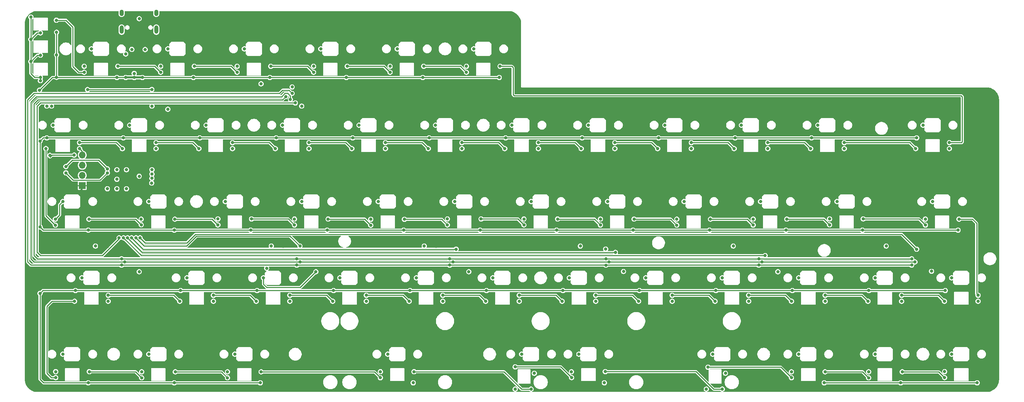
<source format=gbr>
%TF.GenerationSoftware,KiCad,Pcbnew,8.0.8*%
%TF.CreationDate,2025-02-11T14:29:33+01:00*%
%TF.ProjectId,vootington V4N STM32G0B1CBT6,766f6f74-696e-4677-946f-6e2056344e20,rev?*%
%TF.SameCoordinates,Original*%
%TF.FileFunction,Copper,L1,Top*%
%TF.FilePolarity,Positive*%
%FSLAX46Y46*%
G04 Gerber Fmt 4.6, Leading zero omitted, Abs format (unit mm)*
G04 Created by KiCad (PCBNEW 8.0.8) date 2025-02-11 14:29:33*
%MOMM*%
%LPD*%
G01*
G04 APERTURE LIST*
%TA.AperFunction,ComponentPad*%
%ADD10R,1.700000X1.700000*%
%TD*%
%TA.AperFunction,ComponentPad*%
%ADD11O,1.700000X1.700000*%
%TD*%
%TA.AperFunction,ComponentPad*%
%ADD12O,1.000000X1.600000*%
%TD*%
%TA.AperFunction,ComponentPad*%
%ADD13O,1.000000X2.100000*%
%TD*%
%TA.AperFunction,ViaPad*%
%ADD14C,0.800000*%
%TD*%
%TA.AperFunction,Conductor*%
%ADD15C,0.250000*%
%TD*%
%TA.AperFunction,Conductor*%
%ADD16C,0.500000*%
%TD*%
G04 APERTURE END LIST*
D10*
%TO.P,J1,1,Pin_1*%
%TO.N,+3V3*%
X41375000Y-56356250D03*
D11*
%TO.P,J1,2,Pin_2*%
%TO.N,Net-(J1-Pin_2)*%
X41375000Y-53816250D03*
%TO.P,J1,3,Pin_3*%
%TO.N,Net-(J1-Pin_3)*%
X41375000Y-51276250D03*
%TO.P,J1,4,Pin_4*%
%TO.N,GND*%
X41375000Y-48736250D03*
%TD*%
D12*
%TO.P,J2,S1,SHIELD*%
%TO.N,GND*%
X51179000Y-13240625D03*
D13*
X51179000Y-17420625D03*
D12*
X59819000Y-13240625D03*
D13*
X59819000Y-17420625D03*
%TD*%
D14*
%TO.N,GND*%
X47625000Y-57150000D03*
X52387500Y-57150000D03*
X52387500Y-57150000D03*
X52387500Y-52387500D03*
X50006250Y-57150000D03*
X50006250Y-52387500D03*
%TO.N,+5V*%
X65881250Y-82550000D03*
X32543750Y-44450000D03*
X180181250Y-82550000D03*
X197643750Y-67468750D03*
X103981250Y-82550000D03*
X84931250Y-82550000D03*
X146843750Y-44450000D03*
X256381250Y-82550000D03*
X203993750Y-44450000D03*
X102393750Y-67468750D03*
X223043750Y-44450000D03*
X64293750Y-67468750D03*
X226218750Y-105568750D03*
X50006250Y-29368750D03*
X237331250Y-82550000D03*
X216693750Y-67468750D03*
X42862500Y-105568750D03*
X249237500Y-44450000D03*
X51593750Y-44450000D03*
X165893750Y-44450000D03*
X235743750Y-67468750D03*
X126206250Y-29368750D03*
X161131250Y-82550000D03*
X199231250Y-82550000D03*
X184943750Y-44450000D03*
X30872000Y-66675000D03*
X69056250Y-29368750D03*
X123825000Y-105568750D03*
X34981250Y-23712250D03*
X89693750Y-44450000D03*
X140493750Y-67468750D03*
X159543750Y-67468750D03*
X218281250Y-82550000D03*
X88106250Y-29368750D03*
X264318750Y-105568750D03*
X39687500Y-82550000D03*
X64293750Y-105568750D03*
X123031250Y-82550000D03*
X85725000Y-105568750D03*
X245268750Y-105568750D03*
X127793750Y-44450000D03*
X34981250Y-29344750D03*
X121443750Y-67468750D03*
X142081250Y-82550000D03*
X108743750Y-44450000D03*
X178593750Y-67468750D03*
X30869887Y-83253275D03*
X52196055Y-29361092D03*
X30725044Y-32543750D03*
X171450000Y-105568750D03*
X259556250Y-67468750D03*
X56356250Y-29368750D03*
X83343750Y-67468750D03*
X54334089Y-29368750D03*
X42862500Y-67468750D03*
X145256250Y-29368750D03*
X107156250Y-29368750D03*
X34981250Y-18079750D03*
X30872000Y-45243750D03*
X70643750Y-44450000D03*
%TO.N,GND*%
X34131250Y-41275000D03*
X58737500Y-53477350D03*
X134143750Y-60325000D03*
X40703500Y-47117000D03*
X72231250Y-41275000D03*
X97853500Y-47117000D03*
X53181250Y-41275000D03*
X207391000Y-85217000D03*
X201612500Y-103187500D03*
X62706250Y-22225000D03*
X188341000Y-85217000D03*
X117475000Y-98425000D03*
X151407694Y-64688560D03*
X75165166Y-64681674D03*
X218051796Y-102817213D03*
X214679704Y-77852846D03*
X56065792Y-64736411D03*
X155003500Y-47117000D03*
X96043750Y-36512500D03*
X171779629Y-72195690D03*
X124618750Y-79375000D03*
X117475000Y-98425000D03*
X126573454Y-71437500D03*
X250825000Y-41275000D03*
X52196055Y-23506189D03*
X219868750Y-79375000D03*
X53729951Y-22370497D03*
X137091505Y-26575155D03*
X47847250Y-85217000D03*
X33337500Y-48818750D03*
X30956250Y-23812500D03*
X124618750Y-79375000D03*
X237294441Y-102826775D03*
X212153500Y-47117000D03*
X186531250Y-41275000D03*
X118057654Y-26582992D03*
X229393750Y-60325000D03*
X96043750Y-60325000D03*
X86518750Y-79375000D03*
X34131250Y-41275000D03*
X67468750Y-79375000D03*
X60907654Y-26582992D03*
X34676825Y-64725845D03*
X148431250Y-41275000D03*
X78803500Y-47117000D03*
X174053500Y-47117000D03*
X93091000Y-85217000D03*
X110331250Y-41275000D03*
X129381250Y-41275000D03*
X241667204Y-71437500D03*
X219868750Y-98425000D03*
X55562500Y-77852846D03*
X238918750Y-98425000D03*
X76993750Y-60325000D03*
X77558776Y-102835094D03*
X224631250Y-41275000D03*
X57943750Y-98425000D03*
X167481250Y-41275000D03*
X227545463Y-64662224D03*
X226441000Y-85217000D03*
X231203500Y-47117000D03*
X169291000Y-85217000D03*
X53181250Y-41275000D03*
X105568750Y-79375000D03*
X30956250Y-29368750D03*
X115093750Y-60325000D03*
X57943750Y-60325000D03*
X58737500Y-36512500D03*
X39375941Y-48737743D03*
X257968750Y-98425000D03*
X105568750Y-79375000D03*
X79957654Y-26582992D03*
X34761802Y-102793287D03*
X36512500Y-60325000D03*
X36512500Y-60325000D03*
X76993750Y-60325000D03*
X137685954Y-77852846D03*
X219868750Y-98425000D03*
X165100000Y-98425000D03*
X162718750Y-79375000D03*
X165467204Y-71439515D03*
X36512500Y-98425000D03*
X116903500Y-47117000D03*
X55562500Y-14687500D03*
X181768750Y-79375000D03*
X50006250Y-54768750D03*
X30956250Y-18256250D03*
X54312456Y-28368981D03*
X181768750Y-79375000D03*
X208520000Y-64710598D03*
X110331250Y-41275000D03*
X28575000Y-19843750D03*
X57045765Y-22401128D03*
X41275000Y-79375000D03*
X57943750Y-60325000D03*
X257968750Y-98425000D03*
X30956250Y-30162500D03*
X162718750Y-79375000D03*
X191293750Y-60325000D03*
X153193750Y-60325000D03*
X99007654Y-26582992D03*
X257968750Y-79375000D03*
X229393750Y-60325000D03*
X100806250Y-22225000D03*
X219868750Y-79375000D03*
X79375000Y-98425000D03*
X87312500Y-76993750D03*
X203567204Y-71437500D03*
X165100000Y-98425000D03*
X264541000Y-85217000D03*
X96043750Y-60325000D03*
X198437500Y-98425000D03*
X238918750Y-79375000D03*
X143668750Y-79375000D03*
X134143750Y-60325000D03*
X86518750Y-79375000D03*
X58732394Y-54523912D03*
X251417155Y-64714326D03*
X150241000Y-85217000D03*
X205581250Y-41275000D03*
X148431250Y-41275000D03*
X115643164Y-102803683D03*
X172243750Y-60325000D03*
X79375000Y-98425000D03*
X252942508Y-77718749D03*
X85925000Y-30956250D03*
X91281250Y-41275000D03*
X153193750Y-60325000D03*
X176212500Y-77787500D03*
X112141000Y-85217000D03*
X170468864Y-64710598D03*
X57943750Y-98425000D03*
X58679462Y-55715587D03*
X28575000Y-25400000D03*
X32543750Y-36512500D03*
X41857654Y-26582992D03*
X238918750Y-98425000D03*
X72231250Y-41275000D03*
X138906250Y-22225000D03*
X167481250Y-41275000D03*
X253206250Y-60325000D03*
X113254553Y-64768221D03*
X150812500Y-98425000D03*
X210343750Y-60325000D03*
X172243750Y-60325000D03*
X99585954Y-77852846D03*
X143668750Y-79375000D03*
X186531250Y-41275000D03*
X91281250Y-41275000D03*
X36512500Y-98425000D03*
X253206250Y-60325000D03*
X200818750Y-79375000D03*
X44655800Y-71437500D03*
X250825000Y-41275000D03*
X74041000Y-85217000D03*
X119856250Y-22225000D03*
X238918750Y-79375000D03*
X153987500Y-103187500D03*
X245491000Y-85217000D03*
X43656250Y-22225000D03*
X81756250Y-22225000D03*
X257968750Y-79375000D03*
X196850000Y-107156250D03*
X41275000Y-79375000D03*
X115093750Y-60325000D03*
X256211185Y-102778787D03*
X193103500Y-47117000D03*
X129381250Y-41275000D03*
X149225000Y-107156250D03*
X67468750Y-79375000D03*
X93662500Y-31750000D03*
X163254694Y-102812468D03*
X205581250Y-41275000D03*
X59753500Y-47117000D03*
X56179568Y-102837221D03*
X189499106Y-64733776D03*
X198437500Y-98425000D03*
X257397250Y-47117000D03*
X131191000Y-85217000D03*
X88473454Y-71437500D03*
X132345154Y-64682992D03*
X200818750Y-79375000D03*
X94249611Y-64705077D03*
X191293750Y-60325000D03*
X210343750Y-60325000D03*
X33733366Y-36512500D03*
X135953500Y-47117000D03*
X28575000Y-14287500D03*
X62706250Y-37306250D03*
%TO.N,+3V3*%
X85725000Y-19843750D03*
X40481250Y-96043750D03*
X114300000Y-38893750D03*
X261937500Y-76993750D03*
X38100000Y-38893750D03*
X61912500Y-57943750D03*
X128587500Y-76993750D03*
X95250000Y-38893750D03*
X168434389Y-71545450D03*
X45243750Y-76993750D03*
X109537500Y-76993750D03*
X169068750Y-96043750D03*
X123825000Y-19843750D03*
X71437500Y-76993750D03*
X104775000Y-19843750D03*
X209550000Y-38893750D03*
X223837500Y-96043750D03*
X119062500Y-57943750D03*
X242887500Y-96043750D03*
X223837500Y-76993750D03*
X47625000Y-71545450D03*
X88494200Y-30989440D03*
X152400000Y-38893750D03*
X244691283Y-71489145D03*
X47625000Y-19843750D03*
X142875000Y-19843750D03*
X91442654Y-71470690D03*
X70643750Y-36512500D03*
X61912500Y-96043750D03*
X90487500Y-76993750D03*
X261937500Y-96043750D03*
X254793750Y-38893750D03*
X147637500Y-76993750D03*
X214312500Y-57943750D03*
X66675000Y-19843750D03*
X185737500Y-76993750D03*
X58737500Y-57165587D03*
X195262500Y-57943750D03*
X206554859Y-71489145D03*
X40481250Y-57943750D03*
X257175000Y-57943750D03*
X76200000Y-38893750D03*
X228600000Y-38893750D03*
X55562500Y-52387500D03*
X57150000Y-38893750D03*
X133350000Y-38893750D03*
X55562500Y-55562500D03*
X176212500Y-57943750D03*
X242887500Y-76993750D03*
X100012500Y-57943750D03*
X233362500Y-57943750D03*
X204787500Y-76993750D03*
X171450000Y-38893750D03*
X202406250Y-96043750D03*
X157162500Y-57943750D03*
X121443750Y-96043750D03*
X83343750Y-96043750D03*
X154781250Y-96043750D03*
X80962500Y-57943750D03*
X190500000Y-38893750D03*
X36512500Y-55956250D03*
X69550825Y-36553765D03*
X129540639Y-71506250D03*
X138112500Y-57943750D03*
X166687500Y-76993750D03*
%TO.N,Net-(D3-DOUT)*%
X34925000Y-15081250D03*
X41857654Y-28070658D03*
%TO.N,Net-(D4-DOUT)*%
X60907654Y-28070658D03*
X50239654Y-26582992D03*
%TO.N,Net-(D5-DOUT)*%
X79957654Y-28070658D03*
X69289654Y-26582992D03*
%TO.N,Net-(D6-DOUT)*%
X99007654Y-28070658D03*
X88339654Y-26582992D03*
%TO.N,ADC6*%
X94456250Y-35718750D03*
X50558938Y-69385900D03*
%TO.N,Net-(D7-DOUT)*%
X118057654Y-28070658D03*
X107389654Y-26582992D03*
%TO.N,Net-(D8-DOUT)*%
X137091505Y-28062821D03*
X126439654Y-26582992D03*
%TO.N,Net-(D11-DOUT)*%
X212153500Y-45629334D03*
X222821500Y-47117000D03*
%TO.N,Net-(D12-DOUT)*%
X203771500Y-47117000D03*
X193103500Y-45629334D03*
%TO.N,Net-(D13-DOUT)*%
X174053500Y-45629334D03*
X184721500Y-47117000D03*
%TO.N,ADC0*%
X55768753Y-69385900D03*
X249237500Y-72231250D03*
%TO.N,Net-(D10-DIN)*%
X257397250Y-45629334D03*
X145473505Y-26575155D03*
%TO.N,Net-(D14-DOUT)*%
X165671500Y-47117000D03*
X155003500Y-45629334D03*
%TO.N,Net-(D20-DOUT)*%
X40715779Y-45622085D03*
X51383500Y-47129000D03*
%TO.N,Net-(D38-DOUT)*%
X179959000Y-85217000D03*
X169291000Y-83729334D03*
%TO.N,Net-(D10-DOUT)*%
X249015250Y-47117000D03*
X231203500Y-45629334D03*
%TO.N,Net-(D26-DIN)*%
X159789694Y-64688560D03*
X170468864Y-66198264D03*
%TO.N,ADC1*%
X211504704Y-73818750D03*
X51663709Y-69385900D03*
%TO.N,SELECT0*%
X94823454Y-74612500D03*
X248017204Y-74612500D03*
X92075000Y-34131250D03*
X51167204Y-74612500D03*
X209917204Y-74612500D03*
X132923454Y-74612500D03*
X171817204Y-74614515D03*
%TO.N,SELECT1*%
X51960954Y-75406250D03*
X172610954Y-75408265D03*
X133717204Y-75406250D03*
X93235088Y-34878338D03*
X248810954Y-75406250D03*
X95617204Y-75406250D03*
X210710954Y-75406250D03*
%TO.N,ADC2*%
X52663712Y-69385900D03*
X174198454Y-73027015D03*
%TO.N,SELECT2*%
X132923454Y-76200000D03*
X171817204Y-76202015D03*
X93662500Y-33337500D03*
X94823454Y-76200000D03*
X51167204Y-76200000D03*
X209917204Y-76200000D03*
X248017204Y-76200000D03*
%TO.N,Net-(D22-DIN)*%
X251417155Y-66201992D03*
X235927463Y-64662224D03*
%TO.N,Net-(D23-DIN)*%
X216902000Y-64710598D03*
X227545463Y-66149890D03*
%TO.N,Net-(D24-DIN)*%
X197881106Y-64733776D03*
X208520000Y-66198264D03*
%TO.N,Net-(D27-DIN)*%
X140727154Y-64682992D03*
X151407694Y-66176226D03*
%TO.N,Net-(D28-DIN)*%
X121636553Y-64768221D03*
X132345154Y-66170658D03*
%TO.N,Net-(D29-DIN)*%
X102631611Y-64705077D03*
X113254553Y-66255887D03*
%TO.N,Net-(D30-DIN)*%
X94249611Y-66192743D03*
X83547166Y-64681674D03*
%TO.N,Net-(D32-DIN)*%
X43058825Y-64725845D03*
X56079308Y-66138409D03*
%TO.N,Net-(D47-DIN)*%
X237280542Y-104322760D03*
X226433796Y-102817213D03*
%TO.N,Net-(D48-DIN)*%
X218051796Y-104304879D03*
X197260955Y-101671773D03*
%TO.N,ADC3*%
X53663715Y-69385900D03*
X134510954Y-72231250D03*
%TO.N,ADC4*%
X95617204Y-71437500D03*
X54768750Y-69385900D03*
%TO.N,Net-(D15-DOUT)*%
X146621500Y-47117000D03*
X135953500Y-45629334D03*
%TO.N,Net-(D16-DOUT)*%
X127571500Y-47117000D03*
X116903500Y-45629334D03*
%TO.N,BOOT0*%
X37306250Y-51593750D03*
X47637652Y-52168595D03*
%TO.N,Net-(D17-DOUT)*%
X108521500Y-47117000D03*
X97853500Y-45629334D03*
%TO.N,Net-(D18-DOUT)*%
X89471500Y-47117000D03*
X78803500Y-45629334D03*
%TO.N,Net-(D19-DOUT)*%
X70421500Y-47117000D03*
X59753500Y-45629334D03*
%TO.N,Net-(D21-DOUT)*%
X32321500Y-47117000D03*
X34676825Y-66213511D03*
%TO.N,Net-(D22-DOUT)*%
X264541000Y-83729334D03*
X259799155Y-64714326D03*
%TO.N,Net-(D25-DIN)*%
X178850864Y-64710598D03*
X189499106Y-66221442D03*
%TO.N,Net-(D31-DIN)*%
X64447792Y-64736411D03*
X75165166Y-66169340D03*
%TO.N,Net-(D34-DOUT)*%
X256159000Y-85217000D03*
X245491000Y-83729334D03*
%TO.N,SWDIO*%
X47625000Y-53181250D03*
X37306250Y-53181250D03*
%TO.N,Net-(D35-DOUT)*%
X226441000Y-83729334D03*
X237109000Y-85217000D03*
%TO.N,Net-(D36-DOUT)*%
X207391000Y-83729334D03*
X218059000Y-85217000D03*
%TO.N,K_48*%
X42699799Y-32381049D03*
X58707500Y-32363518D03*
X42699799Y-32381049D03*
%TO.N,Net-(D50-DIN)*%
X163290250Y-104267000D03*
X149225000Y-101600000D03*
%TO.N,Net-(D51-DIN)*%
X153193750Y-107156250D03*
X124025164Y-102803683D03*
%TO.N,Net-(D52-DIN)*%
X85940776Y-102835094D03*
X115643164Y-104291349D03*
%TO.N,Net-(D53-DIN)*%
X77558776Y-104322760D03*
X64561568Y-102837221D03*
%TO.N,Net-(D37-DOUT)*%
X188341000Y-83729334D03*
X199009000Y-85217000D03*
%TO.N,Net-(D39-DOUT)*%
X150241000Y-83729334D03*
X160909000Y-85217000D03*
%TO.N,Net-(D40-DOUT)*%
X141859000Y-85217000D03*
X131191000Y-83729334D03*
%TO.N,Net-(D41-DOUT)*%
X112141000Y-83729334D03*
X122809000Y-85217000D03*
%TO.N,Net-(D42-DOUT)*%
X103759000Y-85217000D03*
X93091000Y-83729334D03*
%TO.N,Net-(D43-DOUT)*%
X74041000Y-83729334D03*
X84709000Y-85217000D03*
%TO.N,Net-(D44-DOUT)*%
X47847250Y-83729334D03*
X65659000Y-85217000D03*
%TO.N,Net-(D45-DOUT)*%
X39465250Y-85217000D03*
X34761802Y-104280953D03*
%TO.N,Net-(D46-DIN)*%
X256211185Y-104266453D03*
X245662542Y-102835094D03*
%TO.N,Net-(D49-DIN)*%
X200818750Y-107156250D03*
X171672250Y-102779334D03*
%TO.N,Net-(D54-DIN)*%
X56179568Y-104324887D03*
X43143802Y-102793287D03*
%TO.N,/MCU/VREF*%
X58737500Y-52387500D03*
X55562500Y-54018750D03*
%TD*%
D15*
%TO.N,+5V*%
X226218750Y-105568750D02*
X264318750Y-105568750D01*
X31665750Y-44450000D02*
X30872000Y-45243750D01*
X34981250Y-29344750D02*
X35005250Y-29368750D01*
D16*
X52203713Y-29368750D02*
X52196055Y-29361092D01*
D15*
X32543750Y-44450000D02*
X249237500Y-44450000D01*
X30869887Y-83253275D02*
X30869887Y-104688637D01*
X42862500Y-67468750D02*
X31665750Y-67468750D01*
X35005250Y-29368750D02*
X145256250Y-29368750D01*
X259556250Y-67468750D02*
X42862500Y-67468750D01*
X31665750Y-67468750D02*
X30872000Y-66675000D01*
X31573162Y-82550000D02*
X256381250Y-82550000D01*
X31750000Y-105568750D02*
X85725000Y-105568750D01*
D16*
X56356250Y-29368750D02*
X52203713Y-29368750D01*
D15*
X31665750Y-44450000D02*
X32543750Y-44450000D01*
X30872000Y-66675000D02*
X30872000Y-45243750D01*
X33924044Y-29344750D02*
X34981250Y-29344750D01*
X30869887Y-83253275D02*
X31573162Y-82550000D01*
X30725044Y-32543750D02*
X33924044Y-29344750D01*
X34981250Y-29344750D02*
X34981250Y-18079750D01*
X30869887Y-104688637D02*
X31750000Y-105568750D01*
%TO.N,GND*%
X29558052Y-29368750D02*
X28575000Y-28385698D01*
X33337500Y-49212500D02*
X33812257Y-48737743D01*
X41275000Y-48736250D02*
X41275000Y-47688500D01*
X30162500Y-23812500D02*
X30956250Y-23812500D01*
X28575000Y-19843750D02*
X30162500Y-18256250D01*
X86518750Y-80962500D02*
X86518750Y-79375000D01*
X34676825Y-64725845D02*
X35718750Y-63683920D01*
X30956250Y-29368750D02*
X30956250Y-30162500D01*
X99585954Y-77852846D02*
X95682550Y-81756250D01*
X28575000Y-25400000D02*
X30162500Y-23812500D01*
X35718750Y-63683920D02*
X35718750Y-61118750D01*
X87312500Y-81756250D02*
X86518750Y-80962500D01*
X41275000Y-47688500D02*
X40703500Y-47117000D01*
X95682550Y-81756250D02*
X87312500Y-81756250D01*
X35718750Y-61118750D02*
X36512500Y-60325000D01*
X28575000Y-28385698D02*
X28575000Y-25400000D01*
X30162500Y-18256250D02*
X30956250Y-18256250D01*
X30956250Y-29368750D02*
X29558052Y-29368750D01*
X33812257Y-48737743D02*
X39375941Y-48737743D01*
X28575000Y-14287500D02*
X28575000Y-25400000D01*
%TO.N,+3V3*%
X40481250Y-57943750D02*
X37306250Y-57943750D01*
X58737500Y-57165587D02*
X59515663Y-57943750D01*
X242887500Y-76993750D02*
X261937500Y-76993750D01*
X59515663Y-57943750D02*
X61912500Y-57943750D01*
X41375000Y-56356250D02*
X41375000Y-57050000D01*
X37306250Y-57943750D02*
X36512500Y-57150000D01*
X40481250Y-57943750D02*
X61912500Y-57943750D01*
X41375000Y-57050000D02*
X40481250Y-57943750D01*
X36512500Y-57150000D02*
X36512500Y-55956250D01*
%TO.N,Net-(D3-DOUT)*%
X34925000Y-15081250D02*
X37306250Y-15081250D01*
X40481250Y-28070658D02*
X39031250Y-26620658D01*
X39031250Y-16806250D02*
X37306250Y-15081250D01*
X39031250Y-26620658D02*
X39031250Y-16806250D01*
X41857654Y-28070658D02*
X40481250Y-28070658D01*
%TO.N,Net-(D4-DOUT)*%
X59419988Y-26582992D02*
X60907654Y-28070658D01*
X50239654Y-26582992D02*
X59419988Y-26582992D01*
%TO.N,Net-(D5-DOUT)*%
X69289654Y-26582992D02*
X78469988Y-26582992D01*
X78469988Y-26582992D02*
X79957654Y-28070658D01*
%TO.N,Net-(D6-DOUT)*%
X97519988Y-26582992D02*
X99007654Y-28070658D01*
X88339654Y-26582992D02*
X97519988Y-26582992D01*
%TO.N,ADC6*%
X30940057Y-35718750D02*
X30147000Y-36511807D01*
X30956250Y-73818750D02*
X46377005Y-73818750D01*
X30162500Y-46037500D02*
X30147000Y-46053000D01*
X94456250Y-35718750D02*
X30940057Y-35718750D01*
X46377005Y-73818750D02*
X50558938Y-69636817D01*
X50558938Y-69636817D02*
X50558938Y-69385900D01*
X30162500Y-73025000D02*
X30956250Y-73818750D01*
X30147000Y-73025000D02*
X30162500Y-73025000D01*
X30147000Y-46053000D02*
X30147000Y-73025000D01*
X30147000Y-36511807D02*
X30147000Y-46022000D01*
X30147000Y-46022000D02*
X30162500Y-46037500D01*
%TO.N,Net-(D7-DOUT)*%
X116569988Y-26582992D02*
X118057654Y-28070658D01*
X107389654Y-26582992D02*
X116569988Y-26582992D01*
%TO.N,Net-(D8-DOUT)*%
X135611676Y-26582992D02*
X137091505Y-28062821D01*
X126439654Y-26582992D02*
X135611676Y-26582992D01*
%TO.N,Net-(D11-DOUT)*%
X221333834Y-45629334D02*
X212153500Y-45629334D01*
X222821500Y-47117000D02*
X221333834Y-45629334D01*
%TO.N,Net-(D12-DOUT)*%
X202283834Y-45629334D02*
X193103500Y-45629334D01*
X203771500Y-47117000D02*
X202283834Y-45629334D01*
%TO.N,Net-(D13-DOUT)*%
X184721500Y-47117000D02*
X183233834Y-45629334D01*
X183233834Y-45629334D02*
X174053500Y-45629334D01*
%TO.N,ADC0*%
X57026603Y-70643750D02*
X67468750Y-70643750D01*
X245508112Y-68501862D02*
X249237500Y-72231250D01*
X67468750Y-70643750D02*
X69610638Y-68501862D01*
X69610638Y-68501862D02*
X245508112Y-68501862D01*
X57026603Y-70643750D02*
X55768753Y-69385900D01*
%TO.N,Net-(D10-DIN)*%
X260604000Y-45466000D02*
X260604000Y-34163000D01*
X149002750Y-33909000D02*
X148717000Y-33623250D01*
X148368155Y-26575155D02*
X145473505Y-26575155D01*
X260440666Y-45629334D02*
X260604000Y-45466000D01*
X148717000Y-26924000D02*
X148368155Y-26575155D01*
X257397250Y-45629334D02*
X260440666Y-45629334D01*
X260604000Y-34163000D02*
X260350000Y-33909000D01*
X260350000Y-33909000D02*
X149002750Y-33909000D01*
X148717000Y-33623250D02*
X148717000Y-26924000D01*
%TO.N,Net-(D14-DOUT)*%
X164183834Y-45629334D02*
X155003500Y-45629334D01*
X165671500Y-47117000D02*
X164183834Y-45629334D01*
%TO.N,Net-(D20-DOUT)*%
X40715779Y-45622085D02*
X49876585Y-45622085D01*
X49876585Y-45622085D02*
X51371500Y-47117000D01*
%TO.N,Net-(D38-DOUT)*%
X169291000Y-83729334D02*
X178471334Y-83729334D01*
X178471334Y-83729334D02*
X179959000Y-85217000D01*
%TO.N,Net-(D10-DOUT)*%
X247527584Y-45629334D02*
X231203500Y-45629334D01*
X249015250Y-47117000D02*
X247527584Y-45629334D01*
%TO.N,Net-(D26-DIN)*%
X159789694Y-64688560D02*
X168959160Y-64688560D01*
X168959160Y-64688560D02*
X170468864Y-66198264D01*
%TO.N,ADC1*%
X51663709Y-69411202D02*
X56071257Y-73818750D01*
X51663709Y-69385900D02*
X51663709Y-69411202D01*
X56071257Y-73818750D02*
X211504704Y-73818750D01*
%TO.N,SELECT0*%
X30162500Y-74612500D02*
X51167204Y-74612500D01*
X51167204Y-74612500D02*
X248017204Y-74612500D01*
X30406050Y-34925000D02*
X91281250Y-34925000D01*
X30162500Y-74612500D02*
X29368750Y-73818750D01*
X29368750Y-73818750D02*
X29368750Y-35962300D01*
X29368750Y-35962300D02*
X30406050Y-34925000D01*
X92075000Y-34131250D02*
X91281250Y-34925000D01*
%TO.N,SELECT1*%
X92595188Y-33337500D02*
X93235088Y-33977400D01*
X91049695Y-34131250D02*
X91843445Y-33337500D01*
X29935140Y-34131250D02*
X91049695Y-34131250D01*
X28575000Y-74612500D02*
X28575000Y-35491390D01*
X51960954Y-75406250D02*
X29368750Y-75406250D01*
X28575000Y-35491390D02*
X29935140Y-34131250D01*
X29368750Y-75406250D02*
X28575000Y-74612500D01*
X93235088Y-33977400D02*
X93235088Y-34878338D01*
X51960954Y-75406250D02*
X248810954Y-75406250D01*
X91843445Y-33337500D02*
X92595188Y-33337500D01*
%TO.N,ADC2*%
X52663712Y-69385900D02*
X52663712Y-69411202D01*
X56277510Y-73025000D02*
X174196439Y-73025000D01*
X174196439Y-73025000D02*
X174198454Y-73027015D01*
X52663712Y-69411202D02*
X56277510Y-73025000D01*
%TO.N,SELECT2*%
X91281250Y-32543750D02*
X92868750Y-32543750D01*
X27781250Y-75406250D02*
X27781250Y-34925000D01*
X28575000Y-76200000D02*
X51167204Y-76200000D01*
X92868750Y-32543750D02*
X93662500Y-33337500D01*
X51167204Y-76200000D02*
X248017204Y-76200000D01*
X90487500Y-33337500D02*
X91281250Y-32543750D01*
X28575000Y-76200000D02*
X27781250Y-75406250D01*
X27781250Y-34925000D02*
X29368750Y-33337500D01*
X29368750Y-33337500D02*
X90487500Y-33337500D01*
%TO.N,Net-(D22-DIN)*%
X235927463Y-64662224D02*
X249877387Y-64662224D01*
X249877387Y-64662224D02*
X251417155Y-66201992D01*
%TO.N,Net-(D23-DIN)*%
X216902000Y-64710598D02*
X226106171Y-64710598D01*
X226106171Y-64710598D02*
X227545463Y-66149890D01*
%TO.N,Net-(D24-DIN)*%
X207055512Y-64733776D02*
X208520000Y-66198264D01*
X197881106Y-64733776D02*
X207055512Y-64733776D01*
%TO.N,Net-(D27-DIN)*%
X140727154Y-64682992D02*
X149914460Y-64682992D01*
X149914460Y-64682992D02*
X151407694Y-66176226D01*
%TO.N,Net-(D28-DIN)*%
X130942717Y-64768221D02*
X132345154Y-66170658D01*
X121636553Y-64768221D02*
X130942717Y-64768221D01*
%TO.N,Net-(D29-DIN)*%
X111703743Y-64705077D02*
X113254553Y-66255887D01*
X102631611Y-64705077D02*
X111703743Y-64705077D01*
%TO.N,Net-(D30-DIN)*%
X83547166Y-64681674D02*
X92738542Y-64681674D01*
X92738542Y-64681674D02*
X94249611Y-66192743D01*
%TO.N,Net-(D32-DIN)*%
X43058825Y-64725845D02*
X54666744Y-64725845D01*
X54666744Y-64725845D02*
X56079308Y-66138409D01*
%TO.N,Net-(D47-DIN)*%
X235774995Y-102817213D02*
X237280542Y-104322760D01*
X226433796Y-102817213D02*
X235774995Y-102817213D01*
%TO.N,Net-(D48-DIN)*%
X197260955Y-101671773D02*
X215418690Y-101671773D01*
X215418690Y-101671773D02*
X218051796Y-104304879D01*
%TO.N,ADC3*%
X56509065Y-72231250D02*
X53663715Y-69385900D01*
X134510954Y-72231250D02*
X56509065Y-72231250D01*
%TO.N,ADC4*%
X93131566Y-68951862D02*
X69850000Y-68951862D01*
X69850000Y-68951862D02*
X67364362Y-71437500D01*
X67364362Y-71437500D02*
X56795048Y-71437500D01*
X56795048Y-71437500D02*
X54768750Y-69411202D01*
X95617204Y-71437500D02*
X93131566Y-68951862D01*
X54768750Y-69411202D02*
X54768750Y-69385900D01*
%TO.N,Net-(D15-DOUT)*%
X145133834Y-45629334D02*
X135953500Y-45629334D01*
X146621500Y-47117000D02*
X145133834Y-45629334D01*
%TO.N,Net-(D16-DOUT)*%
X126083834Y-45629334D02*
X116903500Y-45629334D01*
X127571500Y-47117000D02*
X126083834Y-45629334D01*
%TO.N,BOOT0*%
X45475307Y-50006250D02*
X38893750Y-50006250D01*
X38893750Y-50006250D02*
X37306250Y-51593750D01*
X47637652Y-52168595D02*
X45475307Y-50006250D01*
%TO.N,Net-(D17-DOUT)*%
X108521500Y-47117000D02*
X107033834Y-45629334D01*
X107033834Y-45629334D02*
X97853500Y-45629334D01*
%TO.N,Net-(D18-DOUT)*%
X87983834Y-45629334D02*
X89471500Y-47117000D01*
X87983834Y-45629334D02*
X78803500Y-45629334D01*
%TO.N,Net-(D19-DOUT)*%
X70421500Y-47117000D02*
X68933834Y-45629334D01*
X68933834Y-45629334D02*
X59753500Y-45629334D01*
%TO.N,Net-(D21-DOUT)*%
X34676825Y-66213511D02*
X32321500Y-63858186D01*
X32321500Y-63858186D02*
X32321500Y-47117000D01*
%TO.N,Net-(D22-DOUT)*%
X264541000Y-83729334D02*
X264205000Y-83393334D01*
X259799155Y-64714326D02*
X263151826Y-64714326D01*
X263151826Y-64714326D02*
X264205000Y-65767500D01*
X264205000Y-83393334D02*
X264205000Y-65767500D01*
%TO.N,Net-(D25-DIN)*%
X178850864Y-64710598D02*
X187988262Y-64710598D01*
X187988262Y-64710598D02*
X189499106Y-66221442D01*
%TO.N,Net-(D31-DIN)*%
X64447792Y-64736411D02*
X73732237Y-64736411D01*
X73732237Y-64736411D02*
X75165166Y-66169340D01*
%TO.N,Net-(D34-DOUT)*%
X245491000Y-83729334D02*
X254671334Y-83729334D01*
X254671334Y-83729334D02*
X256159000Y-85217000D01*
%TO.N,SWDIO*%
X47625000Y-53181250D02*
X45815000Y-54991250D01*
X39116250Y-54991250D02*
X37306250Y-53181250D01*
X45815000Y-54991250D02*
X39116250Y-54991250D01*
%TO.N,Net-(D35-DOUT)*%
X226441000Y-83729334D02*
X235621334Y-83729334D01*
X235621334Y-83729334D02*
X237109000Y-85217000D01*
%TO.N,Net-(D36-DOUT)*%
X216571334Y-83729334D02*
X218059000Y-85217000D01*
X207391000Y-83729334D02*
X216571334Y-83729334D01*
%TO.N,K_48*%
X58707500Y-32363518D02*
X58689969Y-32381049D01*
X58689969Y-32381049D02*
X42699799Y-32381049D01*
%TO.N,Net-(D50-DIN)*%
X160623250Y-101600000D02*
X163290250Y-104267000D01*
X149225000Y-101600000D02*
X160623250Y-101600000D01*
%TO.N,Net-(D51-DIN)*%
X150812500Y-107156250D02*
X153193750Y-107156250D01*
X124025164Y-102803683D02*
X146459933Y-102803683D01*
X146459933Y-102803683D02*
X150812500Y-107156250D01*
%TO.N,Net-(D52-DIN)*%
X85940776Y-102835094D02*
X114186909Y-102835094D01*
X114186909Y-102835094D02*
X115643164Y-104291349D01*
%TO.N,Net-(D53-DIN)*%
X76073237Y-102837221D02*
X77558776Y-104322760D01*
X64561568Y-102837221D02*
X76073237Y-102837221D01*
%TO.N,Net-(D37-DOUT)*%
X197521334Y-83729334D02*
X199009000Y-85217000D01*
X188341000Y-83729334D02*
X197521334Y-83729334D01*
%TO.N,Net-(D39-DOUT)*%
X150241000Y-83729334D02*
X159421334Y-83729334D01*
X159421334Y-83729334D02*
X160909000Y-85217000D01*
%TO.N,Net-(D40-DOUT)*%
X140371334Y-83729334D02*
X141859000Y-85217000D01*
X131191000Y-83729334D02*
X140371334Y-83729334D01*
%TO.N,Net-(D41-DOUT)*%
X112141000Y-83729334D02*
X121321334Y-83729334D01*
X121321334Y-83729334D02*
X122809000Y-85217000D01*
%TO.N,Net-(D42-DOUT)*%
X93091000Y-83729334D02*
X102271334Y-83729334D01*
X102271334Y-83729334D02*
X103759000Y-85217000D01*
%TO.N,Net-(D43-DOUT)*%
X74041000Y-83729334D02*
X83221334Y-83729334D01*
X83221334Y-83729334D02*
X84709000Y-85217000D01*
%TO.N,Net-(D44-DOUT)*%
X64171334Y-83729334D02*
X65659000Y-85217000D01*
X47847250Y-83729334D02*
X64171334Y-83729334D01*
%TO.N,Net-(D45-DOUT)*%
X32543750Y-103187500D02*
X33637203Y-104280953D01*
X39465250Y-85217000D02*
X33845500Y-85217000D01*
X33845500Y-85217000D02*
X32543750Y-86518750D01*
X33637203Y-104280953D02*
X34761802Y-104280953D01*
X32543750Y-86518750D02*
X32543750Y-103187500D01*
%TO.N,Net-(D46-DIN)*%
X254779826Y-102835094D02*
X256211185Y-104266453D01*
X245662542Y-102835094D02*
X254779826Y-102835094D01*
%TO.N,Net-(D49-DIN)*%
X198694893Y-107156250D02*
X200818750Y-107156250D01*
X171672250Y-102779334D02*
X194317977Y-102779334D01*
X194317977Y-102779334D02*
X198694893Y-107156250D01*
%TO.N,Net-(D54-DIN)*%
X54647968Y-102793287D02*
X56179568Y-104324887D01*
X43143802Y-102793287D02*
X54647968Y-102793287D01*
%TD*%
%TA.AperFunction,Conductor*%
%TO.N,+3V3*%
G36*
X30539342Y-67235057D02*
G01*
X30639635Y-67287696D01*
X30793015Y-67325500D01*
X30793018Y-67325500D01*
X30950982Y-67325500D01*
X30950985Y-67325500D01*
X30977161Y-67319048D01*
X30985862Y-67320373D01*
X30988045Y-67322082D01*
X31365275Y-67699312D01*
X31435188Y-67769225D01*
X31520812Y-67818660D01*
X31568563Y-67831455D01*
X31616314Y-67844250D01*
X31616315Y-67844250D01*
X42325236Y-67844250D01*
X42333368Y-67847618D01*
X42334700Y-67849217D01*
X42372017Y-67903280D01*
X42372019Y-67903282D01*
X42372021Y-67903284D01*
X42439584Y-67963138D01*
X42490260Y-68008033D01*
X42630135Y-68081446D01*
X42783515Y-68119250D01*
X42783518Y-68119250D01*
X42941482Y-68119250D01*
X42941485Y-68119250D01*
X43094865Y-68081446D01*
X43234740Y-68008033D01*
X43352983Y-67903280D01*
X43390300Y-67849217D01*
X43397691Y-67844438D01*
X43399764Y-67844250D01*
X63756486Y-67844250D01*
X63764618Y-67847618D01*
X63765950Y-67849217D01*
X63803267Y-67903280D01*
X63803269Y-67903282D01*
X63803271Y-67903284D01*
X63870834Y-67963138D01*
X63921510Y-68008033D01*
X64061385Y-68081446D01*
X64214765Y-68119250D01*
X64214768Y-68119250D01*
X64372732Y-68119250D01*
X64372735Y-68119250D01*
X64526115Y-68081446D01*
X64665990Y-68008033D01*
X64784233Y-67903280D01*
X64821550Y-67849217D01*
X64828941Y-67844438D01*
X64831014Y-67844250D01*
X82806486Y-67844250D01*
X82814618Y-67847618D01*
X82815950Y-67849217D01*
X82853267Y-67903280D01*
X82853269Y-67903282D01*
X82853271Y-67903284D01*
X82920834Y-67963138D01*
X82971510Y-68008033D01*
X83111385Y-68081446D01*
X83201660Y-68103696D01*
X83208749Y-68108913D01*
X83210074Y-68117614D01*
X83204857Y-68124703D01*
X83198908Y-68126362D01*
X69561202Y-68126362D01*
X69513451Y-68139157D01*
X69465701Y-68151951D01*
X69380076Y-68201386D01*
X67316581Y-70264882D01*
X67308449Y-70268250D01*
X57186904Y-70268250D01*
X57178772Y-70264882D01*
X56414537Y-69500647D01*
X56411169Y-69492515D01*
X56411253Y-69491129D01*
X56424031Y-69385901D01*
X56424031Y-69385898D01*
X56404990Y-69229084D01*
X56404990Y-69229082D01*
X56348973Y-69081377D01*
X56259236Y-68951370D01*
X56259233Y-68951367D01*
X56259231Y-68951365D01*
X56140995Y-68846619D01*
X56140993Y-68846617D01*
X56001118Y-68773204D01*
X55847738Y-68735400D01*
X55689768Y-68735400D01*
X55536388Y-68773204D01*
X55536386Y-68773205D01*
X55396514Y-68846616D01*
X55396510Y-68846619D01*
X55278267Y-68951372D01*
X55278266Y-68951373D01*
X55278211Y-68951454D01*
X55278174Y-68951477D01*
X55277806Y-68951893D01*
X55277690Y-68951790D01*
X55270816Y-68956228D01*
X55262212Y-68954375D01*
X55259707Y-68951869D01*
X55259689Y-68951886D01*
X55259420Y-68951582D01*
X55259289Y-68951451D01*
X55259235Y-68951373D01*
X55259234Y-68951372D01*
X55259233Y-68951370D01*
X55259230Y-68951367D01*
X55259228Y-68951365D01*
X55140992Y-68846619D01*
X55140990Y-68846617D01*
X55001115Y-68773204D01*
X54847735Y-68735400D01*
X54689765Y-68735400D01*
X54536385Y-68773204D01*
X54536383Y-68773205D01*
X54396511Y-68846616D01*
X54396507Y-68846619D01*
X54278271Y-68951365D01*
X54278265Y-68951372D01*
X54225696Y-69027531D01*
X54218305Y-69032310D01*
X54209699Y-69030462D01*
X54206768Y-69027531D01*
X54154344Y-68951582D01*
X54154198Y-68951370D01*
X54154195Y-68951367D01*
X54154193Y-68951365D01*
X54035957Y-68846619D01*
X54035955Y-68846617D01*
X53896080Y-68773204D01*
X53742700Y-68735400D01*
X53584730Y-68735400D01*
X53431350Y-68773204D01*
X53431348Y-68773205D01*
X53291476Y-68846616D01*
X53291472Y-68846619D01*
X53173229Y-68951372D01*
X53173228Y-68951373D01*
X53173173Y-68951454D01*
X53173136Y-68951477D01*
X53172768Y-68951893D01*
X53172652Y-68951790D01*
X53165778Y-68956228D01*
X53157174Y-68954375D01*
X53154669Y-68951869D01*
X53154651Y-68951886D01*
X53154382Y-68951582D01*
X53154251Y-68951451D01*
X53154197Y-68951373D01*
X53154196Y-68951372D01*
X53154195Y-68951370D01*
X53154192Y-68951367D01*
X53154190Y-68951365D01*
X53035954Y-68846619D01*
X53035952Y-68846617D01*
X52896077Y-68773204D01*
X52742697Y-68735400D01*
X52584727Y-68735400D01*
X52431347Y-68773204D01*
X52431345Y-68773205D01*
X52291473Y-68846616D01*
X52291469Y-68846619D01*
X52173226Y-68951372D01*
X52173225Y-68951373D01*
X52173170Y-68951454D01*
X52173133Y-68951477D01*
X52172765Y-68951893D01*
X52172649Y-68951790D01*
X52165775Y-68956228D01*
X52157171Y-68954375D01*
X52154666Y-68951869D01*
X52154648Y-68951886D01*
X52154379Y-68951582D01*
X52154248Y-68951451D01*
X52154194Y-68951373D01*
X52154193Y-68951372D01*
X52154192Y-68951370D01*
X52154189Y-68951367D01*
X52154187Y-68951365D01*
X52035951Y-68846619D01*
X52035949Y-68846617D01*
X51896074Y-68773204D01*
X51742694Y-68735400D01*
X51584724Y-68735400D01*
X51431344Y-68773204D01*
X51431342Y-68773205D01*
X51291470Y-68846616D01*
X51291466Y-68846619D01*
X51173230Y-68951365D01*
X51173224Y-68951372D01*
X51120787Y-69027340D01*
X51113396Y-69032119D01*
X51104790Y-69030271D01*
X51101859Y-69027340D01*
X51087177Y-69006069D01*
X51049421Y-68951370D01*
X51049418Y-68951367D01*
X51049416Y-68951365D01*
X50931180Y-68846619D01*
X50931178Y-68846617D01*
X50791303Y-68773204D01*
X50637923Y-68735400D01*
X50479953Y-68735400D01*
X50326573Y-68773204D01*
X50326571Y-68773205D01*
X50186699Y-68846616D01*
X50186695Y-68846619D01*
X50068459Y-68951365D01*
X50068453Y-68951372D01*
X49978718Y-69081377D01*
X49922701Y-69229083D01*
X49922700Y-69229084D01*
X49903660Y-69385898D01*
X49903660Y-69385901D01*
X49922700Y-69542714D01*
X49922700Y-69542715D01*
X49922701Y-69542718D01*
X49944840Y-69601094D01*
X49974864Y-69680263D01*
X49974598Y-69689061D01*
X49972243Y-69692473D01*
X46224836Y-73439882D01*
X46216704Y-73443250D01*
X31116551Y-73443250D01*
X31108419Y-73439882D01*
X30525868Y-72857331D01*
X30522500Y-72849199D01*
X30522500Y-71437498D01*
X44000522Y-71437498D01*
X44000522Y-71437501D01*
X44019562Y-71594315D01*
X44019563Y-71594318D01*
X44075580Y-71742023D01*
X44165317Y-71872030D01*
X44165319Y-71872032D01*
X44165321Y-71872034D01*
X44215936Y-71916874D01*
X44283560Y-71976783D01*
X44423435Y-72050196D01*
X44576815Y-72088000D01*
X44576818Y-72088000D01*
X44734782Y-72088000D01*
X44734785Y-72088000D01*
X44888165Y-72050196D01*
X45028040Y-71976783D01*
X45146283Y-71872030D01*
X45236020Y-71742023D01*
X45292037Y-71594318D01*
X45311078Y-71437500D01*
X45292037Y-71280682D01*
X45236020Y-71132977D01*
X45146283Y-71002970D01*
X45146280Y-71002967D01*
X45146278Y-71002965D01*
X45028042Y-70898219D01*
X45028040Y-70898217D01*
X44888165Y-70824804D01*
X44734785Y-70787000D01*
X44576815Y-70787000D01*
X44423435Y-70824804D01*
X44423433Y-70824805D01*
X44283561Y-70898216D01*
X44283557Y-70898219D01*
X44165321Y-71002965D01*
X44165315Y-71002972D01*
X44122013Y-71065707D01*
X44075580Y-71132977D01*
X44023798Y-71269517D01*
X44019563Y-71280683D01*
X44019562Y-71280684D01*
X44000522Y-71437498D01*
X30522500Y-71437498D01*
X30522500Y-67245241D01*
X30525868Y-67237109D01*
X30534000Y-67233741D01*
X30539342Y-67235057D01*
G37*
%TD.AperFunction*%
%TA.AperFunction,Conductor*%
G36*
X92979397Y-69330730D02*
G01*
X94971419Y-71322752D01*
X94974787Y-71330884D01*
X94974703Y-71332270D01*
X94961926Y-71437498D01*
X94961926Y-71437501D01*
X94980966Y-71594315D01*
X94980967Y-71594318D01*
X95036984Y-71742023D01*
X95103037Y-71837717D01*
X95104885Y-71846323D01*
X95100106Y-71853714D01*
X95093573Y-71855750D01*
X88997085Y-71855750D01*
X88988953Y-71852382D01*
X88985585Y-71844250D01*
X88987621Y-71837717D01*
X89053674Y-71742023D01*
X89109691Y-71594318D01*
X89128732Y-71437500D01*
X89109691Y-71280682D01*
X89053674Y-71132977D01*
X88963937Y-71002970D01*
X88963934Y-71002967D01*
X88963932Y-71002965D01*
X88845696Y-70898219D01*
X88845694Y-70898217D01*
X88705819Y-70824804D01*
X88552439Y-70787000D01*
X88394469Y-70787000D01*
X88241089Y-70824804D01*
X88241087Y-70824805D01*
X88101215Y-70898216D01*
X88101211Y-70898219D01*
X87982975Y-71002965D01*
X87982969Y-71002972D01*
X87939667Y-71065707D01*
X87893234Y-71132977D01*
X87841452Y-71269517D01*
X87837217Y-71280683D01*
X87837216Y-71280684D01*
X87818176Y-71437498D01*
X87818176Y-71437501D01*
X87837216Y-71594315D01*
X87837217Y-71594318D01*
X87893234Y-71742023D01*
X87959287Y-71837717D01*
X87961135Y-71846323D01*
X87956356Y-71853714D01*
X87949823Y-71855750D01*
X56669366Y-71855750D01*
X56661234Y-71852382D01*
X56584471Y-71775619D01*
X56581103Y-71767487D01*
X56584471Y-71759355D01*
X56592603Y-71755987D01*
X56598352Y-71757527D01*
X56650110Y-71787410D01*
X56697861Y-71800205D01*
X56745612Y-71813000D01*
X67413798Y-71813000D01*
X67461548Y-71800205D01*
X67509300Y-71787410D01*
X67594924Y-71737975D01*
X67664837Y-71668062D01*
X70002169Y-69330730D01*
X70010301Y-69327362D01*
X92971265Y-69327362D01*
X92979397Y-69330730D01*
G37*
%TD.AperFunction*%
%TA.AperFunction,Conductor*%
G36*
X50435789Y-12803868D02*
G01*
X50439157Y-12812000D01*
X50438936Y-12814244D01*
X50428500Y-12866708D01*
X50428500Y-13614541D01*
X50457341Y-13759534D01*
X50457341Y-13759537D01*
X50501100Y-13865179D01*
X50513916Y-13896120D01*
X50596049Y-14019041D01*
X50700584Y-14123576D01*
X50823505Y-14205709D01*
X50960087Y-14262283D01*
X51105082Y-14291125D01*
X51105084Y-14291125D01*
X51252916Y-14291125D01*
X51252918Y-14291125D01*
X51397913Y-14262283D01*
X51534495Y-14205709D01*
X51657416Y-14123576D01*
X51761951Y-14019041D01*
X51844084Y-13896120D01*
X51900658Y-13759538D01*
X51929500Y-13614543D01*
X51929500Y-12866707D01*
X51919064Y-12814244D01*
X51920781Y-12805611D01*
X51928099Y-12800721D01*
X51930343Y-12800500D01*
X59067657Y-12800500D01*
X59075789Y-12803868D01*
X59079157Y-12812000D01*
X59078936Y-12814244D01*
X59068500Y-12866708D01*
X59068500Y-13614541D01*
X59097341Y-13759534D01*
X59097341Y-13759537D01*
X59141100Y-13865179D01*
X59153916Y-13896120D01*
X59236049Y-14019041D01*
X59340584Y-14123576D01*
X59463505Y-14205709D01*
X59600087Y-14262283D01*
X59745082Y-14291125D01*
X59745084Y-14291125D01*
X59892916Y-14291125D01*
X59892918Y-14291125D01*
X60037913Y-14262283D01*
X60174495Y-14205709D01*
X60297416Y-14123576D01*
X60401951Y-14019041D01*
X60484084Y-13896120D01*
X60540658Y-13759538D01*
X60569500Y-13614543D01*
X60569500Y-12866707D01*
X60559064Y-12814244D01*
X60560781Y-12805611D01*
X60568099Y-12800721D01*
X60570343Y-12800500D01*
X61321009Y-12800500D01*
X147637200Y-12800500D01*
X147637802Y-12800516D01*
X147641984Y-12800735D01*
X147958275Y-12817320D01*
X147959455Y-12817445D01*
X148244651Y-12862622D01*
X148276115Y-12867607D01*
X148277294Y-12867857D01*
X148586989Y-12950847D01*
X148588114Y-12951213D01*
X148887434Y-13066117D01*
X148888516Y-13066598D01*
X149174198Y-13212164D01*
X149175235Y-13212763D01*
X149444116Y-13387381D01*
X149445090Y-13388089D01*
X149694240Y-13589847D01*
X149695135Y-13590652D01*
X149921847Y-13817364D01*
X149922652Y-13818259D01*
X150124410Y-14067409D01*
X150125118Y-14068383D01*
X150299736Y-14337264D01*
X150300338Y-14338306D01*
X150445897Y-14623974D01*
X150446386Y-14625074D01*
X150561283Y-14924376D01*
X150561655Y-14925520D01*
X150644642Y-15235206D01*
X150644892Y-15236384D01*
X150695053Y-15553036D01*
X150695179Y-15554233D01*
X150711984Y-15874691D01*
X150712000Y-15875293D01*
X150712000Y-31769989D01*
X150711999Y-31769989D01*
X150712000Y-31769991D01*
X150727300Y-31806929D01*
X150755571Y-31835200D01*
X150792509Y-31850500D01*
X150832491Y-31850500D01*
X160317509Y-31850500D01*
X246439384Y-31850500D01*
X266699700Y-31850500D01*
X266700302Y-31850516D01*
X267020775Y-31867320D01*
X267021955Y-31867445D01*
X267270507Y-31906818D01*
X267338615Y-31917607D01*
X267339793Y-31917857D01*
X267389041Y-31931054D01*
X267649489Y-32000847D01*
X267650614Y-32001213D01*
X267949934Y-32116117D01*
X267951016Y-32116598D01*
X268236698Y-32262164D01*
X268237731Y-32262760D01*
X268278571Y-32289283D01*
X268506616Y-32437381D01*
X268507590Y-32438089D01*
X268756740Y-32639847D01*
X268757635Y-32640652D01*
X268984347Y-32867364D01*
X268985152Y-32868259D01*
X269186910Y-33117409D01*
X269187618Y-33118383D01*
X269362236Y-33387264D01*
X269362838Y-33388306D01*
X269508397Y-33673974D01*
X269508886Y-33675074D01*
X269623783Y-33974376D01*
X269624155Y-33975520D01*
X269707142Y-34285206D01*
X269707392Y-34286384D01*
X269757553Y-34603036D01*
X269757679Y-34604233D01*
X269774484Y-34924691D01*
X269774500Y-34925293D01*
X269774500Y-104774703D01*
X269774484Y-104775305D01*
X269757689Y-105095773D01*
X269757563Y-105096970D01*
X269707409Y-105413627D01*
X269707159Y-105414804D01*
X269624179Y-105724490D01*
X269623807Y-105725635D01*
X269508914Y-106024943D01*
X269508425Y-106026043D01*
X269362867Y-106311716D01*
X269362265Y-106312758D01*
X269187649Y-106581642D01*
X269186941Y-106582616D01*
X268985182Y-106831768D01*
X268984377Y-106832663D01*
X268757663Y-107059377D01*
X268756768Y-107060182D01*
X268507616Y-107261941D01*
X268506642Y-107262649D01*
X268237758Y-107437265D01*
X268236716Y-107437867D01*
X267951043Y-107583425D01*
X267949943Y-107583914D01*
X267650635Y-107698807D01*
X267649490Y-107699179D01*
X267339804Y-107782159D01*
X267338627Y-107782409D01*
X267021970Y-107832563D01*
X267020773Y-107832689D01*
X266700305Y-107849484D01*
X266699703Y-107849500D01*
X30162797Y-107849500D01*
X30162195Y-107849484D01*
X29841726Y-107832689D01*
X29840529Y-107832563D01*
X29523872Y-107782409D01*
X29522695Y-107782159D01*
X29213009Y-107699179D01*
X29211864Y-107698807D01*
X29208451Y-107697497D01*
X28912556Y-107583914D01*
X28911456Y-107583425D01*
X28819787Y-107536717D01*
X28625776Y-107437863D01*
X28624748Y-107437269D01*
X28501915Y-107357501D01*
X28355857Y-107262649D01*
X28354883Y-107261941D01*
X28105731Y-107060182D01*
X28104836Y-107059377D01*
X27878122Y-106832663D01*
X27877317Y-106831768D01*
X27675558Y-106582616D01*
X27674850Y-106581642D01*
X27625565Y-106505750D01*
X27500226Y-106312745D01*
X27499639Y-106311729D01*
X27354070Y-106026034D01*
X27353589Y-106024952D01*
X27238687Y-105725622D01*
X27238324Y-105724503D01*
X27155338Y-105414796D01*
X27155090Y-105413627D01*
X27136095Y-105293696D01*
X27104934Y-105096959D01*
X27104811Y-105095783D01*
X27088016Y-104775305D01*
X27088000Y-104774703D01*
X27088000Y-83253273D01*
X30214609Y-83253273D01*
X30214609Y-83253276D01*
X30233649Y-83410090D01*
X30233650Y-83410093D01*
X30289667Y-83557798D01*
X30379404Y-83687805D01*
X30379406Y-83687807D01*
X30379408Y-83687809D01*
X30490513Y-83786237D01*
X30494366Y-83794151D01*
X30494387Y-83794845D01*
X30494387Y-104738072D01*
X30519975Y-104833569D01*
X30519979Y-104833579D01*
X30568473Y-104917574D01*
X30569412Y-104919199D01*
X30569413Y-104919200D01*
X31519437Y-105869225D01*
X31605063Y-105918661D01*
X31700564Y-105944250D01*
X31700565Y-105944250D01*
X42325236Y-105944250D01*
X42333368Y-105947618D01*
X42334700Y-105949217D01*
X42357065Y-105981618D01*
X42372017Y-106003280D01*
X42372019Y-106003282D01*
X42372021Y-106003284D01*
X42397112Y-106025512D01*
X42490260Y-106108033D01*
X42630135Y-106181446D01*
X42783515Y-106219250D01*
X42783518Y-106219250D01*
X42941482Y-106219250D01*
X42941485Y-106219250D01*
X43094865Y-106181446D01*
X43234740Y-106108033D01*
X43352983Y-106003280D01*
X43390300Y-105949217D01*
X43397691Y-105944438D01*
X43399764Y-105944250D01*
X63756486Y-105944250D01*
X63764618Y-105947618D01*
X63765950Y-105949217D01*
X63788315Y-105981618D01*
X63803267Y-106003280D01*
X63803269Y-106003282D01*
X63803271Y-106003284D01*
X63828362Y-106025512D01*
X63921510Y-106108033D01*
X64061385Y-106181446D01*
X64214765Y-106219250D01*
X64214768Y-106219250D01*
X64372732Y-106219250D01*
X64372735Y-106219250D01*
X64526115Y-106181446D01*
X64665990Y-106108033D01*
X64784233Y-106003280D01*
X64821550Y-105949217D01*
X64828941Y-105944438D01*
X64831014Y-105944250D01*
X85187736Y-105944250D01*
X85195868Y-105947618D01*
X85197200Y-105949217D01*
X85219565Y-105981618D01*
X85234517Y-106003280D01*
X85234519Y-106003282D01*
X85234521Y-106003284D01*
X85259612Y-106025512D01*
X85352760Y-106108033D01*
X85492635Y-106181446D01*
X85646015Y-106219250D01*
X85646018Y-106219250D01*
X85803982Y-106219250D01*
X85803985Y-106219250D01*
X85957365Y-106181446D01*
X86097240Y-106108033D01*
X86215483Y-106003280D01*
X86305220Y-105873273D01*
X86361237Y-105725568D01*
X86380278Y-105568750D01*
X86361237Y-105411932D01*
X86316395Y-105293693D01*
X101406650Y-105293693D01*
X101406650Y-105526307D01*
X101437013Y-105756930D01*
X101437014Y-105756934D01*
X101437015Y-105756941D01*
X101437015Y-105756942D01*
X101497216Y-105981612D01*
X101497216Y-105981613D01*
X101586236Y-106196528D01*
X101702539Y-106397970D01*
X101702541Y-106397973D01*
X101702542Y-106397974D01*
X101844148Y-106582519D01*
X102008631Y-106747002D01*
X102193176Y-106888608D01*
X102193179Y-106888610D01*
X102394621Y-107004913D01*
X102394622Y-107004913D01*
X102394625Y-107004915D01*
X102609532Y-107093932D01*
X102609536Y-107093933D01*
X102834208Y-107154134D01*
X102834209Y-107154134D01*
X102834220Y-107154137D01*
X103064843Y-107184500D01*
X103064847Y-107184500D01*
X103297453Y-107184500D01*
X103297457Y-107184500D01*
X103528080Y-107154137D01*
X103528091Y-107154134D01*
X103528092Y-107154134D01*
X103586885Y-107138380D01*
X103752768Y-107093932D01*
X103967675Y-107004915D01*
X104169124Y-106888608D01*
X104353669Y-106747002D01*
X104518152Y-106582519D01*
X104659758Y-106397974D01*
X104776065Y-106196525D01*
X104865082Y-105981618D01*
X104917734Y-105785118D01*
X104925284Y-105756942D01*
X104925284Y-105756941D01*
X104925283Y-105756941D01*
X104925287Y-105756930D01*
X104955650Y-105526307D01*
X104955650Y-105293693D01*
X106175500Y-105293693D01*
X106175500Y-105526307D01*
X106205863Y-105756930D01*
X106205864Y-105756934D01*
X106205865Y-105756941D01*
X106205865Y-105756942D01*
X106266066Y-105981612D01*
X106266066Y-105981613D01*
X106355086Y-106196528D01*
X106471389Y-106397970D01*
X106471391Y-106397973D01*
X106471392Y-106397974D01*
X106612998Y-106582519D01*
X106777481Y-106747002D01*
X106962026Y-106888608D01*
X106962029Y-106888610D01*
X107163471Y-107004913D01*
X107163472Y-107004913D01*
X107163475Y-107004915D01*
X107378382Y-107093932D01*
X107378386Y-107093933D01*
X107603058Y-107154134D01*
X107603059Y-107154134D01*
X107603070Y-107154137D01*
X107833693Y-107184500D01*
X107833697Y-107184500D01*
X108066303Y-107184500D01*
X108066307Y-107184500D01*
X108296930Y-107154137D01*
X108296941Y-107154134D01*
X108296942Y-107154134D01*
X108355735Y-107138380D01*
X108521618Y-107093932D01*
X108736525Y-107004915D01*
X108937974Y-106888608D01*
X109122519Y-106747002D01*
X109287002Y-106582519D01*
X109428608Y-106397974D01*
X109544915Y-106196525D01*
X109633932Y-105981618D01*
X109686584Y-105785118D01*
X109694134Y-105756942D01*
X109694134Y-105756941D01*
X109694133Y-105756941D01*
X109694137Y-105756930D01*
X109718912Y-105568748D01*
X123169722Y-105568748D01*
X123169722Y-105568751D01*
X123188762Y-105725565D01*
X123188763Y-105725568D01*
X123244780Y-105873273D01*
X123334517Y-106003280D01*
X123334519Y-106003282D01*
X123334521Y-106003284D01*
X123359612Y-106025512D01*
X123452760Y-106108033D01*
X123592635Y-106181446D01*
X123746015Y-106219250D01*
X123746018Y-106219250D01*
X123903982Y-106219250D01*
X123903985Y-106219250D01*
X124057365Y-106181446D01*
X124197240Y-106108033D01*
X124315483Y-106003280D01*
X124405220Y-105873273D01*
X124461237Y-105725568D01*
X124480278Y-105568750D01*
X124461237Y-105411932D01*
X124416395Y-105293693D01*
X129988000Y-105293693D01*
X129988000Y-105526307D01*
X130018363Y-105756930D01*
X130018364Y-105756934D01*
X130018365Y-105756941D01*
X130018365Y-105756942D01*
X130078566Y-105981612D01*
X130078566Y-105981613D01*
X130167586Y-106196528D01*
X130283889Y-106397970D01*
X130283891Y-106397973D01*
X130283892Y-106397974D01*
X130425498Y-106582519D01*
X130589981Y-106747002D01*
X130774526Y-106888608D01*
X130774529Y-106888610D01*
X130975971Y-107004913D01*
X130975972Y-107004913D01*
X130975975Y-107004915D01*
X131190882Y-107093932D01*
X131190886Y-107093933D01*
X131415558Y-107154134D01*
X131415559Y-107154134D01*
X131415570Y-107154137D01*
X131646193Y-107184500D01*
X131646197Y-107184500D01*
X131878803Y-107184500D01*
X131878807Y-107184500D01*
X132093396Y-107156248D01*
X148569722Y-107156248D01*
X148569722Y-107156251D01*
X148588762Y-107313065D01*
X148588763Y-107313068D01*
X148644780Y-107460773D01*
X148734517Y-107590780D01*
X148734519Y-107590782D01*
X148734521Y-107590784D01*
X148802084Y-107650638D01*
X148852760Y-107695533D01*
X148992635Y-107768946D01*
X149146015Y-107806750D01*
X149146018Y-107806750D01*
X149303982Y-107806750D01*
X149303985Y-107806750D01*
X149457365Y-107768946D01*
X149597240Y-107695533D01*
X149715483Y-107590780D01*
X149805220Y-107460773D01*
X149861237Y-107313068D01*
X149880278Y-107156250D01*
X149880021Y-107154137D01*
X149861903Y-107004915D01*
X149861237Y-106999432D01*
X149805220Y-106851727D01*
X149715483Y-106721720D01*
X149715480Y-106721717D01*
X149715478Y-106721715D01*
X149597242Y-106616969D01*
X149597240Y-106616967D01*
X149457365Y-106543554D01*
X149303985Y-106505750D01*
X149146015Y-106505750D01*
X148992635Y-106543554D01*
X148992633Y-106543555D01*
X148852761Y-106616966D01*
X148852757Y-106616969D01*
X148734521Y-106721715D01*
X148734515Y-106721722D01*
X148644780Y-106851727D01*
X148588763Y-106999433D01*
X148588762Y-106999434D01*
X148569722Y-107156248D01*
X132093396Y-107156248D01*
X132109430Y-107154137D01*
X132109441Y-107154134D01*
X132109442Y-107154134D01*
X132168235Y-107138380D01*
X132334118Y-107093932D01*
X132549025Y-107004915D01*
X132750474Y-106888608D01*
X132935019Y-106747002D01*
X133099502Y-106582519D01*
X133241108Y-106397974D01*
X133357415Y-106196525D01*
X133446432Y-105981618D01*
X133499084Y-105785118D01*
X133506634Y-105756942D01*
X133506634Y-105756941D01*
X133506633Y-105756941D01*
X133506637Y-105756930D01*
X133537000Y-105526307D01*
X133537000Y-105293693D01*
X133506637Y-105063070D01*
X133492151Y-105009009D01*
X133457502Y-104879695D01*
X133446432Y-104838382D01*
X133357415Y-104623475D01*
X133349289Y-104609401D01*
X133241110Y-104422029D01*
X133241108Y-104422026D01*
X133099502Y-104237481D01*
X132935019Y-104072998D01*
X132750474Y-103931392D01*
X132750473Y-103931391D01*
X132750470Y-103931389D01*
X132549028Y-103815086D01*
X132338099Y-103727717D01*
X132334118Y-103726068D01*
X132334117Y-103726067D01*
X132334113Y-103726066D01*
X132109441Y-103665865D01*
X132109434Y-103665864D01*
X132109430Y-103665863D01*
X131923236Y-103641349D01*
X131878808Y-103635500D01*
X131878807Y-103635500D01*
X131646193Y-103635500D01*
X131646191Y-103635500D01*
X131566630Y-103645975D01*
X131415570Y-103665863D01*
X131415566Y-103665863D01*
X131415558Y-103665865D01*
X131415557Y-103665865D01*
X131190887Y-103726066D01*
X131190886Y-103726066D01*
X130975971Y-103815086D01*
X130774529Y-103931389D01*
X130734728Y-103961930D01*
X130589981Y-104072998D01*
X130589976Y-104073003D01*
X130589974Y-104073004D01*
X130425504Y-104237474D01*
X130425503Y-104237476D01*
X130425498Y-104237481D01*
X130336994Y-104352821D01*
X130283889Y-104422029D01*
X130167586Y-104623471D01*
X130078566Y-104838386D01*
X130078566Y-104838387D01*
X130018365Y-105063057D01*
X130018365Y-105063058D01*
X130018363Y-105063066D01*
X130018363Y-105063070D01*
X129988000Y-105293693D01*
X124416395Y-105293693D01*
X124405220Y-105264227D01*
X124315483Y-105134220D01*
X124315480Y-105134217D01*
X124315478Y-105134215D01*
X124197242Y-105029469D01*
X124197240Y-105029467D01*
X124057365Y-104956054D01*
X123903985Y-104918250D01*
X123746015Y-104918250D01*
X123592635Y-104956054D01*
X123592633Y-104956055D01*
X123452761Y-105029466D01*
X123452757Y-105029469D01*
X123334521Y-105134215D01*
X123334515Y-105134222D01*
X123244780Y-105264227D01*
X123199102Y-105384672D01*
X123188763Y-105411933D01*
X123188762Y-105411934D01*
X123169722Y-105568748D01*
X109718912Y-105568748D01*
X109724500Y-105526307D01*
X109724500Y-105293693D01*
X109694137Y-105063070D01*
X109690364Y-105048989D01*
X118055749Y-105048989D01*
X118055750Y-105048991D01*
X118071050Y-105085929D01*
X118099321Y-105114200D01*
X118136259Y-105129500D01*
X118136260Y-105129500D01*
X121576239Y-105129500D01*
X121576241Y-105129500D01*
X121613179Y-105114200D01*
X121641450Y-105085929D01*
X121656750Y-105048991D01*
X121656750Y-102803681D01*
X123369886Y-102803681D01*
X123369886Y-102803684D01*
X123388926Y-102960498D01*
X123388927Y-102960501D01*
X123444944Y-103108206D01*
X123534681Y-103238213D01*
X123534683Y-103238215D01*
X123534685Y-103238217D01*
X123586741Y-103284334D01*
X123652924Y-103342966D01*
X123792799Y-103416379D01*
X123946179Y-103454183D01*
X123946182Y-103454183D01*
X124104146Y-103454183D01*
X124104149Y-103454183D01*
X124257529Y-103416379D01*
X124397404Y-103342966D01*
X124515647Y-103238213D01*
X124550651Y-103187501D01*
X124552964Y-103184150D01*
X124560355Y-103179371D01*
X124562428Y-103179183D01*
X146299632Y-103179183D01*
X146307764Y-103182551D01*
X150512025Y-107386812D01*
X150581938Y-107456725D01*
X150667562Y-107506160D01*
X150715313Y-107518955D01*
X150763064Y-107531750D01*
X150763065Y-107531750D01*
X152656486Y-107531750D01*
X152664618Y-107535118D01*
X152665950Y-107536717D01*
X152703267Y-107590780D01*
X152703269Y-107590782D01*
X152703271Y-107590784D01*
X152770834Y-107650638D01*
X152821510Y-107695533D01*
X152961385Y-107768946D01*
X153114765Y-107806750D01*
X153114768Y-107806750D01*
X153272732Y-107806750D01*
X153272735Y-107806750D01*
X153426115Y-107768946D01*
X153565990Y-107695533D01*
X153684233Y-107590780D01*
X153773970Y-107460773D01*
X153829987Y-107313068D01*
X153849028Y-107156250D01*
X153848771Y-107154137D01*
X153830653Y-107004915D01*
X153829987Y-106999432D01*
X153773970Y-106851727D01*
X153684233Y-106721720D01*
X153684230Y-106721717D01*
X153684228Y-106721715D01*
X153565992Y-106616969D01*
X153565990Y-106616967D01*
X153426115Y-106543554D01*
X153272735Y-106505750D01*
X153114765Y-106505750D01*
X152961385Y-106543554D01*
X152961383Y-106543555D01*
X152821511Y-106616966D01*
X152821507Y-106616969D01*
X152703271Y-106721715D01*
X152703265Y-106721722D01*
X152665950Y-106775783D01*
X152658559Y-106780562D01*
X152656486Y-106780750D01*
X150972801Y-106780750D01*
X150964669Y-106777382D01*
X149988669Y-105801382D01*
X149985301Y-105793250D01*
X149988669Y-105785118D01*
X149996801Y-105781750D01*
X152949841Y-105781750D01*
X152949843Y-105781750D01*
X152986781Y-105766450D01*
X153015052Y-105738179D01*
X153030352Y-105701241D01*
X153030352Y-105293693D01*
X153800500Y-105293693D01*
X153800500Y-105526307D01*
X153830863Y-105756930D01*
X153830864Y-105756934D01*
X153830865Y-105756941D01*
X153830865Y-105756942D01*
X153891066Y-105981612D01*
X153891066Y-105981613D01*
X153980086Y-106196528D01*
X154096389Y-106397970D01*
X154096391Y-106397973D01*
X154096392Y-106397974D01*
X154237998Y-106582519D01*
X154402481Y-106747002D01*
X154587026Y-106888608D01*
X154587029Y-106888610D01*
X154788471Y-107004913D01*
X154788472Y-107004913D01*
X154788475Y-107004915D01*
X155003382Y-107093932D01*
X155003386Y-107093933D01*
X155228058Y-107154134D01*
X155228059Y-107154134D01*
X155228070Y-107154137D01*
X155458693Y-107184500D01*
X155458697Y-107184500D01*
X155691303Y-107184500D01*
X155691307Y-107184500D01*
X155921930Y-107154137D01*
X155921941Y-107154134D01*
X155921942Y-107154134D01*
X155980735Y-107138380D01*
X156146618Y-107093932D01*
X156361525Y-107004915D01*
X156562974Y-106888608D01*
X156747519Y-106747002D01*
X156912002Y-106582519D01*
X157053608Y-106397974D01*
X157169915Y-106196525D01*
X157258932Y-105981618D01*
X157311584Y-105785118D01*
X157319134Y-105756942D01*
X157319134Y-105756941D01*
X157319133Y-105756941D01*
X157319137Y-105756930D01*
X157343912Y-105568748D01*
X170794722Y-105568748D01*
X170794722Y-105568751D01*
X170813762Y-105725565D01*
X170813763Y-105725568D01*
X170869780Y-105873273D01*
X170959517Y-106003280D01*
X170959519Y-106003282D01*
X170959521Y-106003284D01*
X170984612Y-106025512D01*
X171077760Y-106108033D01*
X171217635Y-106181446D01*
X171371015Y-106219250D01*
X171371018Y-106219250D01*
X171528982Y-106219250D01*
X171528985Y-106219250D01*
X171682365Y-106181446D01*
X171822240Y-106108033D01*
X171940483Y-106003280D01*
X172030220Y-105873273D01*
X172086237Y-105725568D01*
X172105278Y-105568750D01*
X172086237Y-105411932D01*
X172041395Y-105293693D01*
X177613000Y-105293693D01*
X177613000Y-105526307D01*
X177643363Y-105756930D01*
X177643364Y-105756934D01*
X177643365Y-105756941D01*
X177643365Y-105756942D01*
X177703566Y-105981612D01*
X177703566Y-105981613D01*
X177792586Y-106196528D01*
X177908889Y-106397970D01*
X177908891Y-106397973D01*
X177908892Y-106397974D01*
X178050498Y-106582519D01*
X178214981Y-106747002D01*
X178399526Y-106888608D01*
X178399529Y-106888610D01*
X178600971Y-107004913D01*
X178600972Y-107004913D01*
X178600975Y-107004915D01*
X178815882Y-107093932D01*
X178815886Y-107093933D01*
X179040558Y-107154134D01*
X179040559Y-107154134D01*
X179040570Y-107154137D01*
X179271193Y-107184500D01*
X179271197Y-107184500D01*
X179503803Y-107184500D01*
X179503807Y-107184500D01*
X179718396Y-107156248D01*
X196194722Y-107156248D01*
X196194722Y-107156251D01*
X196213762Y-107313065D01*
X196213763Y-107313068D01*
X196269780Y-107460773D01*
X196359517Y-107590780D01*
X196359519Y-107590782D01*
X196359521Y-107590784D01*
X196427084Y-107650638D01*
X196477760Y-107695533D01*
X196617635Y-107768946D01*
X196771015Y-107806750D01*
X196771018Y-107806750D01*
X196928982Y-107806750D01*
X196928985Y-107806750D01*
X197082365Y-107768946D01*
X197222240Y-107695533D01*
X197340483Y-107590780D01*
X197430220Y-107460773D01*
X197486237Y-107313068D01*
X197505278Y-107156250D01*
X197505021Y-107154137D01*
X197486903Y-107004915D01*
X197486237Y-106999432D01*
X197430220Y-106851727D01*
X197340483Y-106721720D01*
X197340480Y-106721717D01*
X197340478Y-106721715D01*
X197222242Y-106616969D01*
X197222240Y-106616967D01*
X197082365Y-106543554D01*
X196928985Y-106505750D01*
X196771015Y-106505750D01*
X196617635Y-106543554D01*
X196617633Y-106543555D01*
X196477761Y-106616966D01*
X196477757Y-106616969D01*
X196359521Y-106721715D01*
X196359515Y-106721722D01*
X196269780Y-106851727D01*
X196213763Y-106999433D01*
X196213762Y-106999434D01*
X196194722Y-107156248D01*
X179718396Y-107156248D01*
X179734430Y-107154137D01*
X179734441Y-107154134D01*
X179734442Y-107154134D01*
X179793235Y-107138380D01*
X179959118Y-107093932D01*
X180174025Y-107004915D01*
X180375474Y-106888608D01*
X180560019Y-106747002D01*
X180724502Y-106582519D01*
X180866108Y-106397974D01*
X180982415Y-106196525D01*
X181071432Y-105981618D01*
X181124084Y-105785118D01*
X181131634Y-105756942D01*
X181131634Y-105756941D01*
X181131633Y-105756941D01*
X181131637Y-105756930D01*
X181162000Y-105526307D01*
X181162000Y-105293693D01*
X181131637Y-105063070D01*
X181117151Y-105009009D01*
X181082502Y-104879695D01*
X181071432Y-104838382D01*
X180982415Y-104623475D01*
X180974289Y-104609401D01*
X180866110Y-104422029D01*
X180866108Y-104422026D01*
X180724502Y-104237481D01*
X180560019Y-104072998D01*
X180375474Y-103931392D01*
X180375473Y-103931391D01*
X180375470Y-103931389D01*
X180174028Y-103815086D01*
X179963099Y-103727717D01*
X179959118Y-103726068D01*
X179959117Y-103726067D01*
X179959113Y-103726066D01*
X179734441Y-103665865D01*
X179734434Y-103665864D01*
X179734430Y-103665863D01*
X179548236Y-103641349D01*
X179503808Y-103635500D01*
X179503807Y-103635500D01*
X179271193Y-103635500D01*
X179271191Y-103635500D01*
X179191630Y-103645975D01*
X179040570Y-103665863D01*
X179040566Y-103665863D01*
X179040558Y-103665865D01*
X179040557Y-103665865D01*
X178815887Y-103726066D01*
X178815886Y-103726066D01*
X178600971Y-103815086D01*
X178399529Y-103931389D01*
X178359728Y-103961930D01*
X178214981Y-104072998D01*
X178214976Y-104073003D01*
X178214974Y-104073004D01*
X178050504Y-104237474D01*
X178050503Y-104237476D01*
X178050498Y-104237481D01*
X177961994Y-104352821D01*
X177908889Y-104422029D01*
X177792586Y-104623471D01*
X177703566Y-104838386D01*
X177703566Y-104838387D01*
X177643365Y-105063057D01*
X177643365Y-105063058D01*
X177643363Y-105063066D01*
X177643363Y-105063070D01*
X177613000Y-105293693D01*
X172041395Y-105293693D01*
X172030220Y-105264227D01*
X171940483Y-105134220D01*
X171940480Y-105134217D01*
X171940478Y-105134215D01*
X171822242Y-105029469D01*
X171822240Y-105029467D01*
X171682365Y-104956054D01*
X171528985Y-104918250D01*
X171371015Y-104918250D01*
X171217635Y-104956054D01*
X171217633Y-104956055D01*
X171077761Y-105029466D01*
X171077757Y-105029469D01*
X170959521Y-105134215D01*
X170959515Y-105134222D01*
X170869780Y-105264227D01*
X170824102Y-105384672D01*
X170813763Y-105411933D01*
X170813762Y-105411934D01*
X170794722Y-105568748D01*
X157343912Y-105568748D01*
X157349500Y-105526307D01*
X157349500Y-105293693D01*
X157319137Y-105063070D01*
X157315364Y-105048989D01*
X165680749Y-105048989D01*
X165680750Y-105048991D01*
X165696050Y-105085929D01*
X165724321Y-105114200D01*
X165761259Y-105129500D01*
X165761260Y-105129500D01*
X169201239Y-105129500D01*
X169201241Y-105129500D01*
X169238179Y-105114200D01*
X169266450Y-105085929D01*
X169281750Y-105048991D01*
X169281750Y-102779332D01*
X171016972Y-102779332D01*
X171016972Y-102779335D01*
X171036012Y-102936149D01*
X171036013Y-102936152D01*
X171092030Y-103083857D01*
X171181767Y-103213864D01*
X171181769Y-103213866D01*
X171181771Y-103213868D01*
X171247105Y-103271748D01*
X171300010Y-103318617D01*
X171439885Y-103392030D01*
X171593265Y-103429834D01*
X171593268Y-103429834D01*
X171751232Y-103429834D01*
X171751235Y-103429834D01*
X171904615Y-103392030D01*
X172044490Y-103318617D01*
X172162733Y-103213864D01*
X172200050Y-103159801D01*
X172207441Y-103155022D01*
X172209514Y-103154834D01*
X194157676Y-103154834D01*
X194165808Y-103158202D01*
X198394418Y-107386812D01*
X198464331Y-107456725D01*
X198549955Y-107506160D01*
X198597706Y-107518955D01*
X198645457Y-107531750D01*
X198645458Y-107531750D01*
X200281486Y-107531750D01*
X200289618Y-107535118D01*
X200290950Y-107536717D01*
X200328267Y-107590780D01*
X200328269Y-107590782D01*
X200328271Y-107590784D01*
X200395834Y-107650638D01*
X200446510Y-107695533D01*
X200586385Y-107768946D01*
X200739765Y-107806750D01*
X200739768Y-107806750D01*
X200897732Y-107806750D01*
X200897735Y-107806750D01*
X201051115Y-107768946D01*
X201190990Y-107695533D01*
X201309233Y-107590780D01*
X201398970Y-107460773D01*
X201454987Y-107313068D01*
X201474028Y-107156250D01*
X201473771Y-107154137D01*
X201455653Y-107004915D01*
X201454987Y-106999432D01*
X201398970Y-106851727D01*
X201309233Y-106721720D01*
X201309230Y-106721717D01*
X201309228Y-106721715D01*
X201190992Y-106616969D01*
X201190990Y-106616967D01*
X201051115Y-106543554D01*
X200897735Y-106505750D01*
X200739765Y-106505750D01*
X200586385Y-106543554D01*
X200586383Y-106543555D01*
X200446511Y-106616966D01*
X200446507Y-106616969D01*
X200328271Y-106721715D01*
X200328265Y-106721722D01*
X200290950Y-106775783D01*
X200283559Y-106780562D01*
X200281486Y-106780750D01*
X198855194Y-106780750D01*
X198847062Y-106777382D01*
X197871062Y-105801382D01*
X197867694Y-105793250D01*
X197871062Y-105785118D01*
X197879194Y-105781750D01*
X200574841Y-105781750D01*
X200574843Y-105781750D01*
X200611781Y-105766450D01*
X200640052Y-105738179D01*
X200655352Y-105701241D01*
X200655352Y-105293693D01*
X201419150Y-105293693D01*
X201419150Y-105526307D01*
X201449513Y-105756930D01*
X201449514Y-105756934D01*
X201449515Y-105756941D01*
X201449515Y-105756942D01*
X201509716Y-105981612D01*
X201509716Y-105981613D01*
X201598736Y-106196528D01*
X201715039Y-106397970D01*
X201715041Y-106397973D01*
X201715042Y-106397974D01*
X201856648Y-106582519D01*
X202021131Y-106747002D01*
X202205676Y-106888608D01*
X202205679Y-106888610D01*
X202407121Y-107004913D01*
X202407122Y-107004913D01*
X202407125Y-107004915D01*
X202622032Y-107093932D01*
X202622036Y-107093933D01*
X202846708Y-107154134D01*
X202846709Y-107154134D01*
X202846720Y-107154137D01*
X203077343Y-107184500D01*
X203077347Y-107184500D01*
X203309953Y-107184500D01*
X203309957Y-107184500D01*
X203540580Y-107154137D01*
X203540591Y-107154134D01*
X203540592Y-107154134D01*
X203599385Y-107138380D01*
X203765268Y-107093932D01*
X203980175Y-107004915D01*
X204181624Y-106888608D01*
X204366169Y-106747002D01*
X204530652Y-106582519D01*
X204672258Y-106397974D01*
X204788565Y-106196525D01*
X204877582Y-105981618D01*
X204930234Y-105785118D01*
X204937784Y-105756942D01*
X204937784Y-105756941D01*
X204937783Y-105756941D01*
X204937787Y-105756930D01*
X204962562Y-105568748D01*
X225563472Y-105568748D01*
X225563472Y-105568751D01*
X225582512Y-105725565D01*
X225582513Y-105725568D01*
X225638530Y-105873273D01*
X225728267Y-106003280D01*
X225728269Y-106003282D01*
X225728271Y-106003284D01*
X225753362Y-106025512D01*
X225846510Y-106108033D01*
X225986385Y-106181446D01*
X226139765Y-106219250D01*
X226139768Y-106219250D01*
X226297732Y-106219250D01*
X226297735Y-106219250D01*
X226451115Y-106181446D01*
X226590990Y-106108033D01*
X226709233Y-106003280D01*
X226746550Y-105949217D01*
X226753941Y-105944438D01*
X226756014Y-105944250D01*
X244731486Y-105944250D01*
X244739618Y-105947618D01*
X244740950Y-105949217D01*
X244763315Y-105981618D01*
X244778267Y-106003280D01*
X244778269Y-106003282D01*
X244778271Y-106003284D01*
X244803362Y-106025512D01*
X244896510Y-106108033D01*
X245036385Y-106181446D01*
X245189765Y-106219250D01*
X245189768Y-106219250D01*
X245347732Y-106219250D01*
X245347735Y-106219250D01*
X245501115Y-106181446D01*
X245640990Y-106108033D01*
X245759233Y-106003280D01*
X245796550Y-105949217D01*
X245803941Y-105944438D01*
X245806014Y-105944250D01*
X263781486Y-105944250D01*
X263789618Y-105947618D01*
X263790950Y-105949217D01*
X263813315Y-105981618D01*
X263828267Y-106003280D01*
X263828269Y-106003282D01*
X263828271Y-106003284D01*
X263853362Y-106025512D01*
X263946510Y-106108033D01*
X264086385Y-106181446D01*
X264239765Y-106219250D01*
X264239768Y-106219250D01*
X264397732Y-106219250D01*
X264397735Y-106219250D01*
X264551115Y-106181446D01*
X264690990Y-106108033D01*
X264809233Y-106003280D01*
X264898970Y-105873273D01*
X264954987Y-105725568D01*
X264974028Y-105568750D01*
X264954987Y-105411932D01*
X264898970Y-105264227D01*
X264809233Y-105134220D01*
X264809230Y-105134217D01*
X264809228Y-105134215D01*
X264690992Y-105029469D01*
X264690990Y-105029467D01*
X264551115Y-104956054D01*
X264397735Y-104918250D01*
X264239765Y-104918250D01*
X264086385Y-104956054D01*
X264086383Y-104956055D01*
X263946511Y-105029466D01*
X263946507Y-105029469D01*
X263828271Y-105134215D01*
X263828265Y-105134222D01*
X263790950Y-105188283D01*
X263783559Y-105193062D01*
X263781486Y-105193250D01*
X245806014Y-105193250D01*
X245797882Y-105189882D01*
X245796550Y-105188283D01*
X245759234Y-105134222D01*
X245759233Y-105134220D01*
X245759230Y-105134217D01*
X245759228Y-105134215D01*
X245663026Y-105048989D01*
X258549499Y-105048989D01*
X258549500Y-105048991D01*
X258564800Y-105085929D01*
X258593071Y-105114200D01*
X258630009Y-105129500D01*
X258630010Y-105129500D01*
X262069989Y-105129500D01*
X262069991Y-105129500D01*
X262106929Y-105114200D01*
X262135200Y-105085929D01*
X262150500Y-105048991D01*
X262150500Y-102009009D01*
X262135200Y-101972071D01*
X262106929Y-101943800D01*
X262069991Y-101928500D01*
X258669991Y-101928500D01*
X258630009Y-101928500D01*
X258593071Y-101943800D01*
X258593069Y-101943801D01*
X258564801Y-101972069D01*
X258564800Y-101972070D01*
X258564800Y-101972071D01*
X258561323Y-101980467D01*
X258549500Y-102009010D01*
X258549500Y-105048989D01*
X258549499Y-105048989D01*
X245663026Y-105048989D01*
X245640992Y-105029469D01*
X245640990Y-105029467D01*
X245501115Y-104956054D01*
X245347735Y-104918250D01*
X245189765Y-104918250D01*
X245036385Y-104956054D01*
X245036383Y-104956055D01*
X244896511Y-105029466D01*
X244896507Y-105029469D01*
X244778271Y-105134215D01*
X244778265Y-105134222D01*
X244740950Y-105188283D01*
X244733559Y-105193062D01*
X244731486Y-105193250D01*
X226756014Y-105193250D01*
X226747882Y-105189882D01*
X226746550Y-105188283D01*
X226709234Y-105134222D01*
X226709233Y-105134220D01*
X226709230Y-105134217D01*
X226709228Y-105134215D01*
X226613026Y-105048989D01*
X239499499Y-105048989D01*
X239499500Y-105048991D01*
X239514800Y-105085929D01*
X239543071Y-105114200D01*
X239580009Y-105129500D01*
X239580010Y-105129500D01*
X243019989Y-105129500D01*
X243019991Y-105129500D01*
X243056929Y-105114200D01*
X243085200Y-105085929D01*
X243100500Y-105048991D01*
X243100500Y-102835092D01*
X245007264Y-102835092D01*
X245007264Y-102835095D01*
X245026304Y-102991909D01*
X245026305Y-102991912D01*
X245082322Y-103139617D01*
X245172059Y-103269624D01*
X245172061Y-103269626D01*
X245172063Y-103269628D01*
X245198690Y-103293217D01*
X245290302Y-103374377D01*
X245430177Y-103447790D01*
X245583557Y-103485594D01*
X245583560Y-103485594D01*
X245741524Y-103485594D01*
X245741527Y-103485594D01*
X245894907Y-103447790D01*
X246034782Y-103374377D01*
X246153025Y-103269624D01*
X246183205Y-103225900D01*
X246190342Y-103215561D01*
X246197733Y-103210782D01*
X246199806Y-103210594D01*
X254619525Y-103210594D01*
X254627657Y-103213962D01*
X255565400Y-104151705D01*
X255568768Y-104159837D01*
X255568684Y-104161223D01*
X255555907Y-104266451D01*
X255555907Y-104266454D01*
X255574947Y-104423268D01*
X255574948Y-104423271D01*
X255630965Y-104570976D01*
X255720702Y-104700983D01*
X255720704Y-104700985D01*
X255720706Y-104700987D01*
X255762567Y-104738072D01*
X255838945Y-104805736D01*
X255978820Y-104879149D01*
X256132200Y-104916953D01*
X256132203Y-104916953D01*
X256290167Y-104916953D01*
X256290170Y-104916953D01*
X256443550Y-104879149D01*
X256583425Y-104805736D01*
X256701668Y-104700983D01*
X256791405Y-104570976D01*
X256847422Y-104423271D01*
X256864703Y-104280951D01*
X256866463Y-104266454D01*
X256866463Y-104266451D01*
X256853584Y-104160384D01*
X256847422Y-104109635D01*
X256791405Y-103961930D01*
X256701668Y-103831923D01*
X256701665Y-103831920D01*
X256701663Y-103831918D01*
X256611526Y-103752065D01*
X256583425Y-103727170D01*
X256443550Y-103653757D01*
X256290170Y-103615953D01*
X256132200Y-103615953D01*
X256132198Y-103615953D01*
X256106022Y-103622404D01*
X256097321Y-103621079D01*
X256095139Y-103619370D01*
X255712679Y-103236910D01*
X255709311Y-103228778D01*
X255709328Y-103228736D01*
X255707728Y-103229080D01*
X255701669Y-103225900D01*
X255254554Y-102778785D01*
X255555907Y-102778785D01*
X255555907Y-102778788D01*
X255574947Y-102935602D01*
X255574948Y-102935605D01*
X255630965Y-103083310D01*
X255718952Y-103210782D01*
X255719265Y-103211235D01*
X255720582Y-103217372D01*
X255720811Y-103217278D01*
X255728437Y-103220170D01*
X255781869Y-103267506D01*
X255838945Y-103318070D01*
X255978820Y-103391483D01*
X256132200Y-103429287D01*
X256132203Y-103429287D01*
X256290167Y-103429287D01*
X256290170Y-103429287D01*
X256443550Y-103391483D01*
X256583425Y-103318070D01*
X256701668Y-103213317D01*
X256791405Y-103083310D01*
X256847422Y-102935605D01*
X256864703Y-102793285D01*
X256866463Y-102778788D01*
X256866463Y-102778785D01*
X256851512Y-102655651D01*
X256847422Y-102621969D01*
X256791405Y-102474264D01*
X256701668Y-102344257D01*
X256701665Y-102344254D01*
X256701663Y-102344252D01*
X256607982Y-102261259D01*
X256583425Y-102239504D01*
X256443550Y-102166091D01*
X256290170Y-102128287D01*
X256132200Y-102128287D01*
X255978820Y-102166091D01*
X255978818Y-102166092D01*
X255838946Y-102239503D01*
X255838942Y-102239506D01*
X255720706Y-102344252D01*
X255720700Y-102344259D01*
X255641091Y-102459594D01*
X255630965Y-102474264D01*
X255592836Y-102574804D01*
X255574948Y-102621970D01*
X255574947Y-102621971D01*
X255555907Y-102778785D01*
X255254554Y-102778785D01*
X255010387Y-102534618D01*
X254924768Y-102485186D01*
X254924766Y-102485185D01*
X254924764Y-102485184D01*
X254924760Y-102485183D01*
X254924758Y-102485182D01*
X254877012Y-102472389D01*
X254877011Y-102472388D01*
X254829262Y-102459594D01*
X254829261Y-102459594D01*
X246199806Y-102459594D01*
X246191674Y-102456226D01*
X246190342Y-102454627D01*
X246162588Y-102414419D01*
X246153025Y-102400564D01*
X246153022Y-102400561D01*
X246153020Y-102400559D01*
X246034784Y-102295813D01*
X246034782Y-102295811D01*
X245894907Y-102222398D01*
X245741527Y-102184594D01*
X245583557Y-102184594D01*
X245430177Y-102222398D01*
X245430175Y-102222399D01*
X245290303Y-102295810D01*
X245290299Y-102295813D01*
X245172063Y-102400559D01*
X245172057Y-102400566D01*
X245088064Y-102522252D01*
X245082322Y-102530571D01*
X245029460Y-102669959D01*
X245026305Y-102678277D01*
X245026304Y-102678278D01*
X245007264Y-102835092D01*
X243100500Y-102835092D01*
X243100500Y-102009009D01*
X243085200Y-101972071D01*
X243056929Y-101943800D01*
X243019991Y-101928500D01*
X239619991Y-101928500D01*
X239580009Y-101928500D01*
X239543071Y-101943800D01*
X239543069Y-101943801D01*
X239514801Y-101972069D01*
X239514800Y-101972070D01*
X239514800Y-101972071D01*
X239511323Y-101980467D01*
X239499500Y-102009010D01*
X239499500Y-105048989D01*
X239499499Y-105048989D01*
X226613026Y-105048989D01*
X226590992Y-105029469D01*
X226590990Y-105029467D01*
X226451115Y-104956054D01*
X226297735Y-104918250D01*
X226139765Y-104918250D01*
X225986385Y-104956054D01*
X225986383Y-104956055D01*
X225846511Y-105029466D01*
X225846507Y-105029469D01*
X225728271Y-105134215D01*
X225728265Y-105134222D01*
X225638530Y-105264227D01*
X225592852Y-105384672D01*
X225582513Y-105411933D01*
X225582512Y-105411934D01*
X225563472Y-105568748D01*
X204962562Y-105568748D01*
X204968150Y-105526307D01*
X204968150Y-105293693D01*
X204937787Y-105063070D01*
X204934014Y-105048989D01*
X220449499Y-105048989D01*
X220449500Y-105048991D01*
X220464800Y-105085929D01*
X220493071Y-105114200D01*
X220530009Y-105129500D01*
X220530010Y-105129500D01*
X223969989Y-105129500D01*
X223969991Y-105129500D01*
X224006929Y-105114200D01*
X224035200Y-105085929D01*
X224050500Y-105048991D01*
X224050500Y-102817211D01*
X225778518Y-102817211D01*
X225778518Y-102817214D01*
X225797558Y-102974028D01*
X225797559Y-102974031D01*
X225853576Y-103121736D01*
X225943313Y-103251743D01*
X225943315Y-103251745D01*
X225943317Y-103251747D01*
X225990128Y-103293217D01*
X226061556Y-103356496D01*
X226201431Y-103429909D01*
X226354811Y-103467713D01*
X226354814Y-103467713D01*
X226512778Y-103467713D01*
X226512781Y-103467713D01*
X226666161Y-103429909D01*
X226806036Y-103356496D01*
X226924279Y-103251743D01*
X226961596Y-103197680D01*
X226968987Y-103192901D01*
X226971060Y-103192713D01*
X235614694Y-103192713D01*
X235622826Y-103196081D01*
X236634757Y-104208012D01*
X236638125Y-104216144D01*
X236638041Y-104217530D01*
X236625264Y-104322758D01*
X236625264Y-104322761D01*
X236644304Y-104479575D01*
X236644305Y-104479578D01*
X236700322Y-104627283D01*
X236790059Y-104757290D01*
X236790061Y-104757292D01*
X236790063Y-104757294D01*
X236810394Y-104775305D01*
X236908302Y-104862043D01*
X237048177Y-104935456D01*
X237201557Y-104973260D01*
X237201560Y-104973260D01*
X237359524Y-104973260D01*
X237359527Y-104973260D01*
X237512907Y-104935456D01*
X237652782Y-104862043D01*
X237771025Y-104757290D01*
X237860762Y-104627283D01*
X237916779Y-104479578D01*
X237935820Y-104322760D01*
X237916779Y-104165942D01*
X237860762Y-104018237D01*
X237771025Y-103888230D01*
X237771022Y-103888227D01*
X237771020Y-103888225D01*
X237652784Y-103783479D01*
X237652782Y-103783477D01*
X237512907Y-103710064D01*
X237359527Y-103672260D01*
X237201557Y-103672260D01*
X237201555Y-103672260D01*
X237175379Y-103678711D01*
X237166678Y-103677386D01*
X237164496Y-103675677D01*
X236315592Y-102826773D01*
X236639163Y-102826773D01*
X236639163Y-102826776D01*
X236658203Y-102983590D01*
X236658204Y-102983593D01*
X236714221Y-103131298D01*
X236803958Y-103261305D01*
X236803960Y-103261307D01*
X236803962Y-103261309D01*
X236868030Y-103318067D01*
X236922201Y-103366058D01*
X237062076Y-103439471D01*
X237215456Y-103477275D01*
X237215459Y-103477275D01*
X237373423Y-103477275D01*
X237373426Y-103477275D01*
X237526806Y-103439471D01*
X237666681Y-103366058D01*
X237784924Y-103261305D01*
X237874661Y-103131298D01*
X237930678Y-102983593D01*
X237949719Y-102826775D01*
X237943958Y-102779332D01*
X237940198Y-102748366D01*
X237930678Y-102669957D01*
X237874661Y-102522252D01*
X237784924Y-102392245D01*
X237784921Y-102392242D01*
X237784919Y-102392240D01*
X237678074Y-102297585D01*
X237666681Y-102287492D01*
X237526806Y-102214079D01*
X237373426Y-102176275D01*
X237215456Y-102176275D01*
X237062076Y-102214079D01*
X237062074Y-102214080D01*
X236922202Y-102287491D01*
X236922198Y-102287494D01*
X236803962Y-102392240D01*
X236803956Y-102392247D01*
X236734542Y-102492812D01*
X236714221Y-102522252D01*
X236661831Y-102660395D01*
X236658204Y-102669958D01*
X236658203Y-102669959D01*
X236639163Y-102826773D01*
X236315592Y-102826773D01*
X236005556Y-102516737D01*
X235919937Y-102467305D01*
X235919935Y-102467304D01*
X235919933Y-102467303D01*
X235919929Y-102467302D01*
X235919927Y-102467301D01*
X235872181Y-102454508D01*
X235872180Y-102454507D01*
X235824431Y-102441713D01*
X235824430Y-102441713D01*
X226971060Y-102441713D01*
X226962928Y-102438345D01*
X226961596Y-102436746D01*
X226938086Y-102402686D01*
X226924279Y-102382683D01*
X226924276Y-102382680D01*
X226924274Y-102382678D01*
X226826220Y-102295811D01*
X226806036Y-102277930D01*
X226666161Y-102204517D01*
X226512781Y-102166713D01*
X226354811Y-102166713D01*
X226201431Y-102204517D01*
X226201429Y-102204518D01*
X226061557Y-102277929D01*
X226061553Y-102277932D01*
X225943317Y-102382678D01*
X225943311Y-102382685D01*
X225871095Y-102487309D01*
X225853576Y-102512690D01*
X225799359Y-102655651D01*
X225797559Y-102660396D01*
X225797558Y-102660397D01*
X225778518Y-102817211D01*
X224050500Y-102817211D01*
X224050500Y-102009009D01*
X224035200Y-101972071D01*
X224006929Y-101943800D01*
X223969991Y-101928500D01*
X220569991Y-101928500D01*
X220530009Y-101928500D01*
X220493071Y-101943800D01*
X220493069Y-101943801D01*
X220464801Y-101972069D01*
X220464800Y-101972070D01*
X220464800Y-101972071D01*
X220461323Y-101980467D01*
X220449500Y-102009010D01*
X220449500Y-105048989D01*
X220449499Y-105048989D01*
X204934014Y-105048989D01*
X204923301Y-105009009D01*
X204888652Y-104879695D01*
X204877582Y-104838382D01*
X204788565Y-104623475D01*
X204780439Y-104609401D01*
X204672260Y-104422029D01*
X204672258Y-104422026D01*
X204530652Y-104237481D01*
X204366169Y-104072998D01*
X204181624Y-103931392D01*
X204181623Y-103931391D01*
X204181620Y-103931389D01*
X203980178Y-103815086D01*
X203769249Y-103727717D01*
X203765268Y-103726068D01*
X203765267Y-103726067D01*
X203765263Y-103726066D01*
X203540591Y-103665865D01*
X203540584Y-103665864D01*
X203540580Y-103665863D01*
X203354386Y-103641349D01*
X203309958Y-103635500D01*
X203309957Y-103635500D01*
X203077343Y-103635500D01*
X203077341Y-103635500D01*
X202997780Y-103645975D01*
X202846720Y-103665863D01*
X202846716Y-103665863D01*
X202846708Y-103665865D01*
X202846707Y-103665865D01*
X202622037Y-103726066D01*
X202622036Y-103726066D01*
X202407121Y-103815086D01*
X202205679Y-103931389D01*
X202165878Y-103961930D01*
X202021131Y-104072998D01*
X202021126Y-104073003D01*
X202021124Y-104073004D01*
X201856654Y-104237474D01*
X201856653Y-104237476D01*
X201856648Y-104237481D01*
X201768144Y-104352821D01*
X201715039Y-104422029D01*
X201598736Y-104623471D01*
X201509716Y-104838386D01*
X201509716Y-104838387D01*
X201449515Y-105063057D01*
X201449515Y-105063058D01*
X201449513Y-105063066D01*
X201449513Y-105063070D01*
X201419150Y-105293693D01*
X200655352Y-105293693D01*
X200655352Y-103187498D01*
X200957222Y-103187498D01*
X200957222Y-103187501D01*
X200976262Y-103344315D01*
X200976263Y-103344318D01*
X201032280Y-103492023D01*
X201122017Y-103622030D01*
X201122019Y-103622032D01*
X201122021Y-103622034D01*
X201185932Y-103678653D01*
X201240260Y-103726783D01*
X201380135Y-103800196D01*
X201533515Y-103838000D01*
X201533518Y-103838000D01*
X201691482Y-103838000D01*
X201691485Y-103838000D01*
X201844865Y-103800196D01*
X201984740Y-103726783D01*
X202102983Y-103622030D01*
X202192720Y-103492023D01*
X202248737Y-103344318D01*
X202267778Y-103187500D01*
X202263834Y-103155022D01*
X202255242Y-103084257D01*
X202248737Y-103030682D01*
X202192720Y-102882977D01*
X202102983Y-102752970D01*
X202102980Y-102752967D01*
X202102978Y-102752965D01*
X202009280Y-102669957D01*
X201984740Y-102648217D01*
X201844865Y-102574804D01*
X201691485Y-102537000D01*
X201533515Y-102537000D01*
X201380135Y-102574804D01*
X201380133Y-102574805D01*
X201240261Y-102648216D01*
X201240257Y-102648219D01*
X201122021Y-102752965D01*
X201122015Y-102752972D01*
X201065332Y-102835092D01*
X201032280Y-102882977D01*
X200990967Y-102991912D01*
X200976263Y-103030683D01*
X200976262Y-103030684D01*
X200957222Y-103187498D01*
X200655352Y-103187498D01*
X200655352Y-102261259D01*
X200640052Y-102224321D01*
X200611781Y-102196050D01*
X200574843Y-102180750D01*
X200574841Y-102180750D01*
X197697728Y-102180750D01*
X197689596Y-102177382D01*
X197686228Y-102169250D01*
X197689596Y-102161118D01*
X197690102Y-102160642D01*
X197725254Y-102129500D01*
X197751438Y-102106303D01*
X197788755Y-102052240D01*
X197796146Y-102047461D01*
X197798219Y-102047273D01*
X215258389Y-102047273D01*
X215266521Y-102050641D01*
X217406011Y-104190131D01*
X217409379Y-104198263D01*
X217409295Y-104199649D01*
X217396518Y-104304877D01*
X217396518Y-104304880D01*
X217415558Y-104461694D01*
X217415559Y-104461697D01*
X217471576Y-104609402D01*
X217561313Y-104739409D01*
X217561315Y-104739411D01*
X217561317Y-104739413D01*
X217613704Y-104785823D01*
X217679556Y-104844162D01*
X217819431Y-104917575D01*
X217972811Y-104955379D01*
X217972814Y-104955379D01*
X218130778Y-104955379D01*
X218130781Y-104955379D01*
X218284161Y-104917575D01*
X218424036Y-104844162D01*
X218542279Y-104739409D01*
X218632016Y-104609402D01*
X218688033Y-104461697D01*
X218702313Y-104344083D01*
X218707074Y-104304880D01*
X218707074Y-104304877D01*
X218694297Y-104199649D01*
X218688033Y-104148061D01*
X218632016Y-104000356D01*
X218542279Y-103870349D01*
X218542276Y-103870346D01*
X218542274Y-103870344D01*
X218444220Y-103783477D01*
X218424036Y-103765596D01*
X218284161Y-103692183D01*
X218130781Y-103654379D01*
X217972811Y-103654379D01*
X217972809Y-103654379D01*
X217946633Y-103660830D01*
X217937932Y-103659505D01*
X217935750Y-103657796D01*
X217553290Y-103275336D01*
X217549922Y-103267204D01*
X217549939Y-103267162D01*
X217548339Y-103267506D01*
X217542280Y-103264326D01*
X217095165Y-102817211D01*
X217396518Y-102817211D01*
X217396518Y-102817214D01*
X217415558Y-102974028D01*
X217415559Y-102974031D01*
X217471576Y-103121736D01*
X217545670Y-103229080D01*
X217559876Y-103249661D01*
X217561193Y-103255798D01*
X217561422Y-103255704D01*
X217569048Y-103258596D01*
X217608128Y-103293217D01*
X217679556Y-103356496D01*
X217819431Y-103429909D01*
X217972811Y-103467713D01*
X217972814Y-103467713D01*
X218130778Y-103467713D01*
X218130781Y-103467713D01*
X218284161Y-103429909D01*
X218424036Y-103356496D01*
X218542279Y-103251743D01*
X218632016Y-103121736D01*
X218688033Y-102974031D01*
X218702313Y-102856417D01*
X218707074Y-102817214D01*
X218707074Y-102817211D01*
X218697553Y-102738804D01*
X218688033Y-102660395D01*
X218632016Y-102512690D01*
X218542279Y-102382683D01*
X218542276Y-102382680D01*
X218542274Y-102382678D01*
X218444220Y-102295811D01*
X218424036Y-102277930D01*
X218284161Y-102204517D01*
X218130781Y-102166713D01*
X217972811Y-102166713D01*
X217819431Y-102204517D01*
X217819429Y-102204518D01*
X217679557Y-102277929D01*
X217679553Y-102277932D01*
X217561317Y-102382678D01*
X217561311Y-102382685D01*
X217489095Y-102487309D01*
X217471576Y-102512690D01*
X217417359Y-102655651D01*
X217415559Y-102660396D01*
X217415558Y-102660397D01*
X217396518Y-102817211D01*
X217095165Y-102817211D01*
X215649251Y-101371297D01*
X215563632Y-101321865D01*
X215563630Y-101321864D01*
X215563628Y-101321863D01*
X215563624Y-101321862D01*
X215563622Y-101321861D01*
X215515876Y-101309068D01*
X215515875Y-101309067D01*
X215468126Y-101296273D01*
X215468125Y-101296273D01*
X197798219Y-101296273D01*
X197790087Y-101292905D01*
X197788755Y-101291306D01*
X197760307Y-101250092D01*
X197751438Y-101237243D01*
X197751435Y-101237240D01*
X197751433Y-101237238D01*
X197633197Y-101132492D01*
X197633195Y-101132490D01*
X197493320Y-101059077D01*
X197339940Y-101021273D01*
X197181970Y-101021273D01*
X197028590Y-101059077D01*
X197028588Y-101059078D01*
X196888716Y-101132489D01*
X196888712Y-101132492D01*
X196770476Y-101237238D01*
X196770470Y-101237245D01*
X196712063Y-101321863D01*
X196680735Y-101367250D01*
X196651938Y-101443183D01*
X196624718Y-101514956D01*
X196624717Y-101514957D01*
X196605677Y-101671771D01*
X196605677Y-101671774D01*
X196624717Y-101828588D01*
X196624718Y-101828591D01*
X196680735Y-101976296D01*
X196770472Y-102106303D01*
X196770474Y-102106305D01*
X196770476Y-102106307D01*
X196796656Y-102129500D01*
X196888715Y-102211056D01*
X197028590Y-102284469D01*
X197181970Y-102322273D01*
X197181973Y-102322273D01*
X197339937Y-102322273D01*
X197339940Y-102322273D01*
X197440102Y-102297585D01*
X197448801Y-102298909D01*
X197454018Y-102305999D01*
X197454352Y-102308751D01*
X197454352Y-105356908D01*
X197450984Y-105365040D01*
X197442852Y-105368408D01*
X197434720Y-105365040D01*
X194548538Y-102478858D01*
X194462919Y-102429426D01*
X194462917Y-102429425D01*
X194462915Y-102429424D01*
X194462911Y-102429423D01*
X194462909Y-102429422D01*
X194415163Y-102416629D01*
X194415162Y-102416628D01*
X194367413Y-102403834D01*
X194367412Y-102403834D01*
X172209514Y-102403834D01*
X172201382Y-102400466D01*
X172200050Y-102398867D01*
X172162734Y-102344806D01*
X172162733Y-102344804D01*
X172162730Y-102344801D01*
X172162728Y-102344799D01*
X172071975Y-102264400D01*
X172044490Y-102240051D01*
X171904615Y-102166638D01*
X171751235Y-102128834D01*
X171593265Y-102128834D01*
X171439885Y-102166638D01*
X171439883Y-102166639D01*
X171300011Y-102240050D01*
X171300007Y-102240053D01*
X171181771Y-102344799D01*
X171181765Y-102344806D01*
X171113727Y-102443377D01*
X171092030Y-102474811D01*
X171036221Y-102621969D01*
X171036013Y-102622517D01*
X171036012Y-102622518D01*
X171016972Y-102779332D01*
X169281750Y-102779332D01*
X169281750Y-102009009D01*
X169266450Y-101972071D01*
X169238179Y-101943800D01*
X169201241Y-101928500D01*
X165801241Y-101928500D01*
X165761259Y-101928500D01*
X165724321Y-101943800D01*
X165724319Y-101943801D01*
X165696051Y-101972069D01*
X165696050Y-101972070D01*
X165696050Y-101972071D01*
X165692573Y-101980467D01*
X165680750Y-102009010D01*
X165680750Y-105048989D01*
X165680749Y-105048989D01*
X157315364Y-105048989D01*
X157304651Y-105009009D01*
X157270002Y-104879695D01*
X157258932Y-104838382D01*
X157169915Y-104623475D01*
X157161789Y-104609401D01*
X157053610Y-104422029D01*
X157053608Y-104422026D01*
X156912002Y-104237481D01*
X156747519Y-104072998D01*
X156562974Y-103931392D01*
X156562973Y-103931391D01*
X156562970Y-103931389D01*
X156361528Y-103815086D01*
X156150599Y-103727717D01*
X156146618Y-103726068D01*
X156146617Y-103726067D01*
X156146613Y-103726066D01*
X155921941Y-103665865D01*
X155921934Y-103665864D01*
X155921930Y-103665863D01*
X155735736Y-103641349D01*
X155691308Y-103635500D01*
X155691307Y-103635500D01*
X155458693Y-103635500D01*
X155458691Y-103635500D01*
X155379130Y-103645975D01*
X155228070Y-103665863D01*
X155228066Y-103665863D01*
X155228058Y-103665865D01*
X155228057Y-103665865D01*
X155003387Y-103726066D01*
X155003386Y-103726066D01*
X154788471Y-103815086D01*
X154587029Y-103931389D01*
X154547228Y-103961930D01*
X154402481Y-104072998D01*
X154402476Y-104073003D01*
X154402474Y-104073004D01*
X154238004Y-104237474D01*
X154238003Y-104237476D01*
X154237998Y-104237481D01*
X154149494Y-104352821D01*
X154096389Y-104422029D01*
X153980086Y-104623471D01*
X153891066Y-104838386D01*
X153891066Y-104838387D01*
X153830865Y-105063057D01*
X153830865Y-105063058D01*
X153830863Y-105063066D01*
X153830863Y-105063070D01*
X153800500Y-105293693D01*
X153030352Y-105293693D01*
X153030352Y-103187498D01*
X153332222Y-103187498D01*
X153332222Y-103187501D01*
X153351262Y-103344315D01*
X153351263Y-103344318D01*
X153407280Y-103492023D01*
X153497017Y-103622030D01*
X153497019Y-103622032D01*
X153497021Y-103622034D01*
X153560932Y-103678653D01*
X153615260Y-103726783D01*
X153755135Y-103800196D01*
X153908515Y-103838000D01*
X153908518Y-103838000D01*
X154066482Y-103838000D01*
X154066485Y-103838000D01*
X154219865Y-103800196D01*
X154359740Y-103726783D01*
X154477983Y-103622030D01*
X154567720Y-103492023D01*
X154623737Y-103344318D01*
X154642778Y-103187500D01*
X154638834Y-103155022D01*
X154630242Y-103084257D01*
X154623737Y-103030682D01*
X154567720Y-102882977D01*
X154477983Y-102752970D01*
X154477980Y-102752967D01*
X154477978Y-102752965D01*
X154384280Y-102669957D01*
X154359740Y-102648217D01*
X154219865Y-102574804D01*
X154066485Y-102537000D01*
X153908515Y-102537000D01*
X153755135Y-102574804D01*
X153755133Y-102574805D01*
X153615261Y-102648216D01*
X153615257Y-102648219D01*
X153497021Y-102752965D01*
X153497015Y-102752972D01*
X153440332Y-102835092D01*
X153407280Y-102882977D01*
X153365967Y-102991912D01*
X153351263Y-103030683D01*
X153351262Y-103030684D01*
X153332222Y-103187498D01*
X153030352Y-103187498D01*
X153030352Y-102261259D01*
X153015052Y-102224321D01*
X152986781Y-102196050D01*
X152949843Y-102180750D01*
X149949843Y-102180750D01*
X149909861Y-102180750D01*
X149872923Y-102196050D01*
X149872921Y-102196051D01*
X149844653Y-102224319D01*
X149844652Y-102224320D01*
X149844652Y-102224321D01*
X149832357Y-102254006D01*
X149829352Y-102261260D01*
X149829352Y-105614301D01*
X149825984Y-105622433D01*
X149817852Y-105625801D01*
X149809720Y-105622433D01*
X146690494Y-102503207D01*
X146604869Y-102453772D01*
X146604870Y-102453772D01*
X146534138Y-102434820D01*
X146509369Y-102428183D01*
X146509368Y-102428183D01*
X124562428Y-102428183D01*
X124554296Y-102424815D01*
X124552964Y-102423216D01*
X124524986Y-102382683D01*
X124515647Y-102369153D01*
X124515644Y-102369150D01*
X124515642Y-102369148D01*
X124420055Y-102284467D01*
X124397404Y-102264400D01*
X124257529Y-102190987D01*
X124104149Y-102153183D01*
X123946179Y-102153183D01*
X123792799Y-102190987D01*
X123792797Y-102190988D01*
X123652925Y-102264399D01*
X123652921Y-102264402D01*
X123534685Y-102369148D01*
X123534679Y-102369155D01*
X123453124Y-102487309D01*
X123444944Y-102499160D01*
X123392870Y-102636470D01*
X123388927Y-102646866D01*
X123388926Y-102646867D01*
X123369886Y-102803681D01*
X121656750Y-102803681D01*
X121656750Y-102009009D01*
X121641450Y-101972071D01*
X121613179Y-101943800D01*
X121576241Y-101928500D01*
X118176241Y-101928500D01*
X118136259Y-101928500D01*
X118099321Y-101943800D01*
X118099319Y-101943801D01*
X118071051Y-101972069D01*
X118071050Y-101972070D01*
X118071050Y-101972071D01*
X118067573Y-101980467D01*
X118055750Y-102009010D01*
X118055750Y-105048989D01*
X118055749Y-105048989D01*
X109690364Y-105048989D01*
X109679651Y-105009009D01*
X109645002Y-104879695D01*
X109633932Y-104838382D01*
X109544915Y-104623475D01*
X109536789Y-104609401D01*
X109428610Y-104422029D01*
X109428608Y-104422026D01*
X109287002Y-104237481D01*
X109122519Y-104072998D01*
X108937974Y-103931392D01*
X108937973Y-103931391D01*
X108937970Y-103931389D01*
X108736528Y-103815086D01*
X108525599Y-103727717D01*
X108521618Y-103726068D01*
X108521617Y-103726067D01*
X108521613Y-103726066D01*
X108296941Y-103665865D01*
X108296934Y-103665864D01*
X108296930Y-103665863D01*
X108110736Y-103641349D01*
X108066308Y-103635500D01*
X108066307Y-103635500D01*
X107833693Y-103635500D01*
X107833691Y-103635500D01*
X107754130Y-103645975D01*
X107603070Y-103665863D01*
X107603066Y-103665863D01*
X107603058Y-103665865D01*
X107603057Y-103665865D01*
X107378387Y-103726066D01*
X107378386Y-103726066D01*
X107163471Y-103815086D01*
X106962029Y-103931389D01*
X106922228Y-103961930D01*
X106777481Y-104072998D01*
X106777476Y-104073003D01*
X106777474Y-104073004D01*
X106613004Y-104237474D01*
X106613003Y-104237476D01*
X106612998Y-104237481D01*
X106524494Y-104352821D01*
X106471389Y-104422029D01*
X106355086Y-104623471D01*
X106266066Y-104838386D01*
X106266066Y-104838387D01*
X106205865Y-105063057D01*
X106205865Y-105063058D01*
X106205863Y-105063066D01*
X106205863Y-105063070D01*
X106175500Y-105293693D01*
X104955650Y-105293693D01*
X104925287Y-105063070D01*
X104910801Y-105009009D01*
X104876152Y-104879695D01*
X104865082Y-104838382D01*
X104776065Y-104623475D01*
X104767939Y-104609401D01*
X104659760Y-104422029D01*
X104659758Y-104422026D01*
X104518152Y-104237481D01*
X104353669Y-104072998D01*
X104169124Y-103931392D01*
X104169123Y-103931391D01*
X104169120Y-103931389D01*
X103967678Y-103815086D01*
X103756749Y-103727717D01*
X103752768Y-103726068D01*
X103752767Y-103726067D01*
X103752763Y-103726066D01*
X103528091Y-103665865D01*
X103528084Y-103665864D01*
X103528080Y-103665863D01*
X103341886Y-103641349D01*
X103297458Y-103635500D01*
X103297457Y-103635500D01*
X103064843Y-103635500D01*
X103064841Y-103635500D01*
X102985280Y-103645975D01*
X102834220Y-103665863D01*
X102834216Y-103665863D01*
X102834208Y-103665865D01*
X102834207Y-103665865D01*
X102609537Y-103726066D01*
X102609536Y-103726066D01*
X102394621Y-103815086D01*
X102193179Y-103931389D01*
X102153378Y-103961930D01*
X102008631Y-104072998D01*
X102008626Y-104073003D01*
X102008624Y-104073004D01*
X101844154Y-104237474D01*
X101844153Y-104237476D01*
X101844148Y-104237481D01*
X101755644Y-104352821D01*
X101702539Y-104422029D01*
X101586236Y-104623471D01*
X101497216Y-104838386D01*
X101497216Y-104838387D01*
X101437015Y-105063057D01*
X101437015Y-105063058D01*
X101437013Y-105063066D01*
X101437013Y-105063070D01*
X101406650Y-105293693D01*
X86316395Y-105293693D01*
X86305220Y-105264227D01*
X86215483Y-105134220D01*
X86215480Y-105134217D01*
X86215478Y-105134215D01*
X86097242Y-105029469D01*
X86097240Y-105029467D01*
X85957365Y-104956054D01*
X85803985Y-104918250D01*
X85646015Y-104918250D01*
X85492635Y-104956054D01*
X85492633Y-104956055D01*
X85352761Y-105029466D01*
X85352757Y-105029469D01*
X85234521Y-105134215D01*
X85234515Y-105134222D01*
X85197200Y-105188283D01*
X85189809Y-105193062D01*
X85187736Y-105193250D01*
X64831014Y-105193250D01*
X64822882Y-105189882D01*
X64821550Y-105188283D01*
X64784234Y-105134222D01*
X64784233Y-105134220D01*
X64784230Y-105134217D01*
X64784228Y-105134215D01*
X64688026Y-105048989D01*
X79955749Y-105048989D01*
X79955750Y-105048991D01*
X79971050Y-105085929D01*
X79999321Y-105114200D01*
X80036259Y-105129500D01*
X80036260Y-105129500D01*
X83476239Y-105129500D01*
X83476241Y-105129500D01*
X83513179Y-105114200D01*
X83541450Y-105085929D01*
X83556750Y-105048991D01*
X83556750Y-102835092D01*
X85285498Y-102835092D01*
X85285498Y-102835095D01*
X85304538Y-102991909D01*
X85304539Y-102991912D01*
X85360556Y-103139617D01*
X85450293Y-103269624D01*
X85450295Y-103269626D01*
X85450297Y-103269628D01*
X85476924Y-103293217D01*
X85568536Y-103374377D01*
X85708411Y-103447790D01*
X85861791Y-103485594D01*
X85861794Y-103485594D01*
X86019758Y-103485594D01*
X86019761Y-103485594D01*
X86173141Y-103447790D01*
X86313016Y-103374377D01*
X86431259Y-103269624D01*
X86461439Y-103225900D01*
X86468576Y-103215561D01*
X86475967Y-103210782D01*
X86478040Y-103210594D01*
X114026608Y-103210594D01*
X114034740Y-103213962D01*
X114997379Y-104176601D01*
X115000747Y-104184733D01*
X115000663Y-104186119D01*
X114987886Y-104291347D01*
X114987886Y-104291350D01*
X115006926Y-104448164D01*
X115006927Y-104448167D01*
X115062944Y-104595872D01*
X115152681Y-104725879D01*
X115152683Y-104725881D01*
X115152685Y-104725883D01*
X115208128Y-104775000D01*
X115270924Y-104830632D01*
X115410799Y-104904045D01*
X115564179Y-104941849D01*
X115564182Y-104941849D01*
X115722146Y-104941849D01*
X115722149Y-104941849D01*
X115875529Y-104904045D01*
X116015404Y-104830632D01*
X116133647Y-104725879D01*
X116223384Y-104595872D01*
X116279401Y-104448167D01*
X116298442Y-104291349D01*
X116297179Y-104280951D01*
X116285665Y-104186119D01*
X116279401Y-104134531D01*
X116223384Y-103986826D01*
X116133647Y-103856819D01*
X116133644Y-103856816D01*
X116133642Y-103856814D01*
X116049187Y-103781995D01*
X116015404Y-103752066D01*
X115875529Y-103678653D01*
X115722149Y-103640849D01*
X115564179Y-103640849D01*
X115564177Y-103640849D01*
X115538001Y-103647300D01*
X115529300Y-103645975D01*
X115527118Y-103644266D01*
X115144658Y-103261806D01*
X115141290Y-103253674D01*
X115141307Y-103253632D01*
X115139707Y-103253976D01*
X115133648Y-103250796D01*
X114686533Y-102803681D01*
X114987886Y-102803681D01*
X114987886Y-102803684D01*
X115006926Y-102960498D01*
X115006927Y-102960501D01*
X115062944Y-103108206D01*
X115135872Y-103213861D01*
X115151244Y-103236131D01*
X115152561Y-103242268D01*
X115152790Y-103242174D01*
X115160416Y-103245066D01*
X115204741Y-103284334D01*
X115270924Y-103342966D01*
X115410799Y-103416379D01*
X115564179Y-103454183D01*
X115564182Y-103454183D01*
X115722146Y-103454183D01*
X115722149Y-103454183D01*
X115875529Y-103416379D01*
X116015404Y-103342966D01*
X116133647Y-103238213D01*
X116223384Y-103108206D01*
X116279401Y-102960501D01*
X116298442Y-102803683D01*
X116297179Y-102793285D01*
X116280468Y-102655651D01*
X116279401Y-102646865D01*
X116223384Y-102499160D01*
X116133647Y-102369153D01*
X116133644Y-102369150D01*
X116133642Y-102369148D01*
X116038055Y-102284467D01*
X116015404Y-102264400D01*
X115875529Y-102190987D01*
X115722149Y-102153183D01*
X115564179Y-102153183D01*
X115410799Y-102190987D01*
X115410797Y-102190988D01*
X115270925Y-102264399D01*
X115270921Y-102264402D01*
X115152685Y-102369148D01*
X115152679Y-102369155D01*
X115071124Y-102487309D01*
X115062944Y-102499160D01*
X115010870Y-102636470D01*
X115006927Y-102646866D01*
X115006926Y-102646867D01*
X114987886Y-102803681D01*
X114686533Y-102803681D01*
X114417470Y-102534618D01*
X114331851Y-102485186D01*
X114331849Y-102485185D01*
X114331847Y-102485184D01*
X114331843Y-102485183D01*
X114331841Y-102485182D01*
X114284095Y-102472389D01*
X114284094Y-102472388D01*
X114236345Y-102459594D01*
X114236344Y-102459594D01*
X86478040Y-102459594D01*
X86469908Y-102456226D01*
X86468576Y-102454627D01*
X86440822Y-102414419D01*
X86431259Y-102400564D01*
X86431256Y-102400561D01*
X86431254Y-102400559D01*
X86313018Y-102295813D01*
X86313016Y-102295811D01*
X86173141Y-102222398D01*
X86019761Y-102184594D01*
X85861791Y-102184594D01*
X85708411Y-102222398D01*
X85708409Y-102222399D01*
X85568537Y-102295810D01*
X85568533Y-102295813D01*
X85450297Y-102400559D01*
X85450291Y-102400566D01*
X85366298Y-102522252D01*
X85360556Y-102530571D01*
X85307694Y-102669959D01*
X85304539Y-102678277D01*
X85304538Y-102678278D01*
X85285498Y-102835092D01*
X83556750Y-102835092D01*
X83556750Y-102009009D01*
X83541450Y-101972071D01*
X83513179Y-101943800D01*
X83476241Y-101928500D01*
X80076241Y-101928500D01*
X80036259Y-101928500D01*
X79999321Y-101943800D01*
X79999319Y-101943801D01*
X79971051Y-101972069D01*
X79971050Y-101972070D01*
X79971050Y-101972071D01*
X79967573Y-101980467D01*
X79955750Y-102009010D01*
X79955750Y-105048989D01*
X79955749Y-105048989D01*
X64688026Y-105048989D01*
X64665992Y-105029469D01*
X64665990Y-105029467D01*
X64526115Y-104956054D01*
X64372735Y-104918250D01*
X64214765Y-104918250D01*
X64061385Y-104956054D01*
X64061383Y-104956055D01*
X63921511Y-105029466D01*
X63921507Y-105029469D01*
X63803271Y-105134215D01*
X63803265Y-105134222D01*
X63765950Y-105188283D01*
X63758559Y-105193062D01*
X63756486Y-105193250D01*
X43399764Y-105193250D01*
X43391632Y-105189882D01*
X43390300Y-105188283D01*
X43352984Y-105134222D01*
X43352983Y-105134220D01*
X43352980Y-105134217D01*
X43352978Y-105134215D01*
X43256776Y-105048989D01*
X58524499Y-105048989D01*
X58524500Y-105048991D01*
X58539800Y-105085929D01*
X58568071Y-105114200D01*
X58605009Y-105129500D01*
X58605010Y-105129500D01*
X62044989Y-105129500D01*
X62044991Y-105129500D01*
X62081929Y-105114200D01*
X62110200Y-105085929D01*
X62125500Y-105048991D01*
X62125500Y-102837219D01*
X63906290Y-102837219D01*
X63906290Y-102837222D01*
X63925330Y-102994036D01*
X63925331Y-102994039D01*
X63981348Y-103141744D01*
X64071085Y-103271751D01*
X64071087Y-103271753D01*
X64071089Y-103271755D01*
X64123369Y-103318070D01*
X64189328Y-103376504D01*
X64329203Y-103449917D01*
X64482583Y-103487721D01*
X64482586Y-103487721D01*
X64640550Y-103487721D01*
X64640553Y-103487721D01*
X64793933Y-103449917D01*
X64933808Y-103376504D01*
X65052051Y-103271751D01*
X65082378Y-103227814D01*
X65089368Y-103217688D01*
X65096759Y-103212909D01*
X65098832Y-103212721D01*
X75912936Y-103212721D01*
X75921068Y-103216089D01*
X76912991Y-104208012D01*
X76916359Y-104216144D01*
X76916275Y-104217530D01*
X76903498Y-104322758D01*
X76903498Y-104322761D01*
X76922538Y-104479575D01*
X76922539Y-104479578D01*
X76978556Y-104627283D01*
X77068293Y-104757290D01*
X77068295Y-104757292D01*
X77068297Y-104757294D01*
X77088628Y-104775305D01*
X77186536Y-104862043D01*
X77326411Y-104935456D01*
X77479791Y-104973260D01*
X77479794Y-104973260D01*
X77637758Y-104973260D01*
X77637761Y-104973260D01*
X77791141Y-104935456D01*
X77931016Y-104862043D01*
X78049259Y-104757290D01*
X78138996Y-104627283D01*
X78195013Y-104479578D01*
X78214054Y-104322760D01*
X78195013Y-104165942D01*
X78138996Y-104018237D01*
X78049259Y-103888230D01*
X78049256Y-103888227D01*
X78049254Y-103888225D01*
X77931018Y-103783479D01*
X77931016Y-103783477D01*
X77791141Y-103710064D01*
X77637761Y-103672260D01*
X77479791Y-103672260D01*
X77479789Y-103672260D01*
X77453613Y-103678711D01*
X77444912Y-103677386D01*
X77442730Y-103675677D01*
X77060270Y-103293217D01*
X77056902Y-103285085D01*
X77056919Y-103285043D01*
X77055319Y-103285387D01*
X77049260Y-103282207D01*
X76602145Y-102835092D01*
X76903498Y-102835092D01*
X76903498Y-102835095D01*
X76922538Y-102991909D01*
X76922539Y-102991912D01*
X76978556Y-103139617D01*
X77057255Y-103253632D01*
X77066856Y-103267542D01*
X77068173Y-103273679D01*
X77068402Y-103273585D01*
X77076028Y-103276477D01*
X77094924Y-103293217D01*
X77186536Y-103374377D01*
X77326411Y-103447790D01*
X77479791Y-103485594D01*
X77479794Y-103485594D01*
X77637758Y-103485594D01*
X77637761Y-103485594D01*
X77791141Y-103447790D01*
X77931016Y-103374377D01*
X78049259Y-103269624D01*
X78138996Y-103139617D01*
X78195013Y-102991912D01*
X78214054Y-102835094D01*
X78211306Y-102812466D01*
X78204082Y-102752965D01*
X78195013Y-102678276D01*
X78138996Y-102530571D01*
X78049259Y-102400564D01*
X78049256Y-102400561D01*
X78049254Y-102400559D01*
X77931018Y-102295813D01*
X77931016Y-102295811D01*
X77791141Y-102222398D01*
X77637761Y-102184594D01*
X77479791Y-102184594D01*
X77326411Y-102222398D01*
X77326409Y-102222399D01*
X77186537Y-102295810D01*
X77186533Y-102295813D01*
X77068297Y-102400559D01*
X77068291Y-102400566D01*
X76984298Y-102522252D01*
X76978556Y-102530571D01*
X76925694Y-102669959D01*
X76922539Y-102678277D01*
X76922538Y-102678278D01*
X76903498Y-102835092D01*
X76602145Y-102835092D01*
X76303798Y-102536745D01*
X76218179Y-102487313D01*
X76218177Y-102487312D01*
X76218175Y-102487311D01*
X76218171Y-102487310D01*
X76218169Y-102487309D01*
X76165684Y-102473246D01*
X76122673Y-102461721D01*
X76122672Y-102461721D01*
X65098832Y-102461721D01*
X65090700Y-102458353D01*
X65089368Y-102456754D01*
X65062471Y-102417787D01*
X65052051Y-102402691D01*
X65052048Y-102402688D01*
X65052046Y-102402686D01*
X64933810Y-102297940D01*
X64933808Y-102297938D01*
X64793933Y-102224525D01*
X64640553Y-102186721D01*
X64482583Y-102186721D01*
X64329203Y-102224525D01*
X64329201Y-102224526D01*
X64189329Y-102297937D01*
X64189325Y-102297940D01*
X64071089Y-102402686D01*
X64071083Y-102402693D01*
X64001704Y-102503207D01*
X63981348Y-102532698D01*
X63926138Y-102678277D01*
X63925331Y-102680404D01*
X63925330Y-102680405D01*
X63906290Y-102837219D01*
X62125500Y-102837219D01*
X62125500Y-102009009D01*
X62110200Y-101972071D01*
X62081929Y-101943800D01*
X62044991Y-101928500D01*
X58644991Y-101928500D01*
X58605009Y-101928500D01*
X58568071Y-101943800D01*
X58568069Y-101943801D01*
X58539801Y-101972069D01*
X58539800Y-101972070D01*
X58539800Y-101972071D01*
X58536323Y-101980467D01*
X58524500Y-102009010D01*
X58524500Y-105048989D01*
X58524499Y-105048989D01*
X43256776Y-105048989D01*
X43234742Y-105029469D01*
X43234740Y-105029467D01*
X43094865Y-104956054D01*
X42941485Y-104918250D01*
X42783515Y-104918250D01*
X42630135Y-104956054D01*
X42630133Y-104956055D01*
X42490261Y-105029466D01*
X42490257Y-105029469D01*
X42372021Y-105134215D01*
X42372015Y-105134222D01*
X42334700Y-105188283D01*
X42327309Y-105193062D01*
X42325236Y-105193250D01*
X31910302Y-105193250D01*
X31902170Y-105189882D01*
X31761277Y-105048989D01*
X37093249Y-105048989D01*
X37093250Y-105048991D01*
X37108550Y-105085929D01*
X37136821Y-105114200D01*
X37173759Y-105129500D01*
X37173760Y-105129500D01*
X40613739Y-105129500D01*
X40613741Y-105129500D01*
X40650679Y-105114200D01*
X40678950Y-105085929D01*
X40694250Y-105048991D01*
X40694250Y-102793285D01*
X42488524Y-102793285D01*
X42488524Y-102793288D01*
X42507564Y-102950102D01*
X42507565Y-102950105D01*
X42563582Y-103097810D01*
X42653319Y-103227817D01*
X42653321Y-103227819D01*
X42653323Y-103227821D01*
X42717962Y-103285085D01*
X42771562Y-103332570D01*
X42911437Y-103405983D01*
X43064817Y-103443787D01*
X43064820Y-103443787D01*
X43222784Y-103443787D01*
X43222787Y-103443787D01*
X43376167Y-103405983D01*
X43516042Y-103332570D01*
X43634285Y-103227817D01*
X43662113Y-103187501D01*
X43671602Y-103173754D01*
X43678993Y-103168975D01*
X43681066Y-103168787D01*
X54487667Y-103168787D01*
X54495799Y-103172155D01*
X55533783Y-104210139D01*
X55537151Y-104218271D01*
X55537067Y-104219657D01*
X55524290Y-104324885D01*
X55524290Y-104324888D01*
X55543330Y-104481702D01*
X55543331Y-104481705D01*
X55599348Y-104629410D01*
X55689085Y-104759417D01*
X55689087Y-104759419D01*
X55689089Y-104759421D01*
X55741369Y-104805736D01*
X55807328Y-104864170D01*
X55947203Y-104937583D01*
X56100583Y-104975387D01*
X56100586Y-104975387D01*
X56258550Y-104975387D01*
X56258553Y-104975387D01*
X56411933Y-104937583D01*
X56551808Y-104864170D01*
X56670051Y-104759417D01*
X56759788Y-104629410D01*
X56815805Y-104481705D01*
X56834846Y-104324887D01*
X56834587Y-104322758D01*
X56822069Y-104219657D01*
X56815805Y-104168069D01*
X56759788Y-104020364D01*
X56670051Y-103890357D01*
X56670048Y-103890354D01*
X56670046Y-103890352D01*
X56551810Y-103785606D01*
X56551808Y-103785604D01*
X56411933Y-103712191D01*
X56258553Y-103674387D01*
X56100583Y-103674387D01*
X56100581Y-103674387D01*
X56074405Y-103680838D01*
X56065704Y-103679513D01*
X56063522Y-103677804D01*
X55681062Y-103295344D01*
X55677694Y-103287212D01*
X55677711Y-103287170D01*
X55676111Y-103287514D01*
X55670052Y-103284334D01*
X55222937Y-102837219D01*
X55524290Y-102837219D01*
X55524290Y-102837222D01*
X55543330Y-102994036D01*
X55543331Y-102994039D01*
X55599348Y-103141744D01*
X55687615Y-103269621D01*
X55687648Y-103269669D01*
X55688965Y-103275806D01*
X55689194Y-103275712D01*
X55696820Y-103278604D01*
X55741369Y-103318070D01*
X55807328Y-103376504D01*
X55947203Y-103449917D01*
X56100583Y-103487721D01*
X56100586Y-103487721D01*
X56258550Y-103487721D01*
X56258553Y-103487721D01*
X56411933Y-103449917D01*
X56551808Y-103376504D01*
X56670051Y-103271751D01*
X56759788Y-103141744D01*
X56815805Y-102994039D01*
X56834846Y-102837221D01*
X56834587Y-102835092D01*
X56815805Y-102680405D01*
X56815805Y-102680403D01*
X56759788Y-102532698D01*
X56670051Y-102402691D01*
X56670048Y-102402688D01*
X56670046Y-102402686D01*
X56551810Y-102297940D01*
X56551808Y-102297938D01*
X56411933Y-102224525D01*
X56258553Y-102186721D01*
X56100583Y-102186721D01*
X55947203Y-102224525D01*
X55947201Y-102224526D01*
X55807329Y-102297937D01*
X55807325Y-102297940D01*
X55689089Y-102402686D01*
X55689083Y-102402693D01*
X55619704Y-102503207D01*
X55599348Y-102532698D01*
X55544138Y-102678277D01*
X55543331Y-102680404D01*
X55543330Y-102680405D01*
X55524290Y-102837219D01*
X55222937Y-102837219D01*
X54878529Y-102492811D01*
X54792910Y-102443379D01*
X54792908Y-102443378D01*
X54792906Y-102443377D01*
X54792902Y-102443376D01*
X54792900Y-102443375D01*
X54740833Y-102429424D01*
X54697404Y-102417787D01*
X54697403Y-102417787D01*
X43681066Y-102417787D01*
X43672934Y-102414419D01*
X43671602Y-102412820D01*
X43647526Y-102377940D01*
X43634285Y-102358757D01*
X43634282Y-102358754D01*
X43634280Y-102358752D01*
X43527777Y-102264400D01*
X43516042Y-102254004D01*
X43376167Y-102180591D01*
X43222787Y-102142787D01*
X43064817Y-102142787D01*
X42911437Y-102180591D01*
X42911435Y-102180592D01*
X42771563Y-102254003D01*
X42771559Y-102254006D01*
X42653323Y-102358752D01*
X42653317Y-102358759D01*
X42582248Y-102461721D01*
X42563582Y-102488764D01*
X42512857Y-102622517D01*
X42507565Y-102636470D01*
X42507564Y-102636471D01*
X42488524Y-102793285D01*
X40694250Y-102793285D01*
X40694250Y-102009009D01*
X40678950Y-101972071D01*
X40650679Y-101943800D01*
X40613741Y-101928500D01*
X37213741Y-101928500D01*
X37173759Y-101928500D01*
X37136821Y-101943800D01*
X37136819Y-101943801D01*
X37108551Y-101972069D01*
X37108550Y-101972070D01*
X37108550Y-101972071D01*
X37105073Y-101980467D01*
X37093250Y-102009010D01*
X37093250Y-105048989D01*
X37093249Y-105048989D01*
X31761277Y-105048989D01*
X31248755Y-104536467D01*
X31245387Y-104528335D01*
X31245387Y-86469315D01*
X32168250Y-86469315D01*
X32168250Y-103138064D01*
X32168250Y-103236936D01*
X32170946Y-103246998D01*
X32176497Y-103267714D01*
X32193838Y-103332432D01*
X32193842Y-103332442D01*
X32242302Y-103416378D01*
X32243275Y-103418062D01*
X32243276Y-103418063D01*
X33336728Y-104511515D01*
X33406641Y-104581428D01*
X33492265Y-104630863D01*
X33508884Y-104635316D01*
X33587767Y-104656453D01*
X33587768Y-104656453D01*
X34224538Y-104656453D01*
X34232670Y-104659821D01*
X34234002Y-104661420D01*
X34271319Y-104715483D01*
X34271321Y-104715485D01*
X34271323Y-104715487D01*
X34318506Y-104757287D01*
X34389562Y-104820236D01*
X34529437Y-104893649D01*
X34682817Y-104931453D01*
X34682820Y-104931453D01*
X34840784Y-104931453D01*
X34840787Y-104931453D01*
X34994167Y-104893649D01*
X35134042Y-104820236D01*
X35252285Y-104715483D01*
X35342022Y-104585476D01*
X35398039Y-104437771D01*
X35417080Y-104280953D01*
X35415319Y-104266453D01*
X35403374Y-104168070D01*
X35398039Y-104124135D01*
X35342022Y-103976430D01*
X35252285Y-103846423D01*
X35252282Y-103846420D01*
X35252280Y-103846418D01*
X35145777Y-103752066D01*
X35134042Y-103741670D01*
X34994167Y-103668257D01*
X34840787Y-103630453D01*
X34682817Y-103630453D01*
X34529437Y-103668257D01*
X34529435Y-103668258D01*
X34389563Y-103741669D01*
X34389559Y-103741672D01*
X34271323Y-103846418D01*
X34271317Y-103846425D01*
X34234002Y-103900486D01*
X34226611Y-103905265D01*
X34224538Y-103905453D01*
X33797504Y-103905453D01*
X33789372Y-103902085D01*
X32922618Y-103035331D01*
X32919250Y-103027199D01*
X32919250Y-102793285D01*
X34106524Y-102793285D01*
X34106524Y-102793288D01*
X34125564Y-102950102D01*
X34125565Y-102950105D01*
X34181582Y-103097810D01*
X34271319Y-103227817D01*
X34271321Y-103227819D01*
X34271323Y-103227821D01*
X34335962Y-103285085D01*
X34389562Y-103332570D01*
X34529437Y-103405983D01*
X34682817Y-103443787D01*
X34682820Y-103443787D01*
X34840784Y-103443787D01*
X34840787Y-103443787D01*
X34994167Y-103405983D01*
X35134042Y-103332570D01*
X35252285Y-103227817D01*
X35342022Y-103097810D01*
X35398039Y-102950105D01*
X35417080Y-102793287D01*
X35415319Y-102778787D01*
X35403374Y-102680404D01*
X35398039Y-102636469D01*
X35342022Y-102488764D01*
X35252285Y-102358757D01*
X35252282Y-102358754D01*
X35252280Y-102358752D01*
X35145777Y-102264400D01*
X35134042Y-102254004D01*
X34994167Y-102180591D01*
X34840787Y-102142787D01*
X34682817Y-102142787D01*
X34529437Y-102180591D01*
X34529435Y-102180592D01*
X34389563Y-102254003D01*
X34389559Y-102254006D01*
X34271323Y-102358752D01*
X34271317Y-102358759D01*
X34200248Y-102461721D01*
X34181582Y-102488764D01*
X34130857Y-102622517D01*
X34125565Y-102636470D01*
X34125564Y-102636471D01*
X34106524Y-102793285D01*
X32919250Y-102793285D01*
X32919250Y-101599998D01*
X148569722Y-101599998D01*
X148569722Y-101600001D01*
X148588762Y-101756815D01*
X148588763Y-101756818D01*
X148644780Y-101904523D01*
X148734517Y-102034530D01*
X148734519Y-102034532D01*
X148734521Y-102034534D01*
X148802084Y-102094388D01*
X148852760Y-102139283D01*
X148992635Y-102212696D01*
X149146015Y-102250500D01*
X149146018Y-102250500D01*
X149303982Y-102250500D01*
X149303985Y-102250500D01*
X149457365Y-102212696D01*
X149597240Y-102139283D01*
X149715483Y-102034530D01*
X149752800Y-101980467D01*
X149760191Y-101975688D01*
X149762264Y-101975500D01*
X160462949Y-101975500D01*
X160471081Y-101978868D01*
X162644465Y-104152252D01*
X162647833Y-104160384D01*
X162647749Y-104161770D01*
X162634972Y-104266998D01*
X162634972Y-104267001D01*
X162654012Y-104423815D01*
X162654013Y-104423818D01*
X162710030Y-104571523D01*
X162799767Y-104701530D01*
X162799769Y-104701532D01*
X162799771Y-104701534D01*
X162862704Y-104757287D01*
X162918010Y-104806283D01*
X163057885Y-104879696D01*
X163211265Y-104917500D01*
X163211268Y-104917500D01*
X163369232Y-104917500D01*
X163369235Y-104917500D01*
X163522615Y-104879696D01*
X163662490Y-104806283D01*
X163780733Y-104701530D01*
X163870470Y-104571523D01*
X163926487Y-104423818D01*
X163945528Y-104267000D01*
X163945461Y-104266451D01*
X163933258Y-104165944D01*
X163926487Y-104110182D01*
X163870470Y-103962477D01*
X163780733Y-103832470D01*
X163780730Y-103832467D01*
X163780728Y-103832465D01*
X163689975Y-103752066D01*
X163662490Y-103727717D01*
X163522615Y-103654304D01*
X163369235Y-103616500D01*
X163211265Y-103616500D01*
X163211263Y-103616500D01*
X163185087Y-103622951D01*
X163176386Y-103621626D01*
X163174204Y-103619917D01*
X162985518Y-103431231D01*
X162982150Y-103423099D01*
X162985518Y-103414967D01*
X162993650Y-103411599D01*
X162998991Y-103412915D01*
X163022329Y-103425164D01*
X163175709Y-103462968D01*
X163175712Y-103462968D01*
X163333676Y-103462968D01*
X163333679Y-103462968D01*
X163487059Y-103425164D01*
X163626934Y-103351751D01*
X163745177Y-103246998D01*
X163834914Y-103116991D01*
X163890931Y-102969286D01*
X163906966Y-102837222D01*
X163909972Y-102812469D01*
X163909972Y-102812466D01*
X163893937Y-102680405D01*
X163890931Y-102655650D01*
X163834914Y-102507945D01*
X163745177Y-102377938D01*
X163745174Y-102377935D01*
X163745172Y-102377933D01*
X163654875Y-102297938D01*
X163626934Y-102273185D01*
X163487059Y-102199772D01*
X163333679Y-102161968D01*
X163175709Y-102161968D01*
X163022329Y-102199772D01*
X163022327Y-102199773D01*
X162882455Y-102273184D01*
X162882451Y-102273187D01*
X162764215Y-102377933D01*
X162764209Y-102377940D01*
X162684919Y-102492813D01*
X162674474Y-102507945D01*
X162621276Y-102648219D01*
X162618457Y-102655651D01*
X162618456Y-102655652D01*
X162599416Y-102812466D01*
X162599416Y-102812469D01*
X162618456Y-102969283D01*
X162618456Y-102969284D01*
X162618457Y-102969286D01*
X162641742Y-103030683D01*
X162657429Y-103072047D01*
X162657163Y-103080845D01*
X162650754Y-103086878D01*
X162641956Y-103086612D01*
X162638544Y-103084257D01*
X160853811Y-101299524D01*
X160768192Y-101250092D01*
X160768190Y-101250091D01*
X160768188Y-101250090D01*
X160768184Y-101250089D01*
X160768182Y-101250088D01*
X160720242Y-101237243D01*
X160720241Y-101237242D01*
X160672686Y-101224500D01*
X160672685Y-101224500D01*
X149762264Y-101224500D01*
X149754132Y-101221132D01*
X149752800Y-101219533D01*
X149715484Y-101165472D01*
X149715483Y-101165470D01*
X149715480Y-101165467D01*
X149715478Y-101165465D01*
X149597242Y-101060719D01*
X149597240Y-101060717D01*
X149457365Y-100987304D01*
X149303985Y-100949500D01*
X149146015Y-100949500D01*
X148992635Y-100987304D01*
X148992633Y-100987305D01*
X148852761Y-101060716D01*
X148852757Y-101060719D01*
X148734521Y-101165465D01*
X148734515Y-101165472D01*
X148676108Y-101250090D01*
X148644780Y-101295477D01*
X148616026Y-101371297D01*
X148588763Y-101443183D01*
X148588762Y-101443184D01*
X148569722Y-101599998D01*
X32919250Y-101599998D01*
X32919250Y-99101501D01*
X32922618Y-99093369D01*
X32930750Y-99090001D01*
X32938882Y-99093369D01*
X32940051Y-99094739D01*
X32974336Y-99141928D01*
X33096822Y-99264414D01*
X33236962Y-99366232D01*
X33391305Y-99444873D01*
X33556049Y-99498402D01*
X33641594Y-99511951D01*
X33727137Y-99525500D01*
X33727139Y-99525500D01*
X33900363Y-99525500D01*
X33968797Y-99514660D01*
X34071451Y-99498402D01*
X34236195Y-99444873D01*
X34390538Y-99366232D01*
X34530678Y-99264414D01*
X34653164Y-99141928D01*
X34754982Y-99001788D01*
X34833623Y-98847445D01*
X34887152Y-98682701D01*
X34908017Y-98550964D01*
X34914250Y-98511613D01*
X34914250Y-98424998D01*
X35857222Y-98424998D01*
X35857222Y-98425001D01*
X35876262Y-98581815D01*
X35876263Y-98581818D01*
X35932280Y-98729523D01*
X36022017Y-98859530D01*
X36022019Y-98859532D01*
X36022021Y-98859534D01*
X36089584Y-98919388D01*
X36140260Y-98964283D01*
X36280135Y-99037696D01*
X36433515Y-99075500D01*
X36433518Y-99075500D01*
X36591482Y-99075500D01*
X36591485Y-99075500D01*
X36744865Y-99037696D01*
X36826953Y-98994611D01*
X36835717Y-98993816D01*
X36842479Y-98999451D01*
X36843796Y-99004795D01*
X36843796Y-99697947D01*
X37351796Y-100205947D01*
X37351798Y-100205947D01*
X40399794Y-100205947D01*
X40399796Y-100205947D01*
X40907796Y-99697947D01*
X40907796Y-98338386D01*
X42873250Y-98338386D01*
X42873250Y-98511613D01*
X42900347Y-98682698D01*
X42953875Y-98847441D01*
X42953876Y-98847444D01*
X42953877Y-98847445D01*
X43032518Y-99001788D01*
X43134336Y-99141928D01*
X43256822Y-99264414D01*
X43396962Y-99366232D01*
X43551305Y-99444873D01*
X43716049Y-99498402D01*
X43801594Y-99511951D01*
X43887137Y-99525500D01*
X43887139Y-99525500D01*
X44060363Y-99525500D01*
X44128797Y-99514660D01*
X44231451Y-99498402D01*
X44396195Y-99444873D01*
X44550538Y-99366232D01*
X44690678Y-99264414D01*
X44813164Y-99141928D01*
X44914982Y-99001788D01*
X44993623Y-98847445D01*
X45047152Y-98682701D01*
X45068017Y-98550964D01*
X45074250Y-98511613D01*
X45074250Y-98338386D01*
X45068017Y-98299035D01*
X47612000Y-98299035D01*
X47612000Y-98550964D01*
X47651409Y-98799782D01*
X47729257Y-99039375D01*
X47729258Y-99039378D01*
X47729259Y-99039379D01*
X47843630Y-99263845D01*
X47991707Y-99467656D01*
X48169844Y-99645793D01*
X48373655Y-99793870D01*
X48598121Y-99908241D01*
X48837715Y-99986090D01*
X48962126Y-100005795D01*
X49086536Y-100025500D01*
X49086538Y-100025500D01*
X49338464Y-100025500D01*
X49437991Y-100009736D01*
X49587285Y-99986090D01*
X49826879Y-99908241D01*
X50051345Y-99793870D01*
X50255156Y-99645793D01*
X50433293Y-99467656D01*
X50581370Y-99263845D01*
X50695741Y-99039379D01*
X50773590Y-98799785D01*
X50808113Y-98581816D01*
X50813000Y-98550964D01*
X50813000Y-98338386D01*
X54144500Y-98338386D01*
X54144500Y-98511613D01*
X54171597Y-98682698D01*
X54225125Y-98847441D01*
X54225126Y-98847444D01*
X54225127Y-98847445D01*
X54303768Y-99001788D01*
X54405586Y-99141928D01*
X54528072Y-99264414D01*
X54668212Y-99366232D01*
X54822555Y-99444873D01*
X54987299Y-99498402D01*
X55072844Y-99511951D01*
X55158387Y-99525500D01*
X55158389Y-99525500D01*
X55331613Y-99525500D01*
X55400047Y-99514660D01*
X55502701Y-99498402D01*
X55667445Y-99444873D01*
X55821788Y-99366232D01*
X55961928Y-99264414D01*
X56084414Y-99141928D01*
X56186232Y-99001788D01*
X56264873Y-98847445D01*
X56318402Y-98682701D01*
X56339267Y-98550964D01*
X56345500Y-98511613D01*
X56345500Y-98424998D01*
X57288472Y-98424998D01*
X57288472Y-98425001D01*
X57307512Y-98581815D01*
X57307513Y-98581818D01*
X57363530Y-98729523D01*
X57453267Y-98859530D01*
X57453269Y-98859532D01*
X57453271Y-98859534D01*
X57520834Y-98919388D01*
X57571510Y-98964283D01*
X57711385Y-99037696D01*
X57864765Y-99075500D01*
X57864768Y-99075500D01*
X58022732Y-99075500D01*
X58022735Y-99075500D01*
X58176115Y-99037696D01*
X58258203Y-98994611D01*
X58266967Y-98993816D01*
X58273729Y-98999451D01*
X58275046Y-99004795D01*
X58275046Y-99697947D01*
X58783046Y-100205947D01*
X58783048Y-100205947D01*
X61831044Y-100205947D01*
X61831046Y-100205947D01*
X62339046Y-99697947D01*
X62339046Y-98338386D01*
X64304500Y-98338386D01*
X64304500Y-98511613D01*
X64331597Y-98682698D01*
X64385125Y-98847441D01*
X64385126Y-98847444D01*
X64385127Y-98847445D01*
X64463768Y-99001788D01*
X64565586Y-99141928D01*
X64688072Y-99264414D01*
X64828212Y-99366232D01*
X64982555Y-99444873D01*
X65147299Y-99498402D01*
X65232844Y-99511951D01*
X65318387Y-99525500D01*
X65318389Y-99525500D01*
X65491613Y-99525500D01*
X65560047Y-99514660D01*
X65662701Y-99498402D01*
X65827445Y-99444873D01*
X65981788Y-99366232D01*
X66121928Y-99264414D01*
X66244414Y-99141928D01*
X66346232Y-99001788D01*
X66424873Y-98847445D01*
X66478402Y-98682701D01*
X66499267Y-98550964D01*
X66505500Y-98511613D01*
X66505500Y-98338386D01*
X75575750Y-98338386D01*
X75575750Y-98511613D01*
X75602847Y-98682698D01*
X75656375Y-98847441D01*
X75656376Y-98847444D01*
X75656377Y-98847445D01*
X75735018Y-99001788D01*
X75836836Y-99141928D01*
X75959322Y-99264414D01*
X76099462Y-99366232D01*
X76253805Y-99444873D01*
X76418549Y-99498402D01*
X76504094Y-99511951D01*
X76589637Y-99525500D01*
X76589639Y-99525500D01*
X76762863Y-99525500D01*
X76831297Y-99514660D01*
X76933951Y-99498402D01*
X77098695Y-99444873D01*
X77253038Y-99366232D01*
X77393178Y-99264414D01*
X77515664Y-99141928D01*
X77617482Y-99001788D01*
X77696123Y-98847445D01*
X77749652Y-98682701D01*
X77770517Y-98550964D01*
X77776750Y-98511613D01*
X77776750Y-98424998D01*
X78719722Y-98424998D01*
X78719722Y-98425001D01*
X78738762Y-98581815D01*
X78738763Y-98581818D01*
X78794780Y-98729523D01*
X78884517Y-98859530D01*
X78884519Y-98859532D01*
X78884521Y-98859534D01*
X78952084Y-98919388D01*
X79002760Y-98964283D01*
X79142635Y-99037696D01*
X79296015Y-99075500D01*
X79296018Y-99075500D01*
X79453982Y-99075500D01*
X79453985Y-99075500D01*
X79607365Y-99037696D01*
X79689453Y-98994611D01*
X79698217Y-98993816D01*
X79704979Y-98999451D01*
X79706296Y-99004795D01*
X79706296Y-99697947D01*
X80214296Y-100205947D01*
X80214298Y-100205947D01*
X83262294Y-100205947D01*
X83262296Y-100205947D01*
X83770296Y-99697947D01*
X83770296Y-98338386D01*
X85735750Y-98338386D01*
X85735750Y-98511613D01*
X85762847Y-98682698D01*
X85816375Y-98847441D01*
X85816376Y-98847444D01*
X85816377Y-98847445D01*
X85895018Y-99001788D01*
X85996836Y-99141928D01*
X86119322Y-99264414D01*
X86259462Y-99366232D01*
X86413805Y-99444873D01*
X86578549Y-99498402D01*
X86664094Y-99511951D01*
X86749637Y-99525500D01*
X86749639Y-99525500D01*
X86922863Y-99525500D01*
X86991297Y-99514660D01*
X87093951Y-99498402D01*
X87258695Y-99444873D01*
X87413038Y-99366232D01*
X87553178Y-99264414D01*
X87675664Y-99141928D01*
X87777482Y-99001788D01*
X87856123Y-98847445D01*
X87909652Y-98682701D01*
X87930517Y-98550964D01*
X87936750Y-98511613D01*
X87936750Y-98338386D01*
X87930517Y-98299035D01*
X92855750Y-98299035D01*
X92855750Y-98550964D01*
X92895159Y-98799782D01*
X92973007Y-99039375D01*
X92973008Y-99039378D01*
X92973009Y-99039379D01*
X93087380Y-99263845D01*
X93235457Y-99467656D01*
X93413594Y-99645793D01*
X93617405Y-99793870D01*
X93841871Y-99908241D01*
X94081465Y-99986090D01*
X94205876Y-100005795D01*
X94330286Y-100025500D01*
X94330288Y-100025500D01*
X94582214Y-100025500D01*
X94681741Y-100009736D01*
X94831035Y-99986090D01*
X95070629Y-99908241D01*
X95295095Y-99793870D01*
X95498906Y-99645793D01*
X95677043Y-99467656D01*
X95825120Y-99263845D01*
X95939491Y-99039379D01*
X96017340Y-98799785D01*
X96051863Y-98581816D01*
X96056750Y-98550964D01*
X96056750Y-98338386D01*
X113675750Y-98338386D01*
X113675750Y-98511613D01*
X113702847Y-98682698D01*
X113756375Y-98847441D01*
X113756376Y-98847444D01*
X113756377Y-98847445D01*
X113835018Y-99001788D01*
X113936836Y-99141928D01*
X114059322Y-99264414D01*
X114199462Y-99366232D01*
X114353805Y-99444873D01*
X114518549Y-99498402D01*
X114604094Y-99511951D01*
X114689637Y-99525500D01*
X114689639Y-99525500D01*
X114862863Y-99525500D01*
X114931297Y-99514660D01*
X115033951Y-99498402D01*
X115198695Y-99444873D01*
X115353038Y-99366232D01*
X115493178Y-99264414D01*
X115615664Y-99141928D01*
X115717482Y-99001788D01*
X115796123Y-98847445D01*
X115849652Y-98682701D01*
X115870517Y-98550964D01*
X115876750Y-98511613D01*
X115876750Y-98424998D01*
X116819722Y-98424998D01*
X116819722Y-98425001D01*
X116838762Y-98581815D01*
X116838763Y-98581818D01*
X116894780Y-98729523D01*
X116984517Y-98859530D01*
X116984519Y-98859532D01*
X116984521Y-98859534D01*
X117052084Y-98919388D01*
X117102760Y-98964283D01*
X117242635Y-99037696D01*
X117396015Y-99075500D01*
X117396018Y-99075500D01*
X117553982Y-99075500D01*
X117553985Y-99075500D01*
X117707365Y-99037696D01*
X117789453Y-98994611D01*
X117798217Y-98993816D01*
X117804979Y-98999451D01*
X117806296Y-99004795D01*
X117806296Y-99697947D01*
X118314296Y-100205947D01*
X118314298Y-100205947D01*
X121362294Y-100205947D01*
X121362296Y-100205947D01*
X121870296Y-99697947D01*
X121870296Y-98338386D01*
X123835750Y-98338386D01*
X123835750Y-98511613D01*
X123862847Y-98682698D01*
X123916375Y-98847441D01*
X123916376Y-98847444D01*
X123916377Y-98847445D01*
X123995018Y-99001788D01*
X124096836Y-99141928D01*
X124219322Y-99264414D01*
X124359462Y-99366232D01*
X124513805Y-99444873D01*
X124678549Y-99498402D01*
X124764094Y-99511951D01*
X124849637Y-99525500D01*
X124849639Y-99525500D01*
X125022863Y-99525500D01*
X125091297Y-99514660D01*
X125193951Y-99498402D01*
X125358695Y-99444873D01*
X125513038Y-99366232D01*
X125653178Y-99264414D01*
X125775664Y-99141928D01*
X125877482Y-99001788D01*
X125956123Y-98847445D01*
X126009652Y-98682701D01*
X126030517Y-98550964D01*
X126036750Y-98511613D01*
X126036750Y-98338386D01*
X126030517Y-98299035D01*
X141274500Y-98299035D01*
X141274500Y-98550964D01*
X141313909Y-98799782D01*
X141391757Y-99039375D01*
X141391758Y-99039378D01*
X141391759Y-99039379D01*
X141506130Y-99263845D01*
X141654207Y-99467656D01*
X141832344Y-99645793D01*
X142036155Y-99793870D01*
X142260621Y-99908241D01*
X142500215Y-99986090D01*
X142624626Y-100005795D01*
X142749036Y-100025500D01*
X142749038Y-100025500D01*
X143000964Y-100025500D01*
X143100491Y-100009736D01*
X143249785Y-99986090D01*
X143489379Y-99908241D01*
X143713845Y-99793870D01*
X143917656Y-99645793D01*
X144095793Y-99467656D01*
X144243870Y-99263845D01*
X144358241Y-99039379D01*
X144436090Y-98799785D01*
X144470613Y-98581816D01*
X144475500Y-98550964D01*
X144475500Y-98338386D01*
X147006900Y-98338386D01*
X147006900Y-98511613D01*
X147033997Y-98682698D01*
X147087525Y-98847441D01*
X147087526Y-98847444D01*
X147087527Y-98847445D01*
X147166168Y-99001788D01*
X147267986Y-99141928D01*
X147390472Y-99264414D01*
X147530612Y-99366232D01*
X147684955Y-99444873D01*
X147849699Y-99498402D01*
X147935244Y-99511951D01*
X148020787Y-99525500D01*
X148020789Y-99525500D01*
X148194013Y-99525500D01*
X148262447Y-99514660D01*
X148365101Y-99498402D01*
X148529845Y-99444873D01*
X148684188Y-99366232D01*
X148824328Y-99264414D01*
X148946814Y-99141928D01*
X149048632Y-99001788D01*
X149127273Y-98847445D01*
X149180802Y-98682701D01*
X149201667Y-98550964D01*
X149207900Y-98511613D01*
X149207900Y-98424998D01*
X150157222Y-98424998D01*
X150157222Y-98425001D01*
X150176262Y-98581815D01*
X150176263Y-98581818D01*
X150232280Y-98729523D01*
X150322017Y-98859530D01*
X150322019Y-98859532D01*
X150322021Y-98859534D01*
X150389584Y-98919388D01*
X150440260Y-98964283D01*
X150580135Y-99037696D01*
X150733515Y-99075500D01*
X150733518Y-99075500D01*
X150891482Y-99075500D01*
X150891485Y-99075500D01*
X151044865Y-99037696D01*
X151126953Y-98994611D01*
X151135717Y-98993816D01*
X151142479Y-98999451D01*
X151143796Y-99004795D01*
X151143796Y-99697947D01*
X151651796Y-100205947D01*
X151651798Y-100205947D01*
X154699794Y-100205947D01*
X154699796Y-100205947D01*
X155207796Y-99697947D01*
X155207796Y-98338386D01*
X157166900Y-98338386D01*
X157166900Y-98511613D01*
X157193997Y-98682698D01*
X157247525Y-98847441D01*
X157247526Y-98847444D01*
X157247527Y-98847445D01*
X157326168Y-99001788D01*
X157427986Y-99141928D01*
X157550472Y-99264414D01*
X157690612Y-99366232D01*
X157844955Y-99444873D01*
X158009699Y-99498402D01*
X158095244Y-99511951D01*
X158180787Y-99525500D01*
X158180789Y-99525500D01*
X158354013Y-99525500D01*
X158422447Y-99514660D01*
X158525101Y-99498402D01*
X158689845Y-99444873D01*
X158844188Y-99366232D01*
X158984328Y-99264414D01*
X159106814Y-99141928D01*
X159208632Y-99001788D01*
X159287273Y-98847445D01*
X159340802Y-98682701D01*
X159361667Y-98550964D01*
X159367900Y-98511613D01*
X159367900Y-98338386D01*
X161300750Y-98338386D01*
X161300750Y-98511613D01*
X161327847Y-98682698D01*
X161381375Y-98847441D01*
X161381376Y-98847444D01*
X161381377Y-98847445D01*
X161460018Y-99001788D01*
X161561836Y-99141928D01*
X161684322Y-99264414D01*
X161824462Y-99366232D01*
X161978805Y-99444873D01*
X162143549Y-99498402D01*
X162229094Y-99511951D01*
X162314637Y-99525500D01*
X162314639Y-99525500D01*
X162487863Y-99525500D01*
X162556297Y-99514660D01*
X162658951Y-99498402D01*
X162823695Y-99444873D01*
X162978038Y-99366232D01*
X163118178Y-99264414D01*
X163240664Y-99141928D01*
X163342482Y-99001788D01*
X163421123Y-98847445D01*
X163474652Y-98682701D01*
X163495517Y-98550964D01*
X163501750Y-98511613D01*
X163501750Y-98424998D01*
X164444722Y-98424998D01*
X164444722Y-98425001D01*
X164463762Y-98581815D01*
X164463763Y-98581818D01*
X164519780Y-98729523D01*
X164609517Y-98859530D01*
X164609519Y-98859532D01*
X164609521Y-98859534D01*
X164677084Y-98919388D01*
X164727760Y-98964283D01*
X164867635Y-99037696D01*
X165021015Y-99075500D01*
X165021018Y-99075500D01*
X165178982Y-99075500D01*
X165178985Y-99075500D01*
X165332365Y-99037696D01*
X165414453Y-98994611D01*
X165423217Y-98993816D01*
X165429979Y-98999451D01*
X165431296Y-99004795D01*
X165431296Y-99697947D01*
X165939296Y-100205947D01*
X165939298Y-100205947D01*
X168987294Y-100205947D01*
X168987296Y-100205947D01*
X169495296Y-99697947D01*
X169495296Y-98338386D01*
X171460750Y-98338386D01*
X171460750Y-98511613D01*
X171487847Y-98682698D01*
X171541375Y-98847441D01*
X171541376Y-98847444D01*
X171541377Y-98847445D01*
X171620018Y-99001788D01*
X171721836Y-99141928D01*
X171844322Y-99264414D01*
X171984462Y-99366232D01*
X172138805Y-99444873D01*
X172303549Y-99498402D01*
X172389094Y-99511951D01*
X172474637Y-99525500D01*
X172474639Y-99525500D01*
X172647863Y-99525500D01*
X172716297Y-99514660D01*
X172818951Y-99498402D01*
X172983695Y-99444873D01*
X173138038Y-99366232D01*
X173278178Y-99264414D01*
X173400664Y-99141928D01*
X173502482Y-99001788D01*
X173581123Y-98847445D01*
X173634652Y-98682701D01*
X173655517Y-98550964D01*
X173661750Y-98511613D01*
X173661750Y-98338386D01*
X194638250Y-98338386D01*
X194638250Y-98511613D01*
X194665347Y-98682698D01*
X194718875Y-98847441D01*
X194718876Y-98847444D01*
X194718877Y-98847445D01*
X194797518Y-99001788D01*
X194899336Y-99141928D01*
X195021822Y-99264414D01*
X195161962Y-99366232D01*
X195316305Y-99444873D01*
X195481049Y-99498402D01*
X195566594Y-99511951D01*
X195652137Y-99525500D01*
X195652139Y-99525500D01*
X195825363Y-99525500D01*
X195893797Y-99514660D01*
X195996451Y-99498402D01*
X196161195Y-99444873D01*
X196315538Y-99366232D01*
X196455678Y-99264414D01*
X196578164Y-99141928D01*
X196679982Y-99001788D01*
X196758623Y-98847445D01*
X196812152Y-98682701D01*
X196833017Y-98550964D01*
X196839250Y-98511613D01*
X196839250Y-98424998D01*
X197782222Y-98424998D01*
X197782222Y-98425001D01*
X197801262Y-98581815D01*
X197801263Y-98581818D01*
X197857280Y-98729523D01*
X197947017Y-98859530D01*
X197947019Y-98859532D01*
X197947021Y-98859534D01*
X198014584Y-98919388D01*
X198065260Y-98964283D01*
X198205135Y-99037696D01*
X198358515Y-99075500D01*
X198358518Y-99075500D01*
X198516482Y-99075500D01*
X198516485Y-99075500D01*
X198669865Y-99037696D01*
X198751953Y-98994611D01*
X198760717Y-98993816D01*
X198767479Y-98999451D01*
X198768796Y-99004795D01*
X198768796Y-99697947D01*
X199276796Y-100205947D01*
X199276798Y-100205947D01*
X202324794Y-100205947D01*
X202324796Y-100205947D01*
X202832796Y-99697947D01*
X202832796Y-98338386D01*
X204798250Y-98338386D01*
X204798250Y-98511613D01*
X204825347Y-98682698D01*
X204878875Y-98847441D01*
X204878876Y-98847444D01*
X204878877Y-98847445D01*
X204957518Y-99001788D01*
X205059336Y-99141928D01*
X205181822Y-99264414D01*
X205321962Y-99366232D01*
X205476305Y-99444873D01*
X205641049Y-99498402D01*
X205726594Y-99511951D01*
X205812137Y-99525500D01*
X205812139Y-99525500D01*
X205985363Y-99525500D01*
X206053797Y-99514660D01*
X206156451Y-99498402D01*
X206321195Y-99444873D01*
X206475538Y-99366232D01*
X206615678Y-99264414D01*
X206738164Y-99141928D01*
X206839982Y-99001788D01*
X206918623Y-98847445D01*
X206972152Y-98682701D01*
X206993017Y-98550964D01*
X206999250Y-98511613D01*
X206999250Y-98338386D01*
X206993017Y-98299035D01*
X209537000Y-98299035D01*
X209537000Y-98550964D01*
X209576409Y-98799782D01*
X209654257Y-99039375D01*
X209654258Y-99039378D01*
X209654259Y-99039379D01*
X209768630Y-99263845D01*
X209916707Y-99467656D01*
X210094844Y-99645793D01*
X210298655Y-99793870D01*
X210523121Y-99908241D01*
X210762715Y-99986090D01*
X210887126Y-100005795D01*
X211011536Y-100025500D01*
X211011538Y-100025500D01*
X211263464Y-100025500D01*
X211362991Y-100009736D01*
X211512285Y-99986090D01*
X211751879Y-99908241D01*
X211976345Y-99793870D01*
X212180156Y-99645793D01*
X212358293Y-99467656D01*
X212506370Y-99263845D01*
X212620741Y-99039379D01*
X212698590Y-98799785D01*
X212733113Y-98581816D01*
X212738000Y-98550964D01*
X212738000Y-98338386D01*
X216069500Y-98338386D01*
X216069500Y-98511613D01*
X216096597Y-98682698D01*
X216150125Y-98847441D01*
X216150126Y-98847444D01*
X216150127Y-98847445D01*
X216228768Y-99001788D01*
X216330586Y-99141928D01*
X216453072Y-99264414D01*
X216593212Y-99366232D01*
X216747555Y-99444873D01*
X216912299Y-99498402D01*
X216997844Y-99511951D01*
X217083387Y-99525500D01*
X217083389Y-99525500D01*
X217256613Y-99525500D01*
X217325047Y-99514660D01*
X217427701Y-99498402D01*
X217592445Y-99444873D01*
X217746788Y-99366232D01*
X217886928Y-99264414D01*
X218009414Y-99141928D01*
X218111232Y-99001788D01*
X218189873Y-98847445D01*
X218243402Y-98682701D01*
X218264267Y-98550964D01*
X218270500Y-98511613D01*
X218270500Y-98424998D01*
X219213472Y-98424998D01*
X219213472Y-98425001D01*
X219232512Y-98581815D01*
X219232513Y-98581818D01*
X219288530Y-98729523D01*
X219378267Y-98859530D01*
X219378269Y-98859532D01*
X219378271Y-98859534D01*
X219445834Y-98919388D01*
X219496510Y-98964283D01*
X219636385Y-99037696D01*
X219789765Y-99075500D01*
X219789768Y-99075500D01*
X219947732Y-99075500D01*
X219947735Y-99075500D01*
X220101115Y-99037696D01*
X220183203Y-98994611D01*
X220191967Y-98993816D01*
X220198729Y-98999451D01*
X220200046Y-99004795D01*
X220200046Y-99697947D01*
X220708046Y-100205947D01*
X220708048Y-100205947D01*
X223756044Y-100205947D01*
X223756046Y-100205947D01*
X224264046Y-99697947D01*
X224264046Y-98338386D01*
X226229500Y-98338386D01*
X226229500Y-98511613D01*
X226256597Y-98682698D01*
X226310125Y-98847441D01*
X226310126Y-98847444D01*
X226310127Y-98847445D01*
X226388768Y-99001788D01*
X226490586Y-99141928D01*
X226613072Y-99264414D01*
X226753212Y-99366232D01*
X226907555Y-99444873D01*
X227072299Y-99498402D01*
X227157844Y-99511951D01*
X227243387Y-99525500D01*
X227243389Y-99525500D01*
X227416613Y-99525500D01*
X227485047Y-99514660D01*
X227587701Y-99498402D01*
X227752445Y-99444873D01*
X227906788Y-99366232D01*
X228046928Y-99264414D01*
X228169414Y-99141928D01*
X228271232Y-99001788D01*
X228349873Y-98847445D01*
X228403402Y-98682701D01*
X228424267Y-98550964D01*
X228430500Y-98511613D01*
X228430500Y-98338386D01*
X235119500Y-98338386D01*
X235119500Y-98511613D01*
X235146597Y-98682698D01*
X235200125Y-98847441D01*
X235200126Y-98847444D01*
X235200127Y-98847445D01*
X235278768Y-99001788D01*
X235380586Y-99141928D01*
X235503072Y-99264414D01*
X235643212Y-99366232D01*
X235797555Y-99444873D01*
X235962299Y-99498402D01*
X236047844Y-99511951D01*
X236133387Y-99525500D01*
X236133389Y-99525500D01*
X236306613Y-99525500D01*
X236375047Y-99514660D01*
X236477701Y-99498402D01*
X236642445Y-99444873D01*
X236796788Y-99366232D01*
X236936928Y-99264414D01*
X237059414Y-99141928D01*
X237161232Y-99001788D01*
X237239873Y-98847445D01*
X237293402Y-98682701D01*
X237314267Y-98550964D01*
X237320500Y-98511613D01*
X237320500Y-98424998D01*
X238263472Y-98424998D01*
X238263472Y-98425001D01*
X238282512Y-98581815D01*
X238282513Y-98581818D01*
X238338530Y-98729523D01*
X238428267Y-98859530D01*
X238428269Y-98859532D01*
X238428271Y-98859534D01*
X238495834Y-98919388D01*
X238546510Y-98964283D01*
X238686385Y-99037696D01*
X238839765Y-99075500D01*
X238839768Y-99075500D01*
X238997732Y-99075500D01*
X238997735Y-99075500D01*
X239151115Y-99037696D01*
X239233203Y-98994611D01*
X239241967Y-98993816D01*
X239248729Y-98999451D01*
X239250046Y-99004795D01*
X239250046Y-99697947D01*
X239758046Y-100205947D01*
X239758048Y-100205947D01*
X242806044Y-100205947D01*
X242806046Y-100205947D01*
X243314046Y-99697947D01*
X243314046Y-98338386D01*
X245279500Y-98338386D01*
X245279500Y-98511613D01*
X245306597Y-98682698D01*
X245360125Y-98847441D01*
X245360126Y-98847444D01*
X245360127Y-98847445D01*
X245438768Y-99001788D01*
X245540586Y-99141928D01*
X245663072Y-99264414D01*
X245803212Y-99366232D01*
X245957555Y-99444873D01*
X246122299Y-99498402D01*
X246207844Y-99511951D01*
X246293387Y-99525500D01*
X246293389Y-99525500D01*
X246466613Y-99525500D01*
X246535047Y-99514660D01*
X246637701Y-99498402D01*
X246802445Y-99444873D01*
X246956788Y-99366232D01*
X247096928Y-99264414D01*
X247219414Y-99141928D01*
X247321232Y-99001788D01*
X247399873Y-98847445D01*
X247453402Y-98682701D01*
X247474267Y-98550964D01*
X247480500Y-98511613D01*
X247480500Y-98338386D01*
X247474267Y-98299035D01*
X249224500Y-98299035D01*
X249224500Y-98550964D01*
X249263909Y-98799782D01*
X249341757Y-99039375D01*
X249341758Y-99039378D01*
X249341759Y-99039379D01*
X249456130Y-99263845D01*
X249604207Y-99467656D01*
X249782344Y-99645793D01*
X249986155Y-99793870D01*
X250210621Y-99908241D01*
X250450215Y-99986090D01*
X250574626Y-100005795D01*
X250699036Y-100025500D01*
X250699038Y-100025500D01*
X250950964Y-100025500D01*
X251050491Y-100009736D01*
X251199785Y-99986090D01*
X251439379Y-99908241D01*
X251663845Y-99793870D01*
X251867656Y-99645793D01*
X252045793Y-99467656D01*
X252193870Y-99263845D01*
X252308241Y-99039379D01*
X252386090Y-98799785D01*
X252420613Y-98581816D01*
X252425500Y-98550964D01*
X252425500Y-98338386D01*
X254169500Y-98338386D01*
X254169500Y-98511613D01*
X254196597Y-98682698D01*
X254250125Y-98847441D01*
X254250126Y-98847444D01*
X254250127Y-98847445D01*
X254328768Y-99001788D01*
X254430586Y-99141928D01*
X254553072Y-99264414D01*
X254693212Y-99366232D01*
X254847555Y-99444873D01*
X255012299Y-99498402D01*
X255097844Y-99511951D01*
X255183387Y-99525500D01*
X255183389Y-99525500D01*
X255356613Y-99525500D01*
X255425047Y-99514660D01*
X255527701Y-99498402D01*
X255692445Y-99444873D01*
X255846788Y-99366232D01*
X255986928Y-99264414D01*
X256109414Y-99141928D01*
X256211232Y-99001788D01*
X256289873Y-98847445D01*
X256343402Y-98682701D01*
X256364267Y-98550964D01*
X256370500Y-98511613D01*
X256370500Y-98424998D01*
X257313472Y-98424998D01*
X257313472Y-98425001D01*
X257332512Y-98581815D01*
X257332513Y-98581818D01*
X257388530Y-98729523D01*
X257478267Y-98859530D01*
X257478269Y-98859532D01*
X257478271Y-98859534D01*
X257545834Y-98919388D01*
X257596510Y-98964283D01*
X257736385Y-99037696D01*
X257889765Y-99075500D01*
X257889768Y-99075500D01*
X258047732Y-99075500D01*
X258047735Y-99075500D01*
X258201115Y-99037696D01*
X258283203Y-98994611D01*
X258291967Y-98993816D01*
X258298729Y-98999451D01*
X258300046Y-99004795D01*
X258300046Y-99697947D01*
X258808046Y-100205947D01*
X258808048Y-100205947D01*
X261856044Y-100205947D01*
X261856046Y-100205947D01*
X262364046Y-99697947D01*
X262364046Y-98338386D01*
X264329500Y-98338386D01*
X264329500Y-98511613D01*
X264356597Y-98682698D01*
X264410125Y-98847441D01*
X264410126Y-98847444D01*
X264410127Y-98847445D01*
X264488768Y-99001788D01*
X264590586Y-99141928D01*
X264713072Y-99264414D01*
X264853212Y-99366232D01*
X265007555Y-99444873D01*
X265172299Y-99498402D01*
X265257844Y-99511951D01*
X265343387Y-99525500D01*
X265343389Y-99525500D01*
X265516613Y-99525500D01*
X265585047Y-99514660D01*
X265687701Y-99498402D01*
X265852445Y-99444873D01*
X266006788Y-99366232D01*
X266146928Y-99264414D01*
X266269414Y-99141928D01*
X266371232Y-99001788D01*
X266449873Y-98847445D01*
X266503402Y-98682701D01*
X266524267Y-98550964D01*
X266530500Y-98511613D01*
X266530500Y-98338386D01*
X266503402Y-98167301D01*
X266503402Y-98167299D01*
X266449873Y-98002555D01*
X266371232Y-97848212D01*
X266269414Y-97708072D01*
X266146928Y-97585586D01*
X266006788Y-97483768D01*
X265852445Y-97405127D01*
X265852444Y-97405126D01*
X265852441Y-97405125D01*
X265687698Y-97351597D01*
X265516613Y-97324500D01*
X265516611Y-97324500D01*
X265343389Y-97324500D01*
X265343387Y-97324500D01*
X265172301Y-97351597D01*
X265007558Y-97405125D01*
X264853210Y-97483769D01*
X264713072Y-97585586D01*
X264590586Y-97708072D01*
X264488769Y-97848210D01*
X264410125Y-98002558D01*
X264356597Y-98167301D01*
X264329500Y-98338386D01*
X262364046Y-98338386D01*
X262364046Y-97157947D01*
X261856046Y-96649947D01*
X258808046Y-96649947D01*
X258300046Y-97157947D01*
X258300046Y-97845203D01*
X258296678Y-97853335D01*
X258288546Y-97856703D01*
X258283202Y-97855386D01*
X258237877Y-97831598D01*
X258201115Y-97812304D01*
X258047735Y-97774500D01*
X257889765Y-97774500D01*
X257736385Y-97812304D01*
X257736383Y-97812305D01*
X257596511Y-97885716D01*
X257596507Y-97885719D01*
X257478271Y-97990465D01*
X257478265Y-97990472D01*
X257388530Y-98120477D01*
X257332513Y-98268183D01*
X257332512Y-98268184D01*
X257313472Y-98424998D01*
X256370500Y-98424998D01*
X256370500Y-98338386D01*
X256343402Y-98167301D01*
X256343402Y-98167299D01*
X256289873Y-98002555D01*
X256211232Y-97848212D01*
X256109414Y-97708072D01*
X255986928Y-97585586D01*
X255846788Y-97483768D01*
X255692445Y-97405127D01*
X255692444Y-97405126D01*
X255692441Y-97405125D01*
X255527698Y-97351597D01*
X255356613Y-97324500D01*
X255356611Y-97324500D01*
X255183389Y-97324500D01*
X255183387Y-97324500D01*
X255012301Y-97351597D01*
X254847558Y-97405125D01*
X254693210Y-97483769D01*
X254553072Y-97585586D01*
X254430586Y-97708072D01*
X254328769Y-97848210D01*
X254250125Y-98002558D01*
X254196597Y-98167301D01*
X254169500Y-98338386D01*
X252425500Y-98338386D01*
X252425500Y-98299035D01*
X252386090Y-98050217D01*
X252386090Y-98050215D01*
X252308241Y-97810621D01*
X252193870Y-97586155D01*
X252045793Y-97382344D01*
X251867656Y-97204207D01*
X251663845Y-97056130D01*
X251439379Y-96941759D01*
X251439378Y-96941758D01*
X251439375Y-96941757D01*
X251199782Y-96863909D01*
X250950964Y-96824500D01*
X250950962Y-96824500D01*
X250699038Y-96824500D01*
X250699036Y-96824500D01*
X250450217Y-96863909D01*
X250210624Y-96941757D01*
X249986153Y-97056131D01*
X249782344Y-97204207D01*
X249604207Y-97382344D01*
X249456131Y-97586153D01*
X249341757Y-97810624D01*
X249263909Y-98050217D01*
X249224500Y-98299035D01*
X247474267Y-98299035D01*
X247453402Y-98167301D01*
X247453402Y-98167299D01*
X247399873Y-98002555D01*
X247321232Y-97848212D01*
X247219414Y-97708072D01*
X247096928Y-97585586D01*
X246956788Y-97483768D01*
X246802445Y-97405127D01*
X246802444Y-97405126D01*
X246802441Y-97405125D01*
X246637698Y-97351597D01*
X246466613Y-97324500D01*
X246466611Y-97324500D01*
X246293389Y-97324500D01*
X246293387Y-97324500D01*
X246122301Y-97351597D01*
X245957558Y-97405125D01*
X245803210Y-97483769D01*
X245663072Y-97585586D01*
X245540586Y-97708072D01*
X245438769Y-97848210D01*
X245360125Y-98002558D01*
X245306597Y-98167301D01*
X245279500Y-98338386D01*
X243314046Y-98338386D01*
X243314046Y-97157947D01*
X242806046Y-96649947D01*
X239758046Y-96649947D01*
X239250046Y-97157947D01*
X239250046Y-97845203D01*
X239246678Y-97853335D01*
X239238546Y-97856703D01*
X239233202Y-97855386D01*
X239187877Y-97831598D01*
X239151115Y-97812304D01*
X238997735Y-97774500D01*
X238839765Y-97774500D01*
X238686385Y-97812304D01*
X238686383Y-97812305D01*
X238546511Y-97885716D01*
X238546507Y-97885719D01*
X238428271Y-97990465D01*
X238428265Y-97990472D01*
X238338530Y-98120477D01*
X238282513Y-98268183D01*
X238282512Y-98268184D01*
X238263472Y-98424998D01*
X237320500Y-98424998D01*
X237320500Y-98338386D01*
X237293402Y-98167301D01*
X237293402Y-98167299D01*
X237239873Y-98002555D01*
X237161232Y-97848212D01*
X237059414Y-97708072D01*
X236936928Y-97585586D01*
X236796788Y-97483768D01*
X236642445Y-97405127D01*
X236642444Y-97405126D01*
X236642441Y-97405125D01*
X236477698Y-97351597D01*
X236306613Y-97324500D01*
X236306611Y-97324500D01*
X236133389Y-97324500D01*
X236133387Y-97324500D01*
X235962301Y-97351597D01*
X235797558Y-97405125D01*
X235643210Y-97483769D01*
X235503072Y-97585586D01*
X235380586Y-97708072D01*
X235278769Y-97848210D01*
X235200125Y-98002558D01*
X235146597Y-98167301D01*
X235119500Y-98338386D01*
X228430500Y-98338386D01*
X228403402Y-98167301D01*
X228403402Y-98167299D01*
X228349873Y-98002555D01*
X228271232Y-97848212D01*
X228169414Y-97708072D01*
X228046928Y-97585586D01*
X227906788Y-97483768D01*
X227752445Y-97405127D01*
X227752444Y-97405126D01*
X227752441Y-97405125D01*
X227587698Y-97351597D01*
X227416613Y-97324500D01*
X227416611Y-97324500D01*
X227243389Y-97324500D01*
X227243387Y-97324500D01*
X227072301Y-97351597D01*
X226907558Y-97405125D01*
X226753210Y-97483769D01*
X226613072Y-97585586D01*
X226490586Y-97708072D01*
X226388769Y-97848210D01*
X226310125Y-98002558D01*
X226256597Y-98167301D01*
X226229500Y-98338386D01*
X224264046Y-98338386D01*
X224264046Y-97157947D01*
X223756046Y-96649947D01*
X220708046Y-96649947D01*
X220200046Y-97157947D01*
X220200046Y-97845203D01*
X220196678Y-97853335D01*
X220188546Y-97856703D01*
X220183202Y-97855386D01*
X220137877Y-97831598D01*
X220101115Y-97812304D01*
X219947735Y-97774500D01*
X219789765Y-97774500D01*
X219636385Y-97812304D01*
X219636383Y-97812305D01*
X219496511Y-97885716D01*
X219496507Y-97885719D01*
X219378271Y-97990465D01*
X219378265Y-97990472D01*
X219288530Y-98120477D01*
X219232513Y-98268183D01*
X219232512Y-98268184D01*
X219213472Y-98424998D01*
X218270500Y-98424998D01*
X218270500Y-98338386D01*
X218243402Y-98167301D01*
X218243402Y-98167299D01*
X218189873Y-98002555D01*
X218111232Y-97848212D01*
X218009414Y-97708072D01*
X217886928Y-97585586D01*
X217746788Y-97483768D01*
X217592445Y-97405127D01*
X217592444Y-97405126D01*
X217592441Y-97405125D01*
X217427698Y-97351597D01*
X217256613Y-97324500D01*
X217256611Y-97324500D01*
X217083389Y-97324500D01*
X217083387Y-97324500D01*
X216912301Y-97351597D01*
X216747558Y-97405125D01*
X216593210Y-97483769D01*
X216453072Y-97585586D01*
X216330586Y-97708072D01*
X216228769Y-97848210D01*
X216150125Y-98002558D01*
X216096597Y-98167301D01*
X216069500Y-98338386D01*
X212738000Y-98338386D01*
X212738000Y-98299035D01*
X212698590Y-98050217D01*
X212698590Y-98050215D01*
X212620741Y-97810621D01*
X212506370Y-97586155D01*
X212358293Y-97382344D01*
X212180156Y-97204207D01*
X211976345Y-97056130D01*
X211751879Y-96941759D01*
X211751878Y-96941758D01*
X211751875Y-96941757D01*
X211512282Y-96863909D01*
X211263464Y-96824500D01*
X211263462Y-96824500D01*
X211011538Y-96824500D01*
X211011536Y-96824500D01*
X210762717Y-96863909D01*
X210523124Y-96941757D01*
X210298653Y-97056131D01*
X210094844Y-97204207D01*
X209916707Y-97382344D01*
X209768631Y-97586153D01*
X209654257Y-97810624D01*
X209576409Y-98050217D01*
X209537000Y-98299035D01*
X206993017Y-98299035D01*
X206972152Y-98167301D01*
X206972152Y-98167299D01*
X206918623Y-98002555D01*
X206839982Y-97848212D01*
X206738164Y-97708072D01*
X206615678Y-97585586D01*
X206475538Y-97483768D01*
X206321195Y-97405127D01*
X206321194Y-97405126D01*
X206321191Y-97405125D01*
X206156448Y-97351597D01*
X205985363Y-97324500D01*
X205985361Y-97324500D01*
X205812139Y-97324500D01*
X205812137Y-97324500D01*
X205641051Y-97351597D01*
X205476308Y-97405125D01*
X205321960Y-97483769D01*
X205181822Y-97585586D01*
X205059336Y-97708072D01*
X204957519Y-97848210D01*
X204878875Y-98002558D01*
X204825347Y-98167301D01*
X204798250Y-98338386D01*
X202832796Y-98338386D01*
X202832796Y-97157947D01*
X202324796Y-96649947D01*
X199276796Y-96649947D01*
X198768796Y-97157947D01*
X198768796Y-97845203D01*
X198765428Y-97853335D01*
X198757296Y-97856703D01*
X198751952Y-97855386D01*
X198706627Y-97831598D01*
X198669865Y-97812304D01*
X198516485Y-97774500D01*
X198358515Y-97774500D01*
X198205135Y-97812304D01*
X198205133Y-97812305D01*
X198065261Y-97885716D01*
X198065257Y-97885719D01*
X197947021Y-97990465D01*
X197947015Y-97990472D01*
X197857280Y-98120477D01*
X197801263Y-98268183D01*
X197801262Y-98268184D01*
X197782222Y-98424998D01*
X196839250Y-98424998D01*
X196839250Y-98338386D01*
X196812152Y-98167301D01*
X196812152Y-98167299D01*
X196758623Y-98002555D01*
X196679982Y-97848212D01*
X196578164Y-97708072D01*
X196455678Y-97585586D01*
X196315538Y-97483768D01*
X196161195Y-97405127D01*
X196161194Y-97405126D01*
X196161191Y-97405125D01*
X195996448Y-97351597D01*
X195825363Y-97324500D01*
X195825361Y-97324500D01*
X195652139Y-97324500D01*
X195652137Y-97324500D01*
X195481051Y-97351597D01*
X195316308Y-97405125D01*
X195161960Y-97483769D01*
X195021822Y-97585586D01*
X194899336Y-97708072D01*
X194797519Y-97848210D01*
X194718875Y-98002558D01*
X194665347Y-98167301D01*
X194638250Y-98338386D01*
X173661750Y-98338386D01*
X173634652Y-98167301D01*
X173634652Y-98167299D01*
X173581123Y-98002555D01*
X173502482Y-97848212D01*
X173400664Y-97708072D01*
X173278178Y-97585586D01*
X173138038Y-97483768D01*
X172983695Y-97405127D01*
X172983694Y-97405126D01*
X172983691Y-97405125D01*
X172818948Y-97351597D01*
X172647863Y-97324500D01*
X172647861Y-97324500D01*
X172474639Y-97324500D01*
X172474637Y-97324500D01*
X172303551Y-97351597D01*
X172138808Y-97405125D01*
X171984460Y-97483769D01*
X171844322Y-97585586D01*
X171721836Y-97708072D01*
X171620019Y-97848210D01*
X171541375Y-98002558D01*
X171487847Y-98167301D01*
X171460750Y-98338386D01*
X169495296Y-98338386D01*
X169495296Y-97157947D01*
X168987296Y-96649947D01*
X165939296Y-96649947D01*
X165431296Y-97157947D01*
X165431296Y-97845203D01*
X165427928Y-97853335D01*
X165419796Y-97856703D01*
X165414452Y-97855386D01*
X165369127Y-97831598D01*
X165332365Y-97812304D01*
X165178985Y-97774500D01*
X165021015Y-97774500D01*
X164867635Y-97812304D01*
X164867633Y-97812305D01*
X164727761Y-97885716D01*
X164727757Y-97885719D01*
X164609521Y-97990465D01*
X164609515Y-97990472D01*
X164519780Y-98120477D01*
X164463763Y-98268183D01*
X164463762Y-98268184D01*
X164444722Y-98424998D01*
X163501750Y-98424998D01*
X163501750Y-98338386D01*
X163474652Y-98167301D01*
X163474652Y-98167299D01*
X163421123Y-98002555D01*
X163342482Y-97848212D01*
X163240664Y-97708072D01*
X163118178Y-97585586D01*
X162978038Y-97483768D01*
X162823695Y-97405127D01*
X162823694Y-97405126D01*
X162823691Y-97405125D01*
X162658948Y-97351597D01*
X162487863Y-97324500D01*
X162487861Y-97324500D01*
X162314639Y-97324500D01*
X162314637Y-97324500D01*
X162143551Y-97351597D01*
X161978808Y-97405125D01*
X161824460Y-97483769D01*
X161684322Y-97585586D01*
X161561836Y-97708072D01*
X161460019Y-97848210D01*
X161381375Y-98002558D01*
X161327847Y-98167301D01*
X161300750Y-98338386D01*
X159367900Y-98338386D01*
X159340802Y-98167301D01*
X159340802Y-98167299D01*
X159287273Y-98002555D01*
X159208632Y-97848212D01*
X159106814Y-97708072D01*
X158984328Y-97585586D01*
X158844188Y-97483768D01*
X158689845Y-97405127D01*
X158689844Y-97405126D01*
X158689841Y-97405125D01*
X158525098Y-97351597D01*
X158354013Y-97324500D01*
X158354011Y-97324500D01*
X158180789Y-97324500D01*
X158180787Y-97324500D01*
X158009701Y-97351597D01*
X157844958Y-97405125D01*
X157690610Y-97483769D01*
X157550472Y-97585586D01*
X157427986Y-97708072D01*
X157326169Y-97848210D01*
X157247525Y-98002558D01*
X157193997Y-98167301D01*
X157166900Y-98338386D01*
X155207796Y-98338386D01*
X155207796Y-97157947D01*
X154699796Y-96649947D01*
X151651796Y-96649947D01*
X151143796Y-97157947D01*
X151143796Y-97845203D01*
X151140428Y-97853335D01*
X151132296Y-97856703D01*
X151126952Y-97855386D01*
X151081627Y-97831598D01*
X151044865Y-97812304D01*
X150891485Y-97774500D01*
X150733515Y-97774500D01*
X150580135Y-97812304D01*
X150580133Y-97812305D01*
X150440261Y-97885716D01*
X150440257Y-97885719D01*
X150322021Y-97990465D01*
X150322015Y-97990472D01*
X150232280Y-98120477D01*
X150176263Y-98268183D01*
X150176262Y-98268184D01*
X150157222Y-98424998D01*
X149207900Y-98424998D01*
X149207900Y-98338386D01*
X149180802Y-98167301D01*
X149180802Y-98167299D01*
X149127273Y-98002555D01*
X149048632Y-97848212D01*
X148946814Y-97708072D01*
X148824328Y-97585586D01*
X148684188Y-97483768D01*
X148529845Y-97405127D01*
X148529844Y-97405126D01*
X148529841Y-97405125D01*
X148365098Y-97351597D01*
X148194013Y-97324500D01*
X148194011Y-97324500D01*
X148020789Y-97324500D01*
X148020787Y-97324500D01*
X147849701Y-97351597D01*
X147684958Y-97405125D01*
X147530610Y-97483769D01*
X147390472Y-97585586D01*
X147267986Y-97708072D01*
X147166169Y-97848210D01*
X147087525Y-98002558D01*
X147033997Y-98167301D01*
X147006900Y-98338386D01*
X144475500Y-98338386D01*
X144475500Y-98299035D01*
X144436090Y-98050217D01*
X144436090Y-98050215D01*
X144358241Y-97810621D01*
X144243870Y-97586155D01*
X144095793Y-97382344D01*
X143917656Y-97204207D01*
X143713845Y-97056130D01*
X143489379Y-96941759D01*
X143489378Y-96941758D01*
X143489375Y-96941757D01*
X143249782Y-96863909D01*
X143000964Y-96824500D01*
X143000962Y-96824500D01*
X142749038Y-96824500D01*
X142749036Y-96824500D01*
X142500217Y-96863909D01*
X142260624Y-96941757D01*
X142036153Y-97056131D01*
X141832344Y-97204207D01*
X141654207Y-97382344D01*
X141506131Y-97586153D01*
X141391757Y-97810624D01*
X141313909Y-98050217D01*
X141274500Y-98299035D01*
X126030517Y-98299035D01*
X126009652Y-98167301D01*
X126009652Y-98167299D01*
X125956123Y-98002555D01*
X125877482Y-97848212D01*
X125775664Y-97708072D01*
X125653178Y-97585586D01*
X125513038Y-97483768D01*
X125358695Y-97405127D01*
X125358694Y-97405126D01*
X125358691Y-97405125D01*
X125193948Y-97351597D01*
X125022863Y-97324500D01*
X125022861Y-97324500D01*
X124849639Y-97324500D01*
X124849637Y-97324500D01*
X124678551Y-97351597D01*
X124513808Y-97405125D01*
X124359460Y-97483769D01*
X124219322Y-97585586D01*
X124096836Y-97708072D01*
X123995019Y-97848210D01*
X123916375Y-98002558D01*
X123862847Y-98167301D01*
X123835750Y-98338386D01*
X121870296Y-98338386D01*
X121870296Y-97157947D01*
X121362296Y-96649947D01*
X118314296Y-96649947D01*
X117806296Y-97157947D01*
X117806296Y-97845203D01*
X117802928Y-97853335D01*
X117794796Y-97856703D01*
X117789452Y-97855386D01*
X117744127Y-97831598D01*
X117707365Y-97812304D01*
X117553985Y-97774500D01*
X117396015Y-97774500D01*
X117242635Y-97812304D01*
X117242633Y-97812305D01*
X117102761Y-97885716D01*
X117102757Y-97885719D01*
X116984521Y-97990465D01*
X116984515Y-97990472D01*
X116894780Y-98120477D01*
X116838763Y-98268183D01*
X116838762Y-98268184D01*
X116819722Y-98424998D01*
X115876750Y-98424998D01*
X115876750Y-98338386D01*
X115849652Y-98167301D01*
X115849652Y-98167299D01*
X115796123Y-98002555D01*
X115717482Y-97848212D01*
X115615664Y-97708072D01*
X115493178Y-97585586D01*
X115353038Y-97483768D01*
X115198695Y-97405127D01*
X115198694Y-97405126D01*
X115198691Y-97405125D01*
X115033948Y-97351597D01*
X114862863Y-97324500D01*
X114862861Y-97324500D01*
X114689639Y-97324500D01*
X114689637Y-97324500D01*
X114518551Y-97351597D01*
X114353808Y-97405125D01*
X114199460Y-97483769D01*
X114059322Y-97585586D01*
X113936836Y-97708072D01*
X113835019Y-97848210D01*
X113756375Y-98002558D01*
X113702847Y-98167301D01*
X113675750Y-98338386D01*
X96056750Y-98338386D01*
X96056750Y-98299035D01*
X96017340Y-98050217D01*
X96017340Y-98050215D01*
X95939491Y-97810621D01*
X95825120Y-97586155D01*
X95677043Y-97382344D01*
X95498906Y-97204207D01*
X95295095Y-97056130D01*
X95070629Y-96941759D01*
X95070628Y-96941758D01*
X95070625Y-96941757D01*
X94831032Y-96863909D01*
X94582214Y-96824500D01*
X94582212Y-96824500D01*
X94330288Y-96824500D01*
X94330286Y-96824500D01*
X94081467Y-96863909D01*
X93841874Y-96941757D01*
X93617403Y-97056131D01*
X93413594Y-97204207D01*
X93235457Y-97382344D01*
X93087381Y-97586153D01*
X92973007Y-97810624D01*
X92895159Y-98050217D01*
X92855750Y-98299035D01*
X87930517Y-98299035D01*
X87909652Y-98167301D01*
X87909652Y-98167299D01*
X87856123Y-98002555D01*
X87777482Y-97848212D01*
X87675664Y-97708072D01*
X87553178Y-97585586D01*
X87413038Y-97483768D01*
X87258695Y-97405127D01*
X87258694Y-97405126D01*
X87258691Y-97405125D01*
X87093948Y-97351597D01*
X86922863Y-97324500D01*
X86922861Y-97324500D01*
X86749639Y-97324500D01*
X86749637Y-97324500D01*
X86578551Y-97351597D01*
X86413808Y-97405125D01*
X86259460Y-97483769D01*
X86119322Y-97585586D01*
X85996836Y-97708072D01*
X85895019Y-97848210D01*
X85816375Y-98002558D01*
X85762847Y-98167301D01*
X85735750Y-98338386D01*
X83770296Y-98338386D01*
X83770296Y-97157947D01*
X83262296Y-96649947D01*
X80214296Y-96649947D01*
X79706296Y-97157947D01*
X79706296Y-97845203D01*
X79702928Y-97853335D01*
X79694796Y-97856703D01*
X79689452Y-97855386D01*
X79644127Y-97831598D01*
X79607365Y-97812304D01*
X79453985Y-97774500D01*
X79296015Y-97774500D01*
X79142635Y-97812304D01*
X79142633Y-97812305D01*
X79002761Y-97885716D01*
X79002757Y-97885719D01*
X78884521Y-97990465D01*
X78884515Y-97990472D01*
X78794780Y-98120477D01*
X78738763Y-98268183D01*
X78738762Y-98268184D01*
X78719722Y-98424998D01*
X77776750Y-98424998D01*
X77776750Y-98338386D01*
X77749652Y-98167301D01*
X77749652Y-98167299D01*
X77696123Y-98002555D01*
X77617482Y-97848212D01*
X77515664Y-97708072D01*
X77393178Y-97585586D01*
X77253038Y-97483768D01*
X77098695Y-97405127D01*
X77098694Y-97405126D01*
X77098691Y-97405125D01*
X76933948Y-97351597D01*
X76762863Y-97324500D01*
X76762861Y-97324500D01*
X76589639Y-97324500D01*
X76589637Y-97324500D01*
X76418551Y-97351597D01*
X76253808Y-97405125D01*
X76099460Y-97483769D01*
X75959322Y-97585586D01*
X75836836Y-97708072D01*
X75735019Y-97848210D01*
X75656375Y-98002558D01*
X75602847Y-98167301D01*
X75575750Y-98338386D01*
X66505500Y-98338386D01*
X66478402Y-98167301D01*
X66478402Y-98167299D01*
X66424873Y-98002555D01*
X66346232Y-97848212D01*
X66244414Y-97708072D01*
X66121928Y-97585586D01*
X65981788Y-97483768D01*
X65827445Y-97405127D01*
X65827444Y-97405126D01*
X65827441Y-97405125D01*
X65662698Y-97351597D01*
X65491613Y-97324500D01*
X65491611Y-97324500D01*
X65318389Y-97324500D01*
X65318387Y-97324500D01*
X65147301Y-97351597D01*
X64982558Y-97405125D01*
X64828210Y-97483769D01*
X64688072Y-97585586D01*
X64565586Y-97708072D01*
X64463769Y-97848210D01*
X64385125Y-98002558D01*
X64331597Y-98167301D01*
X64304500Y-98338386D01*
X62339046Y-98338386D01*
X62339046Y-97157947D01*
X61831046Y-96649947D01*
X58783046Y-96649947D01*
X58275046Y-97157947D01*
X58275046Y-97845203D01*
X58271678Y-97853335D01*
X58263546Y-97856703D01*
X58258202Y-97855386D01*
X58212877Y-97831598D01*
X58176115Y-97812304D01*
X58022735Y-97774500D01*
X57864765Y-97774500D01*
X57711385Y-97812304D01*
X57711383Y-97812305D01*
X57571511Y-97885716D01*
X57571507Y-97885719D01*
X57453271Y-97990465D01*
X57453265Y-97990472D01*
X57363530Y-98120477D01*
X57307513Y-98268183D01*
X57307512Y-98268184D01*
X57288472Y-98424998D01*
X56345500Y-98424998D01*
X56345500Y-98338386D01*
X56318402Y-98167301D01*
X56318402Y-98167299D01*
X56264873Y-98002555D01*
X56186232Y-97848212D01*
X56084414Y-97708072D01*
X55961928Y-97585586D01*
X55821788Y-97483768D01*
X55667445Y-97405127D01*
X55667444Y-97405126D01*
X55667441Y-97405125D01*
X55502698Y-97351597D01*
X55331613Y-97324500D01*
X55331611Y-97324500D01*
X55158389Y-97324500D01*
X55158387Y-97324500D01*
X54987301Y-97351597D01*
X54822558Y-97405125D01*
X54668210Y-97483769D01*
X54528072Y-97585586D01*
X54405586Y-97708072D01*
X54303769Y-97848210D01*
X54225125Y-98002558D01*
X54171597Y-98167301D01*
X54144500Y-98338386D01*
X50813000Y-98338386D01*
X50813000Y-98299035D01*
X50773590Y-98050217D01*
X50773590Y-98050215D01*
X50695741Y-97810621D01*
X50581370Y-97586155D01*
X50433293Y-97382344D01*
X50255156Y-97204207D01*
X50051345Y-97056130D01*
X49826879Y-96941759D01*
X49826878Y-96941758D01*
X49826875Y-96941757D01*
X49587282Y-96863909D01*
X49338464Y-96824500D01*
X49338462Y-96824500D01*
X49086538Y-96824500D01*
X49086536Y-96824500D01*
X48837717Y-96863909D01*
X48598124Y-96941757D01*
X48373653Y-97056131D01*
X48169844Y-97204207D01*
X47991707Y-97382344D01*
X47843631Y-97586153D01*
X47729257Y-97810624D01*
X47651409Y-98050217D01*
X47612000Y-98299035D01*
X45068017Y-98299035D01*
X45047152Y-98167301D01*
X45047152Y-98167299D01*
X44993623Y-98002555D01*
X44914982Y-97848212D01*
X44813164Y-97708072D01*
X44690678Y-97585586D01*
X44550538Y-97483768D01*
X44396195Y-97405127D01*
X44396194Y-97405126D01*
X44396191Y-97405125D01*
X44231448Y-97351597D01*
X44060363Y-97324500D01*
X44060361Y-97324500D01*
X43887139Y-97324500D01*
X43887137Y-97324500D01*
X43716051Y-97351597D01*
X43551308Y-97405125D01*
X43396960Y-97483769D01*
X43256822Y-97585586D01*
X43134336Y-97708072D01*
X43032519Y-97848210D01*
X42953875Y-98002558D01*
X42900347Y-98167301D01*
X42873250Y-98338386D01*
X40907796Y-98338386D01*
X40907796Y-97157947D01*
X40399796Y-96649947D01*
X37351796Y-96649947D01*
X36843796Y-97157947D01*
X36843796Y-97845203D01*
X36840428Y-97853335D01*
X36832296Y-97856703D01*
X36826952Y-97855386D01*
X36781627Y-97831598D01*
X36744865Y-97812304D01*
X36591485Y-97774500D01*
X36433515Y-97774500D01*
X36280135Y-97812304D01*
X36280133Y-97812305D01*
X36140261Y-97885716D01*
X36140257Y-97885719D01*
X36022021Y-97990465D01*
X36022015Y-97990472D01*
X35932280Y-98120477D01*
X35876263Y-98268183D01*
X35876262Y-98268184D01*
X35857222Y-98424998D01*
X34914250Y-98424998D01*
X34914250Y-98338386D01*
X34887152Y-98167301D01*
X34887152Y-98167299D01*
X34833623Y-98002555D01*
X34754982Y-97848212D01*
X34653164Y-97708072D01*
X34530678Y-97585586D01*
X34390538Y-97483768D01*
X34236195Y-97405127D01*
X34236194Y-97405126D01*
X34236191Y-97405125D01*
X34071448Y-97351597D01*
X33900363Y-97324500D01*
X33900361Y-97324500D01*
X33727139Y-97324500D01*
X33727137Y-97324500D01*
X33556051Y-97351597D01*
X33391308Y-97405125D01*
X33236960Y-97483769D01*
X33096822Y-97585586D01*
X32974336Y-97708072D01*
X32940054Y-97755257D01*
X32932549Y-97759855D01*
X32923990Y-97757801D01*
X32919392Y-97750296D01*
X32919250Y-97748497D01*
X32919250Y-90022894D01*
X100936750Y-90022894D01*
X100936750Y-90317106D01*
X100975152Y-90608800D01*
X100975153Y-90608804D01*
X100975154Y-90608811D01*
X100975154Y-90608812D01*
X101051298Y-90892981D01*
X101051298Y-90892982D01*
X101163890Y-91164806D01*
X101310992Y-91419593D01*
X101310994Y-91419596D01*
X101310995Y-91419597D01*
X101490100Y-91653011D01*
X101698139Y-91861050D01*
X101931553Y-92040155D01*
X101931556Y-92040157D01*
X102186343Y-92187259D01*
X102186344Y-92187259D01*
X102186347Y-92187261D01*
X102458163Y-92299850D01*
X102458167Y-92299851D01*
X102742338Y-92375995D01*
X102742339Y-92375995D01*
X102742350Y-92375998D01*
X103034044Y-92414400D01*
X103034048Y-92414400D01*
X103328252Y-92414400D01*
X103328256Y-92414400D01*
X103619950Y-92375998D01*
X103619961Y-92375995D01*
X103619962Y-92375995D01*
X103694328Y-92356068D01*
X103904137Y-92299850D01*
X104175953Y-92187261D01*
X104430747Y-92040155D01*
X104664161Y-91861050D01*
X104872200Y-91653011D01*
X105051305Y-91419597D01*
X105198411Y-91164803D01*
X105311000Y-90892987D01*
X105387148Y-90608800D01*
X105425550Y-90317106D01*
X105425550Y-90022894D01*
X105705600Y-90022894D01*
X105705600Y-90317106D01*
X105744002Y-90608800D01*
X105744003Y-90608804D01*
X105744004Y-90608811D01*
X105744004Y-90608812D01*
X105820148Y-90892981D01*
X105820148Y-90892982D01*
X105932740Y-91164806D01*
X106079842Y-91419593D01*
X106079844Y-91419596D01*
X106079845Y-91419597D01*
X106258950Y-91653011D01*
X106466989Y-91861050D01*
X106700403Y-92040155D01*
X106700406Y-92040157D01*
X106955193Y-92187259D01*
X106955194Y-92187259D01*
X106955197Y-92187261D01*
X107227013Y-92299850D01*
X107227017Y-92299851D01*
X107511188Y-92375995D01*
X107511189Y-92375995D01*
X107511200Y-92375998D01*
X107802894Y-92414400D01*
X107802898Y-92414400D01*
X108097102Y-92414400D01*
X108097106Y-92414400D01*
X108388800Y-92375998D01*
X108388811Y-92375995D01*
X108388812Y-92375995D01*
X108463178Y-92356068D01*
X108672987Y-92299850D01*
X108944803Y-92187261D01*
X109199597Y-92040155D01*
X109433011Y-91861050D01*
X109641050Y-91653011D01*
X109820155Y-91419597D01*
X109967261Y-91164803D01*
X110079850Y-90892987D01*
X110155998Y-90608800D01*
X110194400Y-90317106D01*
X110194400Y-90022894D01*
X129518100Y-90022894D01*
X129518100Y-90317106D01*
X129556502Y-90608800D01*
X129556503Y-90608804D01*
X129556504Y-90608811D01*
X129556504Y-90608812D01*
X129632648Y-90892981D01*
X129632648Y-90892982D01*
X129745240Y-91164806D01*
X129892342Y-91419593D01*
X129892344Y-91419596D01*
X129892345Y-91419597D01*
X130071450Y-91653011D01*
X130279489Y-91861050D01*
X130512903Y-92040155D01*
X130512906Y-92040157D01*
X130767693Y-92187259D01*
X130767694Y-92187259D01*
X130767697Y-92187261D01*
X131039513Y-92299850D01*
X131039517Y-92299851D01*
X131323688Y-92375995D01*
X131323689Y-92375995D01*
X131323700Y-92375998D01*
X131615394Y-92414400D01*
X131615398Y-92414400D01*
X131909602Y-92414400D01*
X131909606Y-92414400D01*
X132201300Y-92375998D01*
X132201311Y-92375995D01*
X132201312Y-92375995D01*
X132275678Y-92356068D01*
X132485487Y-92299850D01*
X132757303Y-92187261D01*
X133012097Y-92040155D01*
X133245511Y-91861050D01*
X133453550Y-91653011D01*
X133632655Y-91419597D01*
X133779761Y-91164803D01*
X133892350Y-90892987D01*
X133968498Y-90608800D01*
X134006900Y-90317106D01*
X134006900Y-90022894D01*
X153330600Y-90022894D01*
X153330600Y-90317106D01*
X153369002Y-90608800D01*
X153369003Y-90608804D01*
X153369004Y-90608811D01*
X153369004Y-90608812D01*
X153445148Y-90892981D01*
X153445148Y-90892982D01*
X153557740Y-91164806D01*
X153704842Y-91419593D01*
X153704844Y-91419596D01*
X153704845Y-91419597D01*
X153883950Y-91653011D01*
X154091989Y-91861050D01*
X154325403Y-92040155D01*
X154325406Y-92040157D01*
X154580193Y-92187259D01*
X154580194Y-92187259D01*
X154580197Y-92187261D01*
X154852013Y-92299850D01*
X154852017Y-92299851D01*
X155136188Y-92375995D01*
X155136189Y-92375995D01*
X155136200Y-92375998D01*
X155427894Y-92414400D01*
X155427898Y-92414400D01*
X155722102Y-92414400D01*
X155722106Y-92414400D01*
X156013800Y-92375998D01*
X156013811Y-92375995D01*
X156013812Y-92375995D01*
X156088178Y-92356068D01*
X156297987Y-92299850D01*
X156569803Y-92187261D01*
X156824597Y-92040155D01*
X157058011Y-91861050D01*
X157266050Y-91653011D01*
X157445155Y-91419597D01*
X157592261Y-91164803D01*
X157704850Y-90892987D01*
X157780998Y-90608800D01*
X157819400Y-90317106D01*
X157819400Y-90022894D01*
X177143100Y-90022894D01*
X177143100Y-90317106D01*
X177181502Y-90608800D01*
X177181503Y-90608804D01*
X177181504Y-90608811D01*
X177181504Y-90608812D01*
X177257648Y-90892981D01*
X177257648Y-90892982D01*
X177370240Y-91164806D01*
X177517342Y-91419593D01*
X177517344Y-91419596D01*
X177517345Y-91419597D01*
X177696450Y-91653011D01*
X177904489Y-91861050D01*
X178137903Y-92040155D01*
X178137906Y-92040157D01*
X178392693Y-92187259D01*
X178392694Y-92187259D01*
X178392697Y-92187261D01*
X178664513Y-92299850D01*
X178664517Y-92299851D01*
X178948688Y-92375995D01*
X178948689Y-92375995D01*
X178948700Y-92375998D01*
X179240394Y-92414400D01*
X179240398Y-92414400D01*
X179534602Y-92414400D01*
X179534606Y-92414400D01*
X179826300Y-92375998D01*
X179826311Y-92375995D01*
X179826312Y-92375995D01*
X179900678Y-92356068D01*
X180110487Y-92299850D01*
X180382303Y-92187261D01*
X180637097Y-92040155D01*
X180870511Y-91861050D01*
X181078550Y-91653011D01*
X181257655Y-91419597D01*
X181404761Y-91164803D01*
X181517350Y-90892987D01*
X181593498Y-90608800D01*
X181631900Y-90317106D01*
X181631900Y-90022894D01*
X200949250Y-90022894D01*
X200949250Y-90317106D01*
X200987652Y-90608800D01*
X200987653Y-90608804D01*
X200987654Y-90608811D01*
X200987654Y-90608812D01*
X201063798Y-90892981D01*
X201063798Y-90892982D01*
X201176390Y-91164806D01*
X201323492Y-91419593D01*
X201323494Y-91419596D01*
X201323495Y-91419597D01*
X201502600Y-91653011D01*
X201710639Y-91861050D01*
X201944053Y-92040155D01*
X201944056Y-92040157D01*
X202198843Y-92187259D01*
X202198844Y-92187259D01*
X202198847Y-92187261D01*
X202470663Y-92299850D01*
X202470667Y-92299851D01*
X202754838Y-92375995D01*
X202754839Y-92375995D01*
X202754850Y-92375998D01*
X203046544Y-92414400D01*
X203046548Y-92414400D01*
X203340752Y-92414400D01*
X203340756Y-92414400D01*
X203632450Y-92375998D01*
X203632461Y-92375995D01*
X203632462Y-92375995D01*
X203706828Y-92356068D01*
X203916637Y-92299850D01*
X204188453Y-92187261D01*
X204443247Y-92040155D01*
X204676661Y-91861050D01*
X204884700Y-91653011D01*
X205063805Y-91419597D01*
X205210911Y-91164803D01*
X205323500Y-90892987D01*
X205399648Y-90608800D01*
X205438050Y-90317106D01*
X205438050Y-90022894D01*
X205399648Y-89731200D01*
X205323500Y-89447013D01*
X205210911Y-89175197D01*
X205063805Y-88920403D01*
X204884700Y-88686989D01*
X204676661Y-88478950D01*
X204443247Y-88299845D01*
X204443246Y-88299844D01*
X204443243Y-88299842D01*
X204188456Y-88152740D01*
X203916632Y-88040148D01*
X203632461Y-87964004D01*
X203632454Y-87964003D01*
X203632450Y-87964002D01*
X203396944Y-87932997D01*
X203340757Y-87925600D01*
X203340756Y-87925600D01*
X203046544Y-87925600D01*
X203046542Y-87925600D01*
X202934166Y-87940394D01*
X202754850Y-87964002D01*
X202754846Y-87964002D01*
X202754838Y-87964004D01*
X202754837Y-87964004D01*
X202470668Y-88040148D01*
X202470667Y-88040148D01*
X202198843Y-88152740D01*
X201944056Y-88299842D01*
X201856522Y-88367009D01*
X201710639Y-88478950D01*
X201710634Y-88478955D01*
X201710632Y-88478956D01*
X201502606Y-88686982D01*
X201502605Y-88686984D01*
X201502600Y-88686989D01*
X201390659Y-88832872D01*
X201323492Y-88920406D01*
X201176390Y-89175193D01*
X201063798Y-89447017D01*
X201063798Y-89447018D01*
X200987654Y-89731187D01*
X200987654Y-89731188D01*
X200987652Y-89731196D01*
X200987652Y-89731200D01*
X200949250Y-90022894D01*
X181631900Y-90022894D01*
X181593498Y-89731200D01*
X181517350Y-89447013D01*
X181404761Y-89175197D01*
X181257655Y-88920403D01*
X181078550Y-88686989D01*
X180870511Y-88478950D01*
X180637097Y-88299845D01*
X180637096Y-88299844D01*
X180637093Y-88299842D01*
X180382306Y-88152740D01*
X180110482Y-88040148D01*
X179826311Y-87964004D01*
X179826304Y-87964003D01*
X179826300Y-87964002D01*
X179590794Y-87932997D01*
X179534607Y-87925600D01*
X179534606Y-87925600D01*
X179240394Y-87925600D01*
X179240392Y-87925600D01*
X179128016Y-87940394D01*
X178948700Y-87964002D01*
X178948696Y-87964002D01*
X178948688Y-87964004D01*
X178948687Y-87964004D01*
X178664518Y-88040148D01*
X178664517Y-88040148D01*
X178392693Y-88152740D01*
X178137906Y-88299842D01*
X178050372Y-88367009D01*
X177904489Y-88478950D01*
X177904484Y-88478955D01*
X177904482Y-88478956D01*
X177696456Y-88686982D01*
X177696455Y-88686984D01*
X177696450Y-88686989D01*
X177584509Y-88832872D01*
X177517342Y-88920406D01*
X177370240Y-89175193D01*
X177257648Y-89447017D01*
X177257648Y-89447018D01*
X177181504Y-89731187D01*
X177181504Y-89731188D01*
X177181502Y-89731196D01*
X177181502Y-89731200D01*
X177143100Y-90022894D01*
X157819400Y-90022894D01*
X157780998Y-89731200D01*
X157704850Y-89447013D01*
X157592261Y-89175197D01*
X157445155Y-88920403D01*
X157266050Y-88686989D01*
X157058011Y-88478950D01*
X156824597Y-88299845D01*
X156824596Y-88299844D01*
X156824593Y-88299842D01*
X156569806Y-88152740D01*
X156297982Y-88040148D01*
X156013811Y-87964004D01*
X156013804Y-87964003D01*
X156013800Y-87964002D01*
X155778294Y-87932997D01*
X155722107Y-87925600D01*
X155722106Y-87925600D01*
X155427894Y-87925600D01*
X155427892Y-87925600D01*
X155315516Y-87940394D01*
X155136200Y-87964002D01*
X155136196Y-87964002D01*
X155136188Y-87964004D01*
X155136187Y-87964004D01*
X154852018Y-88040148D01*
X154852017Y-88040148D01*
X154580193Y-88152740D01*
X154325406Y-88299842D01*
X154237872Y-88367009D01*
X154091989Y-88478950D01*
X154091984Y-88478955D01*
X154091982Y-88478956D01*
X153883956Y-88686982D01*
X153883955Y-88686984D01*
X153883950Y-88686989D01*
X153772009Y-88832872D01*
X153704842Y-88920406D01*
X153557740Y-89175193D01*
X153445148Y-89447017D01*
X153445148Y-89447018D01*
X153369004Y-89731187D01*
X153369004Y-89731188D01*
X153369002Y-89731196D01*
X153369002Y-89731200D01*
X153330600Y-90022894D01*
X134006900Y-90022894D01*
X133968498Y-89731200D01*
X133892350Y-89447013D01*
X133779761Y-89175197D01*
X133632655Y-88920403D01*
X133453550Y-88686989D01*
X133245511Y-88478950D01*
X133012097Y-88299845D01*
X133012096Y-88299844D01*
X133012093Y-88299842D01*
X132757306Y-88152740D01*
X132485482Y-88040148D01*
X132201311Y-87964004D01*
X132201304Y-87964003D01*
X132201300Y-87964002D01*
X131965794Y-87932997D01*
X131909607Y-87925600D01*
X131909606Y-87925600D01*
X131615394Y-87925600D01*
X131615392Y-87925600D01*
X131503016Y-87940394D01*
X131323700Y-87964002D01*
X131323696Y-87964002D01*
X131323688Y-87964004D01*
X131323687Y-87964004D01*
X131039518Y-88040148D01*
X131039517Y-88040148D01*
X130767693Y-88152740D01*
X130512906Y-88299842D01*
X130425372Y-88367009D01*
X130279489Y-88478950D01*
X130279484Y-88478955D01*
X130279482Y-88478956D01*
X130071456Y-88686982D01*
X130071455Y-88686984D01*
X130071450Y-88686989D01*
X129959509Y-88832872D01*
X129892342Y-88920406D01*
X129745240Y-89175193D01*
X129632648Y-89447017D01*
X129632648Y-89447018D01*
X129556504Y-89731187D01*
X129556504Y-89731188D01*
X129556502Y-89731196D01*
X129556502Y-89731200D01*
X129518100Y-90022894D01*
X110194400Y-90022894D01*
X110155998Y-89731200D01*
X110079850Y-89447013D01*
X109967261Y-89175197D01*
X109820155Y-88920403D01*
X109641050Y-88686989D01*
X109433011Y-88478950D01*
X109199597Y-88299845D01*
X109199596Y-88299844D01*
X109199593Y-88299842D01*
X108944806Y-88152740D01*
X108672982Y-88040148D01*
X108388811Y-87964004D01*
X108388804Y-87964003D01*
X108388800Y-87964002D01*
X108153294Y-87932997D01*
X108097107Y-87925600D01*
X108097106Y-87925600D01*
X107802894Y-87925600D01*
X107802892Y-87925600D01*
X107690516Y-87940394D01*
X107511200Y-87964002D01*
X107511196Y-87964002D01*
X107511188Y-87964004D01*
X107511187Y-87964004D01*
X107227018Y-88040148D01*
X107227017Y-88040148D01*
X106955193Y-88152740D01*
X106700406Y-88299842D01*
X106612872Y-88367009D01*
X106466989Y-88478950D01*
X106466984Y-88478955D01*
X106466982Y-88478956D01*
X106258956Y-88686982D01*
X106258955Y-88686984D01*
X106258950Y-88686989D01*
X106147009Y-88832872D01*
X106079842Y-88920406D01*
X105932740Y-89175193D01*
X105820148Y-89447017D01*
X105820148Y-89447018D01*
X105744004Y-89731187D01*
X105744004Y-89731188D01*
X105744002Y-89731196D01*
X105744002Y-89731200D01*
X105705600Y-90022894D01*
X105425550Y-90022894D01*
X105387148Y-89731200D01*
X105311000Y-89447013D01*
X105198411Y-89175197D01*
X105051305Y-88920403D01*
X104872200Y-88686989D01*
X104664161Y-88478950D01*
X104430747Y-88299845D01*
X104430746Y-88299844D01*
X104430743Y-88299842D01*
X104175956Y-88152740D01*
X103904132Y-88040148D01*
X103619961Y-87964004D01*
X103619954Y-87964003D01*
X103619950Y-87964002D01*
X103384444Y-87932997D01*
X103328257Y-87925600D01*
X103328256Y-87925600D01*
X103034044Y-87925600D01*
X103034042Y-87925600D01*
X102921666Y-87940394D01*
X102742350Y-87964002D01*
X102742346Y-87964002D01*
X102742338Y-87964004D01*
X102742337Y-87964004D01*
X102458168Y-88040148D01*
X102458167Y-88040148D01*
X102186343Y-88152740D01*
X101931556Y-88299842D01*
X101844022Y-88367009D01*
X101698139Y-88478950D01*
X101698134Y-88478955D01*
X101698132Y-88478956D01*
X101490106Y-88686982D01*
X101490105Y-88686984D01*
X101490100Y-88686989D01*
X101378159Y-88832872D01*
X101310992Y-88920406D01*
X101163890Y-89175193D01*
X101051298Y-89447017D01*
X101051298Y-89447018D01*
X100975154Y-89731187D01*
X100975154Y-89731188D01*
X100975152Y-89731196D01*
X100975152Y-89731200D01*
X100936750Y-90022894D01*
X32919250Y-90022894D01*
X32919250Y-86679051D01*
X32922618Y-86670919D01*
X33997669Y-85595868D01*
X34005801Y-85592500D01*
X38927986Y-85592500D01*
X38936118Y-85595868D01*
X38937450Y-85597467D01*
X38974767Y-85651530D01*
X38974769Y-85651532D01*
X38974771Y-85651534D01*
X39042334Y-85711388D01*
X39093010Y-85756283D01*
X39232885Y-85829696D01*
X39386265Y-85867500D01*
X39386268Y-85867500D01*
X39544232Y-85867500D01*
X39544235Y-85867500D01*
X39697615Y-85829696D01*
X39837490Y-85756283D01*
X39955733Y-85651530D01*
X40045470Y-85521523D01*
X40101487Y-85373818D01*
X40120528Y-85217000D01*
X40101487Y-85060182D01*
X40045470Y-84912477D01*
X39955733Y-84782470D01*
X39955730Y-84782467D01*
X39955728Y-84782465D01*
X39837492Y-84677719D01*
X39837490Y-84677717D01*
X39697615Y-84604304D01*
X39544235Y-84566500D01*
X39386265Y-84566500D01*
X39232885Y-84604304D01*
X39232883Y-84604305D01*
X39093011Y-84677716D01*
X39093007Y-84677719D01*
X38974771Y-84782465D01*
X38974765Y-84782472D01*
X38937450Y-84836533D01*
X38930059Y-84841312D01*
X38927986Y-84841500D01*
X33796064Y-84841500D01*
X33700568Y-84867087D01*
X33700558Y-84867091D01*
X33614938Y-84916524D01*
X32243274Y-86288188D01*
X32193842Y-86373807D01*
X32193838Y-86373817D01*
X32168250Y-86469315D01*
X31245387Y-86469315D01*
X31245387Y-83794845D01*
X31248755Y-83786713D01*
X31249261Y-83786237D01*
X31313491Y-83729335D01*
X31360370Y-83687805D01*
X31450107Y-83557798D01*
X31506124Y-83410093D01*
X31525165Y-83253275D01*
X31518756Y-83200499D01*
X31512387Y-83148044D01*
X31514750Y-83139566D01*
X31515663Y-83138534D01*
X31725331Y-82928868D01*
X31733463Y-82925500D01*
X39150236Y-82925500D01*
X39158368Y-82928868D01*
X39159700Y-82930467D01*
X39179401Y-82959009D01*
X39197017Y-82984530D01*
X39197019Y-82984532D01*
X39197021Y-82984534D01*
X39264584Y-83044388D01*
X39315260Y-83089283D01*
X39455135Y-83162696D01*
X39608515Y-83200500D01*
X39608518Y-83200500D01*
X39766482Y-83200500D01*
X39766485Y-83200500D01*
X39919865Y-83162696D01*
X40059740Y-83089283D01*
X40177983Y-82984530D01*
X40204550Y-82946040D01*
X40215300Y-82930467D01*
X40222691Y-82925688D01*
X40224764Y-82925500D01*
X41852419Y-82925500D01*
X41860551Y-82928868D01*
X41863919Y-82937000D01*
X41863044Y-82941401D01*
X41855750Y-82959010D01*
X41855750Y-85998989D01*
X41855749Y-85998989D01*
X41855750Y-85998991D01*
X41871050Y-86035929D01*
X41899321Y-86064200D01*
X41936259Y-86079500D01*
X41936260Y-86079500D01*
X45376239Y-86079500D01*
X45376241Y-86079500D01*
X45413179Y-86064200D01*
X45441450Y-86035929D01*
X45456750Y-85998991D01*
X45456750Y-85216998D01*
X47191972Y-85216998D01*
X47191972Y-85217001D01*
X47211012Y-85373815D01*
X47211013Y-85373818D01*
X47267030Y-85521523D01*
X47356767Y-85651530D01*
X47356769Y-85651532D01*
X47356771Y-85651534D01*
X47424334Y-85711388D01*
X47475010Y-85756283D01*
X47614885Y-85829696D01*
X47768265Y-85867500D01*
X47768268Y-85867500D01*
X47926232Y-85867500D01*
X47926235Y-85867500D01*
X48079615Y-85829696D01*
X48219490Y-85756283D01*
X48337733Y-85651530D01*
X48427470Y-85521523D01*
X48483487Y-85373818D01*
X48502528Y-85217000D01*
X48483487Y-85060182D01*
X48427470Y-84912477D01*
X48337733Y-84782470D01*
X48337730Y-84782467D01*
X48337728Y-84782465D01*
X48219492Y-84677719D01*
X48219490Y-84677717D01*
X48079615Y-84604304D01*
X47926235Y-84566500D01*
X47768265Y-84566500D01*
X47614885Y-84604304D01*
X47614883Y-84604305D01*
X47475011Y-84677716D01*
X47475007Y-84677719D01*
X47356771Y-84782465D01*
X47356765Y-84782472D01*
X47267030Y-84912477D01*
X47211013Y-85060183D01*
X47211012Y-85060184D01*
X47191972Y-85216998D01*
X45456750Y-85216998D01*
X45456750Y-83729332D01*
X47191972Y-83729332D01*
X47191972Y-83729335D01*
X47211012Y-83886149D01*
X47211013Y-83886152D01*
X47267030Y-84033857D01*
X47356767Y-84163864D01*
X47356769Y-84163866D01*
X47356771Y-84163868D01*
X47424334Y-84223722D01*
X47475010Y-84268617D01*
X47614885Y-84342030D01*
X47768265Y-84379834D01*
X47768268Y-84379834D01*
X47926232Y-84379834D01*
X47926235Y-84379834D01*
X48079615Y-84342030D01*
X48219490Y-84268617D01*
X48337733Y-84163864D01*
X48375050Y-84109801D01*
X48382441Y-84105022D01*
X48384514Y-84104834D01*
X64011033Y-84104834D01*
X64019165Y-84108202D01*
X65013215Y-85102252D01*
X65016583Y-85110384D01*
X65016499Y-85111770D01*
X65003722Y-85216998D01*
X65003722Y-85217001D01*
X65022762Y-85373815D01*
X65022763Y-85373818D01*
X65078780Y-85521523D01*
X65168517Y-85651530D01*
X65168519Y-85651532D01*
X65168521Y-85651534D01*
X65236084Y-85711388D01*
X65286760Y-85756283D01*
X65426635Y-85829696D01*
X65580015Y-85867500D01*
X65580018Y-85867500D01*
X65737982Y-85867500D01*
X65737985Y-85867500D01*
X65891365Y-85829696D01*
X66031240Y-85756283D01*
X66149483Y-85651530D01*
X66239220Y-85521523D01*
X66295237Y-85373818D01*
X66314278Y-85217000D01*
X66295237Y-85060182D01*
X66239220Y-84912477D01*
X66149483Y-84782470D01*
X66149480Y-84782467D01*
X66149478Y-84782465D01*
X66031242Y-84677719D01*
X66031240Y-84677717D01*
X65891365Y-84604304D01*
X65737985Y-84566500D01*
X65580015Y-84566500D01*
X65580013Y-84566500D01*
X65553837Y-84572951D01*
X65545136Y-84571626D01*
X65542954Y-84569917D01*
X64401895Y-83428858D01*
X64316276Y-83379426D01*
X64316274Y-83379425D01*
X64316272Y-83379424D01*
X64316268Y-83379423D01*
X64316266Y-83379422D01*
X64268520Y-83366629D01*
X64268519Y-83366628D01*
X64220770Y-83353834D01*
X64220769Y-83353834D01*
X48384514Y-83353834D01*
X48376382Y-83350466D01*
X48375050Y-83348867D01*
X48337734Y-83294806D01*
X48337733Y-83294804D01*
X48337730Y-83294801D01*
X48337728Y-83294799D01*
X48253273Y-83219980D01*
X48219490Y-83190051D01*
X48079615Y-83116638D01*
X47926235Y-83078834D01*
X47768265Y-83078834D01*
X47614885Y-83116638D01*
X47614883Y-83116639D01*
X47475011Y-83190050D01*
X47475007Y-83190053D01*
X47356771Y-83294799D01*
X47356765Y-83294806D01*
X47298358Y-83379424D01*
X47267030Y-83424811D01*
X47216596Y-83557797D01*
X47211013Y-83572517D01*
X47211012Y-83572518D01*
X47191972Y-83729332D01*
X45456750Y-83729332D01*
X45456750Y-82959009D01*
X45449456Y-82941399D01*
X45449456Y-82932599D01*
X45455680Y-82926375D01*
X45460081Y-82925500D01*
X65343986Y-82925500D01*
X65352118Y-82928868D01*
X65353450Y-82930467D01*
X65373151Y-82959009D01*
X65390767Y-82984530D01*
X65390769Y-82984532D01*
X65390771Y-82984534D01*
X65458334Y-83044388D01*
X65509010Y-83089283D01*
X65648885Y-83162696D01*
X65802265Y-83200500D01*
X65802268Y-83200500D01*
X65960232Y-83200500D01*
X65960235Y-83200500D01*
X66113615Y-83162696D01*
X66253490Y-83089283D01*
X66371733Y-82984530D01*
X66398300Y-82946040D01*
X66409050Y-82930467D01*
X66416441Y-82925688D01*
X66418514Y-82925500D01*
X68046169Y-82925500D01*
X68054301Y-82928868D01*
X68057669Y-82937000D01*
X68056794Y-82941401D01*
X68049500Y-82959010D01*
X68049500Y-85998989D01*
X68049499Y-85998989D01*
X68049500Y-85998991D01*
X68064800Y-86035929D01*
X68093071Y-86064200D01*
X68130009Y-86079500D01*
X68130010Y-86079500D01*
X71569989Y-86079500D01*
X71569991Y-86079500D01*
X71606929Y-86064200D01*
X71635200Y-86035929D01*
X71650500Y-85998991D01*
X71650500Y-85216998D01*
X73385722Y-85216998D01*
X73385722Y-85217001D01*
X73404762Y-85373815D01*
X73404763Y-85373818D01*
X73460780Y-85521523D01*
X73550517Y-85651530D01*
X73550519Y-85651532D01*
X73550521Y-85651534D01*
X73618084Y-85711388D01*
X73668760Y-85756283D01*
X73808635Y-85829696D01*
X73962015Y-85867500D01*
X73962018Y-85867500D01*
X74119982Y-85867500D01*
X74119985Y-85867500D01*
X74273365Y-85829696D01*
X74413240Y-85756283D01*
X74531483Y-85651530D01*
X74621220Y-85521523D01*
X74677237Y-85373818D01*
X74696278Y-85217000D01*
X74677237Y-85060182D01*
X74621220Y-84912477D01*
X74531483Y-84782470D01*
X74531480Y-84782467D01*
X74531478Y-84782465D01*
X74413242Y-84677719D01*
X74413240Y-84677717D01*
X74273365Y-84604304D01*
X74119985Y-84566500D01*
X73962015Y-84566500D01*
X73808635Y-84604304D01*
X73808633Y-84604305D01*
X73668761Y-84677716D01*
X73668757Y-84677719D01*
X73550521Y-84782465D01*
X73550515Y-84782472D01*
X73460780Y-84912477D01*
X73404763Y-85060183D01*
X73404762Y-85060184D01*
X73385722Y-85216998D01*
X71650500Y-85216998D01*
X71650500Y-83729332D01*
X73385722Y-83729332D01*
X73385722Y-83729335D01*
X73404762Y-83886149D01*
X73404763Y-83886152D01*
X73460780Y-84033857D01*
X73550517Y-84163864D01*
X73550519Y-84163866D01*
X73550521Y-84163868D01*
X73618084Y-84223722D01*
X73668760Y-84268617D01*
X73808635Y-84342030D01*
X73962015Y-84379834D01*
X73962018Y-84379834D01*
X74119982Y-84379834D01*
X74119985Y-84379834D01*
X74273365Y-84342030D01*
X74413240Y-84268617D01*
X74531483Y-84163864D01*
X74568800Y-84109801D01*
X74576191Y-84105022D01*
X74578264Y-84104834D01*
X83061033Y-84104834D01*
X83069165Y-84108202D01*
X84063215Y-85102252D01*
X84066583Y-85110384D01*
X84066499Y-85111770D01*
X84053722Y-85216998D01*
X84053722Y-85217001D01*
X84072762Y-85373815D01*
X84072763Y-85373818D01*
X84128780Y-85521523D01*
X84218517Y-85651530D01*
X84218519Y-85651532D01*
X84218521Y-85651534D01*
X84286084Y-85711388D01*
X84336760Y-85756283D01*
X84476635Y-85829696D01*
X84630015Y-85867500D01*
X84630018Y-85867500D01*
X84787982Y-85867500D01*
X84787985Y-85867500D01*
X84941365Y-85829696D01*
X85081240Y-85756283D01*
X85199483Y-85651530D01*
X85289220Y-85521523D01*
X85345237Y-85373818D01*
X85364278Y-85217000D01*
X85345237Y-85060182D01*
X85289220Y-84912477D01*
X85199483Y-84782470D01*
X85199480Y-84782467D01*
X85199478Y-84782465D01*
X85081242Y-84677719D01*
X85081240Y-84677717D01*
X84941365Y-84604304D01*
X84787985Y-84566500D01*
X84630015Y-84566500D01*
X84630013Y-84566500D01*
X84603837Y-84572951D01*
X84595136Y-84571626D01*
X84592954Y-84569917D01*
X83451895Y-83428858D01*
X83366276Y-83379426D01*
X83366274Y-83379425D01*
X83366272Y-83379424D01*
X83366268Y-83379423D01*
X83366266Y-83379422D01*
X83318520Y-83366629D01*
X83318519Y-83366628D01*
X83270770Y-83353834D01*
X83270769Y-83353834D01*
X74578264Y-83353834D01*
X74570132Y-83350466D01*
X74568800Y-83348867D01*
X74531484Y-83294806D01*
X74531483Y-83294804D01*
X74531480Y-83294801D01*
X74531478Y-83294799D01*
X74447023Y-83219980D01*
X74413240Y-83190051D01*
X74273365Y-83116638D01*
X74119985Y-83078834D01*
X73962015Y-83078834D01*
X73808635Y-83116638D01*
X73808633Y-83116639D01*
X73668761Y-83190050D01*
X73668757Y-83190053D01*
X73550521Y-83294799D01*
X73550515Y-83294806D01*
X73492108Y-83379424D01*
X73460780Y-83424811D01*
X73410346Y-83557797D01*
X73404763Y-83572517D01*
X73404762Y-83572518D01*
X73385722Y-83729332D01*
X71650500Y-83729332D01*
X71650500Y-82959009D01*
X71643206Y-82941399D01*
X71643206Y-82932599D01*
X71649430Y-82926375D01*
X71653831Y-82925500D01*
X84393986Y-82925500D01*
X84402118Y-82928868D01*
X84403450Y-82930467D01*
X84423151Y-82959009D01*
X84440767Y-82984530D01*
X84440769Y-82984532D01*
X84440771Y-82984534D01*
X84508334Y-83044388D01*
X84559010Y-83089283D01*
X84698885Y-83162696D01*
X84852265Y-83200500D01*
X84852268Y-83200500D01*
X85010232Y-83200500D01*
X85010235Y-83200500D01*
X85163615Y-83162696D01*
X85303490Y-83089283D01*
X85421733Y-82984530D01*
X85448300Y-82946040D01*
X85459050Y-82930467D01*
X85466441Y-82925688D01*
X85468514Y-82925500D01*
X87096169Y-82925500D01*
X87104301Y-82928868D01*
X87107669Y-82937000D01*
X87106794Y-82941401D01*
X87099500Y-82959010D01*
X87099500Y-85998989D01*
X87099499Y-85998989D01*
X87099500Y-85998991D01*
X87114800Y-86035929D01*
X87143071Y-86064200D01*
X87180009Y-86079500D01*
X87180010Y-86079500D01*
X90619989Y-86079500D01*
X90619991Y-86079500D01*
X90656929Y-86064200D01*
X90685200Y-86035929D01*
X90700500Y-85998991D01*
X90700500Y-85216998D01*
X92435722Y-85216998D01*
X92435722Y-85217001D01*
X92454762Y-85373815D01*
X92454763Y-85373818D01*
X92510780Y-85521523D01*
X92600517Y-85651530D01*
X92600519Y-85651532D01*
X92600521Y-85651534D01*
X92668084Y-85711388D01*
X92718760Y-85756283D01*
X92858635Y-85829696D01*
X93012015Y-85867500D01*
X93012018Y-85867500D01*
X93169982Y-85867500D01*
X93169985Y-85867500D01*
X93323365Y-85829696D01*
X93463240Y-85756283D01*
X93581483Y-85651530D01*
X93671220Y-85521523D01*
X93727237Y-85373818D01*
X93746278Y-85217000D01*
X93727237Y-85060182D01*
X93671220Y-84912477D01*
X93581483Y-84782470D01*
X93581480Y-84782467D01*
X93581478Y-84782465D01*
X93463242Y-84677719D01*
X93463240Y-84677717D01*
X93323365Y-84604304D01*
X93169985Y-84566500D01*
X93012015Y-84566500D01*
X92858635Y-84604304D01*
X92858633Y-84604305D01*
X92718761Y-84677716D01*
X92718757Y-84677719D01*
X92600521Y-84782465D01*
X92600515Y-84782472D01*
X92510780Y-84912477D01*
X92454763Y-85060183D01*
X92454762Y-85060184D01*
X92435722Y-85216998D01*
X90700500Y-85216998D01*
X90700500Y-83729332D01*
X92435722Y-83729332D01*
X92435722Y-83729335D01*
X92454762Y-83886149D01*
X92454763Y-83886152D01*
X92510780Y-84033857D01*
X92600517Y-84163864D01*
X92600519Y-84163866D01*
X92600521Y-84163868D01*
X92668084Y-84223722D01*
X92718760Y-84268617D01*
X92858635Y-84342030D01*
X93012015Y-84379834D01*
X93012018Y-84379834D01*
X93169982Y-84379834D01*
X93169985Y-84379834D01*
X93323365Y-84342030D01*
X93463240Y-84268617D01*
X93581483Y-84163864D01*
X93618800Y-84109801D01*
X93626191Y-84105022D01*
X93628264Y-84104834D01*
X102111033Y-84104834D01*
X102119165Y-84108202D01*
X103113215Y-85102252D01*
X103116583Y-85110384D01*
X103116499Y-85111770D01*
X103103722Y-85216998D01*
X103103722Y-85217001D01*
X103122762Y-85373815D01*
X103122763Y-85373818D01*
X103178780Y-85521523D01*
X103268517Y-85651530D01*
X103268519Y-85651532D01*
X103268521Y-85651534D01*
X103336084Y-85711388D01*
X103386760Y-85756283D01*
X103526635Y-85829696D01*
X103680015Y-85867500D01*
X103680018Y-85867500D01*
X103837982Y-85867500D01*
X103837985Y-85867500D01*
X103991365Y-85829696D01*
X104131240Y-85756283D01*
X104249483Y-85651530D01*
X104339220Y-85521523D01*
X104395237Y-85373818D01*
X104414278Y-85217000D01*
X104395237Y-85060182D01*
X104339220Y-84912477D01*
X104249483Y-84782470D01*
X104249480Y-84782467D01*
X104249478Y-84782465D01*
X104131242Y-84677719D01*
X104131240Y-84677717D01*
X103991365Y-84604304D01*
X103837985Y-84566500D01*
X103680015Y-84566500D01*
X103680013Y-84566500D01*
X103653837Y-84572951D01*
X103645136Y-84571626D01*
X103642954Y-84569917D01*
X102501895Y-83428858D01*
X102416276Y-83379426D01*
X102416274Y-83379425D01*
X102416272Y-83379424D01*
X102416268Y-83379423D01*
X102416266Y-83379422D01*
X102368520Y-83366629D01*
X102368519Y-83366628D01*
X102320770Y-83353834D01*
X102320769Y-83353834D01*
X93628264Y-83353834D01*
X93620132Y-83350466D01*
X93618800Y-83348867D01*
X93581484Y-83294806D01*
X93581483Y-83294804D01*
X93581480Y-83294801D01*
X93581478Y-83294799D01*
X93497023Y-83219980D01*
X93463240Y-83190051D01*
X93323365Y-83116638D01*
X93169985Y-83078834D01*
X93012015Y-83078834D01*
X92858635Y-83116638D01*
X92858633Y-83116639D01*
X92718761Y-83190050D01*
X92718757Y-83190053D01*
X92600521Y-83294799D01*
X92600515Y-83294806D01*
X92542108Y-83379424D01*
X92510780Y-83424811D01*
X92460346Y-83557797D01*
X92454763Y-83572517D01*
X92454762Y-83572518D01*
X92435722Y-83729332D01*
X90700500Y-83729332D01*
X90700500Y-82959009D01*
X90693206Y-82941399D01*
X90693206Y-82932599D01*
X90699430Y-82926375D01*
X90703831Y-82925500D01*
X103443986Y-82925500D01*
X103452118Y-82928868D01*
X103453450Y-82930467D01*
X103473151Y-82959009D01*
X103490767Y-82984530D01*
X103490769Y-82984532D01*
X103490771Y-82984534D01*
X103558334Y-83044388D01*
X103609010Y-83089283D01*
X103748885Y-83162696D01*
X103902265Y-83200500D01*
X103902268Y-83200500D01*
X104060232Y-83200500D01*
X104060235Y-83200500D01*
X104213615Y-83162696D01*
X104353490Y-83089283D01*
X104471733Y-82984530D01*
X104498300Y-82946040D01*
X104509050Y-82930467D01*
X104516441Y-82925688D01*
X104518514Y-82925500D01*
X106146169Y-82925500D01*
X106154301Y-82928868D01*
X106157669Y-82937000D01*
X106156794Y-82941401D01*
X106149500Y-82959010D01*
X106149500Y-85998989D01*
X106149499Y-85998989D01*
X106149500Y-85998991D01*
X106164800Y-86035929D01*
X106193071Y-86064200D01*
X106230009Y-86079500D01*
X106230010Y-86079500D01*
X109669989Y-86079500D01*
X109669991Y-86079500D01*
X109706929Y-86064200D01*
X109735200Y-86035929D01*
X109750500Y-85998991D01*
X109750500Y-85216998D01*
X111485722Y-85216998D01*
X111485722Y-85217001D01*
X111504762Y-85373815D01*
X111504763Y-85373818D01*
X111560780Y-85521523D01*
X111650517Y-85651530D01*
X111650519Y-85651532D01*
X111650521Y-85651534D01*
X111718084Y-85711388D01*
X111768760Y-85756283D01*
X111908635Y-85829696D01*
X112062015Y-85867500D01*
X112062018Y-85867500D01*
X112219982Y-85867500D01*
X112219985Y-85867500D01*
X112373365Y-85829696D01*
X112513240Y-85756283D01*
X112631483Y-85651530D01*
X112721220Y-85521523D01*
X112777237Y-85373818D01*
X112796278Y-85217000D01*
X112777237Y-85060182D01*
X112721220Y-84912477D01*
X112631483Y-84782470D01*
X112631480Y-84782467D01*
X112631478Y-84782465D01*
X112513242Y-84677719D01*
X112513240Y-84677717D01*
X112373365Y-84604304D01*
X112219985Y-84566500D01*
X112062015Y-84566500D01*
X111908635Y-84604304D01*
X111908633Y-84604305D01*
X111768761Y-84677716D01*
X111768757Y-84677719D01*
X111650521Y-84782465D01*
X111650515Y-84782472D01*
X111560780Y-84912477D01*
X111504763Y-85060183D01*
X111504762Y-85060184D01*
X111485722Y-85216998D01*
X109750500Y-85216998D01*
X109750500Y-83729332D01*
X111485722Y-83729332D01*
X111485722Y-83729335D01*
X111504762Y-83886149D01*
X111504763Y-83886152D01*
X111560780Y-84033857D01*
X111650517Y-84163864D01*
X111650519Y-84163866D01*
X111650521Y-84163868D01*
X111718084Y-84223722D01*
X111768760Y-84268617D01*
X111908635Y-84342030D01*
X112062015Y-84379834D01*
X112062018Y-84379834D01*
X112219982Y-84379834D01*
X112219985Y-84379834D01*
X112373365Y-84342030D01*
X112513240Y-84268617D01*
X112631483Y-84163864D01*
X112668800Y-84109801D01*
X112676191Y-84105022D01*
X112678264Y-84104834D01*
X121161033Y-84104834D01*
X121169165Y-84108202D01*
X122163215Y-85102252D01*
X122166583Y-85110384D01*
X122166499Y-85111770D01*
X122153722Y-85216998D01*
X122153722Y-85217001D01*
X122172762Y-85373815D01*
X122172763Y-85373818D01*
X122228780Y-85521523D01*
X122318517Y-85651530D01*
X122318519Y-85651532D01*
X122318521Y-85651534D01*
X122386084Y-85711388D01*
X122436760Y-85756283D01*
X122576635Y-85829696D01*
X122730015Y-85867500D01*
X122730018Y-85867500D01*
X122887982Y-85867500D01*
X122887985Y-85867500D01*
X123041365Y-85829696D01*
X123181240Y-85756283D01*
X123299483Y-85651530D01*
X123389220Y-85521523D01*
X123445237Y-85373818D01*
X123464278Y-85217000D01*
X123445237Y-85060182D01*
X123389220Y-84912477D01*
X123299483Y-84782470D01*
X123299480Y-84782467D01*
X123299478Y-84782465D01*
X123181242Y-84677719D01*
X123181240Y-84677717D01*
X123041365Y-84604304D01*
X122887985Y-84566500D01*
X122730015Y-84566500D01*
X122730013Y-84566500D01*
X122703837Y-84572951D01*
X122695136Y-84571626D01*
X122692954Y-84569917D01*
X121551895Y-83428858D01*
X121466276Y-83379426D01*
X121466274Y-83379425D01*
X121466272Y-83379424D01*
X121466268Y-83379423D01*
X121466266Y-83379422D01*
X121418520Y-83366629D01*
X121418519Y-83366628D01*
X121370770Y-83353834D01*
X121370769Y-83353834D01*
X112678264Y-83353834D01*
X112670132Y-83350466D01*
X112668800Y-83348867D01*
X112631484Y-83294806D01*
X112631483Y-83294804D01*
X112631480Y-83294801D01*
X112631478Y-83294799D01*
X112547023Y-83219980D01*
X112513240Y-83190051D01*
X112373365Y-83116638D01*
X112219985Y-83078834D01*
X112062015Y-83078834D01*
X111908635Y-83116638D01*
X111908633Y-83116639D01*
X111768761Y-83190050D01*
X111768757Y-83190053D01*
X111650521Y-83294799D01*
X111650515Y-83294806D01*
X111592108Y-83379424D01*
X111560780Y-83424811D01*
X111510346Y-83557797D01*
X111504763Y-83572517D01*
X111504762Y-83572518D01*
X111485722Y-83729332D01*
X109750500Y-83729332D01*
X109750500Y-82959009D01*
X109743206Y-82941399D01*
X109743206Y-82932599D01*
X109749430Y-82926375D01*
X109753831Y-82925500D01*
X122493986Y-82925500D01*
X122502118Y-82928868D01*
X122503450Y-82930467D01*
X122523151Y-82959009D01*
X122540767Y-82984530D01*
X122540769Y-82984532D01*
X122540771Y-82984534D01*
X122608334Y-83044388D01*
X122659010Y-83089283D01*
X122798885Y-83162696D01*
X122952265Y-83200500D01*
X122952268Y-83200500D01*
X123110232Y-83200500D01*
X123110235Y-83200500D01*
X123263615Y-83162696D01*
X123403490Y-83089283D01*
X123521733Y-82984530D01*
X123548300Y-82946040D01*
X123559050Y-82930467D01*
X123566441Y-82925688D01*
X123568514Y-82925500D01*
X125196169Y-82925500D01*
X125204301Y-82928868D01*
X125207669Y-82937000D01*
X125206794Y-82941401D01*
X125199500Y-82959010D01*
X125199500Y-85998989D01*
X125199499Y-85998989D01*
X125199500Y-85998991D01*
X125214800Y-86035929D01*
X125243071Y-86064200D01*
X125280009Y-86079500D01*
X125280010Y-86079500D01*
X128719989Y-86079500D01*
X128719991Y-86079500D01*
X128756929Y-86064200D01*
X128785200Y-86035929D01*
X128800500Y-85998991D01*
X128800500Y-85216998D01*
X130535722Y-85216998D01*
X130535722Y-85217001D01*
X130554762Y-85373815D01*
X130554763Y-85373818D01*
X130610780Y-85521523D01*
X130700517Y-85651530D01*
X130700519Y-85651532D01*
X130700521Y-85651534D01*
X130768084Y-85711388D01*
X130818760Y-85756283D01*
X130958635Y-85829696D01*
X131112015Y-85867500D01*
X131112018Y-85867500D01*
X131269982Y-85867500D01*
X131269985Y-85867500D01*
X131423365Y-85829696D01*
X131563240Y-85756283D01*
X131681483Y-85651530D01*
X131771220Y-85521523D01*
X131827237Y-85373818D01*
X131846278Y-85217000D01*
X131827237Y-85060182D01*
X131771220Y-84912477D01*
X131681483Y-84782470D01*
X131681480Y-84782467D01*
X131681478Y-84782465D01*
X131563242Y-84677719D01*
X131563240Y-84677717D01*
X131423365Y-84604304D01*
X131269985Y-84566500D01*
X131112015Y-84566500D01*
X130958635Y-84604304D01*
X130958633Y-84604305D01*
X130818761Y-84677716D01*
X130818757Y-84677719D01*
X130700521Y-84782465D01*
X130700515Y-84782472D01*
X130610780Y-84912477D01*
X130554763Y-85060183D01*
X130554762Y-85060184D01*
X130535722Y-85216998D01*
X128800500Y-85216998D01*
X128800500Y-83729332D01*
X130535722Y-83729332D01*
X130535722Y-83729335D01*
X130554762Y-83886149D01*
X130554763Y-83886152D01*
X130610780Y-84033857D01*
X130700517Y-84163864D01*
X130700519Y-84163866D01*
X130700521Y-84163868D01*
X130768084Y-84223722D01*
X130818760Y-84268617D01*
X130958635Y-84342030D01*
X131112015Y-84379834D01*
X131112018Y-84379834D01*
X131269982Y-84379834D01*
X131269985Y-84379834D01*
X131423365Y-84342030D01*
X131563240Y-84268617D01*
X131681483Y-84163864D01*
X131718800Y-84109801D01*
X131726191Y-84105022D01*
X131728264Y-84104834D01*
X140211033Y-84104834D01*
X140219165Y-84108202D01*
X141213215Y-85102252D01*
X141216583Y-85110384D01*
X141216499Y-85111770D01*
X141203722Y-85216998D01*
X141203722Y-85217001D01*
X141222762Y-85373815D01*
X141222763Y-85373818D01*
X141278780Y-85521523D01*
X141368517Y-85651530D01*
X141368519Y-85651532D01*
X141368521Y-85651534D01*
X141436084Y-85711388D01*
X141486760Y-85756283D01*
X141626635Y-85829696D01*
X141780015Y-85867500D01*
X141780018Y-85867500D01*
X141937982Y-85867500D01*
X141937985Y-85867500D01*
X142091365Y-85829696D01*
X142231240Y-85756283D01*
X142349483Y-85651530D01*
X142439220Y-85521523D01*
X142495237Y-85373818D01*
X142514278Y-85217000D01*
X142495237Y-85060182D01*
X142439220Y-84912477D01*
X142349483Y-84782470D01*
X142349480Y-84782467D01*
X142349478Y-84782465D01*
X142231242Y-84677719D01*
X142231240Y-84677717D01*
X142091365Y-84604304D01*
X141937985Y-84566500D01*
X141780015Y-84566500D01*
X141780013Y-84566500D01*
X141753837Y-84572951D01*
X141745136Y-84571626D01*
X141742954Y-84569917D01*
X140601895Y-83428858D01*
X140516276Y-83379426D01*
X140516274Y-83379425D01*
X140516272Y-83379424D01*
X140516268Y-83379423D01*
X140516266Y-83379422D01*
X140468520Y-83366629D01*
X140468519Y-83366628D01*
X140420770Y-83353834D01*
X140420769Y-83353834D01*
X131728264Y-83353834D01*
X131720132Y-83350466D01*
X131718800Y-83348867D01*
X131681484Y-83294806D01*
X131681483Y-83294804D01*
X131681480Y-83294801D01*
X131681478Y-83294799D01*
X131597023Y-83219980D01*
X131563240Y-83190051D01*
X131423365Y-83116638D01*
X131269985Y-83078834D01*
X131112015Y-83078834D01*
X130958635Y-83116638D01*
X130958633Y-83116639D01*
X130818761Y-83190050D01*
X130818757Y-83190053D01*
X130700521Y-83294799D01*
X130700515Y-83294806D01*
X130642108Y-83379424D01*
X130610780Y-83424811D01*
X130560346Y-83557797D01*
X130554763Y-83572517D01*
X130554762Y-83572518D01*
X130535722Y-83729332D01*
X128800500Y-83729332D01*
X128800500Y-82959009D01*
X128793206Y-82941399D01*
X128793206Y-82932599D01*
X128799430Y-82926375D01*
X128803831Y-82925500D01*
X141543986Y-82925500D01*
X141552118Y-82928868D01*
X141553450Y-82930467D01*
X141573151Y-82959009D01*
X141590767Y-82984530D01*
X141590769Y-82984532D01*
X141590771Y-82984534D01*
X141658334Y-83044388D01*
X141709010Y-83089283D01*
X141848885Y-83162696D01*
X142002265Y-83200500D01*
X142002268Y-83200500D01*
X142160232Y-83200500D01*
X142160235Y-83200500D01*
X142313615Y-83162696D01*
X142453490Y-83089283D01*
X142571733Y-82984530D01*
X142598300Y-82946040D01*
X142609050Y-82930467D01*
X142616441Y-82925688D01*
X142618514Y-82925500D01*
X144246169Y-82925500D01*
X144254301Y-82928868D01*
X144257669Y-82937000D01*
X144256794Y-82941401D01*
X144249500Y-82959010D01*
X144249500Y-85998989D01*
X144249499Y-85998989D01*
X144249500Y-85998991D01*
X144264800Y-86035929D01*
X144293071Y-86064200D01*
X144330009Y-86079500D01*
X144330010Y-86079500D01*
X147769989Y-86079500D01*
X147769991Y-86079500D01*
X147806929Y-86064200D01*
X147835200Y-86035929D01*
X147850500Y-85998991D01*
X147850500Y-85216998D01*
X149585722Y-85216998D01*
X149585722Y-85217001D01*
X149604762Y-85373815D01*
X149604763Y-85373818D01*
X149660780Y-85521523D01*
X149750517Y-85651530D01*
X149750519Y-85651532D01*
X149750521Y-85651534D01*
X149818084Y-85711388D01*
X149868760Y-85756283D01*
X150008635Y-85829696D01*
X150162015Y-85867500D01*
X150162018Y-85867500D01*
X150319982Y-85867500D01*
X150319985Y-85867500D01*
X150473365Y-85829696D01*
X150613240Y-85756283D01*
X150731483Y-85651530D01*
X150821220Y-85521523D01*
X150877237Y-85373818D01*
X150896278Y-85217000D01*
X150877237Y-85060182D01*
X150821220Y-84912477D01*
X150731483Y-84782470D01*
X150731480Y-84782467D01*
X150731478Y-84782465D01*
X150613242Y-84677719D01*
X150613240Y-84677717D01*
X150473365Y-84604304D01*
X150319985Y-84566500D01*
X150162015Y-84566500D01*
X150008635Y-84604304D01*
X150008633Y-84604305D01*
X149868761Y-84677716D01*
X149868757Y-84677719D01*
X149750521Y-84782465D01*
X149750515Y-84782472D01*
X149660780Y-84912477D01*
X149604763Y-85060183D01*
X149604762Y-85060184D01*
X149585722Y-85216998D01*
X147850500Y-85216998D01*
X147850500Y-83729332D01*
X149585722Y-83729332D01*
X149585722Y-83729335D01*
X149604762Y-83886149D01*
X149604763Y-83886152D01*
X149660780Y-84033857D01*
X149750517Y-84163864D01*
X149750519Y-84163866D01*
X149750521Y-84163868D01*
X149818084Y-84223722D01*
X149868760Y-84268617D01*
X150008635Y-84342030D01*
X150162015Y-84379834D01*
X150162018Y-84379834D01*
X150319982Y-84379834D01*
X150319985Y-84379834D01*
X150473365Y-84342030D01*
X150613240Y-84268617D01*
X150731483Y-84163864D01*
X150768800Y-84109801D01*
X150776191Y-84105022D01*
X150778264Y-84104834D01*
X159261033Y-84104834D01*
X159269165Y-84108202D01*
X160263215Y-85102252D01*
X160266583Y-85110384D01*
X160266499Y-85111770D01*
X160253722Y-85216998D01*
X160253722Y-85217001D01*
X160272762Y-85373815D01*
X160272763Y-85373818D01*
X160328780Y-85521523D01*
X160418517Y-85651530D01*
X160418519Y-85651532D01*
X160418521Y-85651534D01*
X160486084Y-85711388D01*
X160536760Y-85756283D01*
X160676635Y-85829696D01*
X160830015Y-85867500D01*
X160830018Y-85867500D01*
X160987982Y-85867500D01*
X160987985Y-85867500D01*
X161141365Y-85829696D01*
X161281240Y-85756283D01*
X161399483Y-85651530D01*
X161489220Y-85521523D01*
X161545237Y-85373818D01*
X161564278Y-85217000D01*
X161545237Y-85060182D01*
X161489220Y-84912477D01*
X161399483Y-84782470D01*
X161399480Y-84782467D01*
X161399478Y-84782465D01*
X161281242Y-84677719D01*
X161281240Y-84677717D01*
X161141365Y-84604304D01*
X160987985Y-84566500D01*
X160830015Y-84566500D01*
X160830013Y-84566500D01*
X160803837Y-84572951D01*
X160795136Y-84571626D01*
X160792954Y-84569917D01*
X159651895Y-83428858D01*
X159566276Y-83379426D01*
X159566274Y-83379425D01*
X159566272Y-83379424D01*
X159566268Y-83379423D01*
X159566266Y-83379422D01*
X159518520Y-83366629D01*
X159518519Y-83366628D01*
X159470770Y-83353834D01*
X159470769Y-83353834D01*
X150778264Y-83353834D01*
X150770132Y-83350466D01*
X150768800Y-83348867D01*
X150731484Y-83294806D01*
X150731483Y-83294804D01*
X150731480Y-83294801D01*
X150731478Y-83294799D01*
X150647023Y-83219980D01*
X150613240Y-83190051D01*
X150473365Y-83116638D01*
X15
... [468751 chars truncated]
</source>
